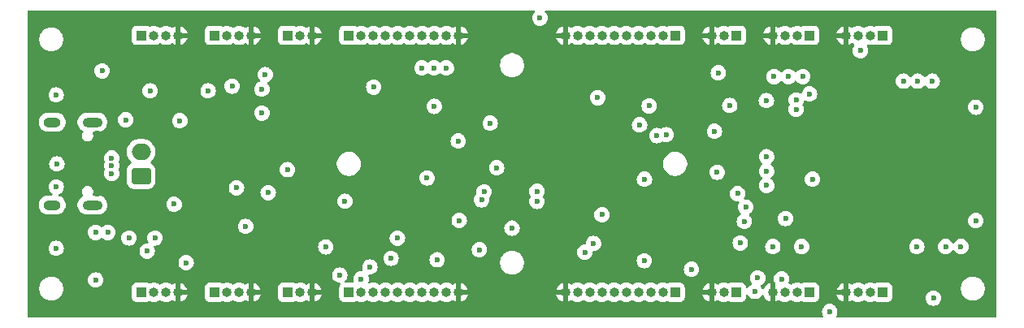
<source format=gbr>
%TF.GenerationSoftware,KiCad,Pcbnew,8.0.0*%
%TF.CreationDate,2024-12-15T19:06:57+00:00*%
%TF.ProjectId,main-board,6d61696e-2d62-46f6-9172-642e6b696361,rev?*%
%TF.SameCoordinates,Original*%
%TF.FileFunction,Copper,L2,Inr*%
%TF.FilePolarity,Positive*%
%FSLAX46Y46*%
G04 Gerber Fmt 4.6, Leading zero omitted, Abs format (unit mm)*
G04 Created by KiCad (PCBNEW 8.0.0) date 2024-12-15 19:06:57*
%MOMM*%
%LPD*%
G01*
G04 APERTURE LIST*
G04 Aperture macros list*
%AMRoundRect*
0 Rectangle with rounded corners*
0 $1 Rounding radius*
0 $2 $3 $4 $5 $6 $7 $8 $9 X,Y pos of 4 corners*
0 Add a 4 corners polygon primitive as box body*
4,1,4,$2,$3,$4,$5,$6,$7,$8,$9,$2,$3,0*
0 Add four circle primitives for the rounded corners*
1,1,$1+$1,$2,$3*
1,1,$1+$1,$4,$5*
1,1,$1+$1,$6,$7*
1,1,$1+$1,$8,$9*
0 Add four rect primitives between the rounded corners*
20,1,$1+$1,$2,$3,$4,$5,0*
20,1,$1+$1,$4,$5,$6,$7,0*
20,1,$1+$1,$6,$7,$8,$9,0*
20,1,$1+$1,$8,$9,$2,$3,0*%
G04 Aperture macros list end*
%TA.AperFunction,ComponentPad*%
%ADD10R,1.000000X1.000000*%
%TD*%
%TA.AperFunction,ComponentPad*%
%ADD11O,1.000000X1.000000*%
%TD*%
%TA.AperFunction,ComponentPad*%
%ADD12O,2.100000X1.000000*%
%TD*%
%TA.AperFunction,ComponentPad*%
%ADD13O,1.800000X1.000000*%
%TD*%
%TA.AperFunction,ComponentPad*%
%ADD14RoundRect,0.250000X0.750000X-0.600000X0.750000X0.600000X-0.750000X0.600000X-0.750000X-0.600000X0*%
%TD*%
%TA.AperFunction,ComponentPad*%
%ADD15O,2.000000X1.700000*%
%TD*%
%TA.AperFunction,ViaPad*%
%ADD16C,0.600000*%
%TD*%
G04 APERTURE END LIST*
D10*
%TO.N,/SW1_A*%
%TO.C,SW_C1*%
X76650000Y-113400000D03*
D11*
%TO.N,/SW2_A*%
X77920000Y-113400000D03*
%TO.N,GND*%
X79190000Y-113400000D03*
%TD*%
D10*
%TO.N,/VCC_CTRL*%
%TO.C,PWR1*%
X61400000Y-113400000D03*
D11*
%TO.N,LDO_CTRL*%
X62670000Y-113400000D03*
%TO.N,/BUZZER_A*%
X63940000Y-113400000D03*
%TO.N,GND*%
X65210000Y-113400000D03*
%TD*%
D10*
%TO.N,/VPRG*%
%TO.C,DD1*%
X83005000Y-113400000D03*
D11*
%TO.N,/ALT_A*%
X84275000Y-113400000D03*
%TO.N,/GSCLK*%
X85545000Y-113400000D03*
%TO.N,/BLANK*%
X86815000Y-113400000D03*
%TO.N,/XLAT*%
X88085000Y-113400000D03*
%TO.N,/XERR_A*%
X89355000Y-113400000D03*
%TO.N,/SCLK*%
X90625000Y-113400000D03*
%TO.N,/SIN_A*%
X91895000Y-113400000D03*
%TO.N,/SOUT_A*%
X93165000Y-113400000D03*
%TO.N,GND*%
X94435000Y-113400000D03*
%TD*%
D10*
%TO.N,/MC_DD_1_B*%
%TO.C,CA3*%
X69025000Y-86600000D03*
D11*
%TO.N,/MC_DD_2_B*%
X70295000Y-86600000D03*
%TO.N,/MC_SD_B*%
X71565000Y-86600000D03*
%TO.N,GND*%
X72835000Y-86600000D03*
%TD*%
D10*
%TO.N,/SW1_A*%
%TO.C,SW_C2*%
X123350000Y-113400000D03*
D11*
%TO.N,/SW2_A*%
X122080000Y-113400000D03*
%TO.N,GND*%
X120810000Y-113400000D03*
%TD*%
D10*
%TO.N,/MC_DD_1_A*%
%TO.C,CA1*%
X69025000Y-113400000D03*
D11*
%TO.N,/MC_DD_2_A*%
X70295000Y-113400000D03*
%TO.N,/MC_SD_A*%
X71565000Y-113400000D03*
%TO.N,GND*%
X72835000Y-113400000D03*
%TD*%
D10*
%TO.N,/VPRG*%
%TO.C,DD4*%
X116995000Y-86600000D03*
D11*
%TO.N,/ALT_B*%
X115725000Y-86600000D03*
%TO.N,/GSCLK*%
X114455000Y-86600000D03*
%TO.N,/BLANK*%
X113185000Y-86600000D03*
%TO.N,/XLAT*%
X111915000Y-86600000D03*
%TO.N,/XERR_B*%
X110645000Y-86600000D03*
%TO.N,/SCLK*%
X109375000Y-86600000D03*
%TO.N,/SIN_B*%
X108105000Y-86600000D03*
%TO.N,/SOUT_B*%
X106835000Y-86600000D03*
%TO.N,GND*%
X105565000Y-86600000D03*
%TD*%
D10*
%TO.N,/VPRG*%
%TO.C,DD2*%
X116995000Y-113400000D03*
D11*
%TO.N,/ALT_A*%
X115725000Y-113400000D03*
%TO.N,/GSCLK*%
X114455000Y-113400000D03*
%TO.N,/BLANK*%
X113185000Y-113400000D03*
%TO.N,/XLAT*%
X111915000Y-113400000D03*
%TO.N,/XERR_A*%
X110645000Y-113400000D03*
%TO.N,/SCLK*%
X109375000Y-113400000D03*
%TO.N,/SIN_A*%
X108105000Y-113400000D03*
%TO.N,/SOUT_A*%
X106835000Y-113400000D03*
%TO.N,GND*%
X105565000Y-113400000D03*
%TD*%
D10*
%TO.N,/SW1_B*%
%TO.C,SW_C4*%
X123350000Y-86600000D03*
D11*
%TO.N,/SW2_B*%
X122080000Y-86600000D03*
%TO.N,GND*%
X120810000Y-86600000D03*
%TD*%
D10*
%TO.N,/VCC_CTRL*%
%TO.C,PWR2*%
X138600000Y-113400000D03*
D11*
%TO.N,LDO_CTRL*%
X137330000Y-113400000D03*
%TO.N,/BUZZER_A*%
X136060000Y-113400000D03*
%TO.N,GND*%
X134790000Y-113400000D03*
%TD*%
D10*
%TO.N,/MC_DD_1_B*%
%TO.C,CA4*%
X130975000Y-86600000D03*
D11*
%TO.N,/MC_DD_2_B*%
X129705000Y-86600000D03*
%TO.N,/MC_SD_B*%
X128435000Y-86600000D03*
%TO.N,GND*%
X127165000Y-86600000D03*
%TD*%
D10*
%TO.N,/SW1_B*%
%TO.C,SW_C3*%
X76650000Y-86600000D03*
D11*
%TO.N,/SW2_B*%
X77920000Y-86600000D03*
%TO.N,GND*%
X79190000Y-86600000D03*
%TD*%
D10*
%TO.N,/VCC_CTRL*%
%TO.C,PWR4*%
X138600000Y-86600000D03*
D11*
%TO.N,LDO_CTRL*%
X137330000Y-86600000D03*
%TO.N,/BUZZER_B*%
X136060000Y-86600000D03*
%TO.N,GND*%
X134790000Y-86600000D03*
%TD*%
D10*
%TO.N,/VCC_CTRL*%
%TO.C,PWR3*%
X61400000Y-86600000D03*
D11*
%TO.N,LDO_CTRL*%
X62670000Y-86600000D03*
%TO.N,/BUZZER_B*%
X63940000Y-86600000D03*
%TO.N,GND*%
X65210000Y-86600000D03*
%TD*%
D12*
%TO.N,Net-(J1-SHIELD)*%
%TO.C,J1*%
X56280000Y-95660000D03*
D13*
X52100000Y-95660000D03*
D12*
X56280000Y-104300000D03*
D13*
X52100000Y-104300000D03*
%TD*%
D10*
%TO.N,/VPRG*%
%TO.C,DD3*%
X83005000Y-86600000D03*
D11*
%TO.N,/ALT_B*%
X84275000Y-86600000D03*
%TO.N,/GSCLK*%
X85545000Y-86600000D03*
%TO.N,/BLANK*%
X86815000Y-86600000D03*
%TO.N,/XLAT*%
X88085000Y-86600000D03*
%TO.N,/XERR_B*%
X89355000Y-86600000D03*
%TO.N,/SCLK*%
X90625000Y-86600000D03*
%TO.N,/SIN_B*%
X91895000Y-86600000D03*
%TO.N,/SOUT_B*%
X93165000Y-86600000D03*
%TO.N,GND*%
X94435000Y-86600000D03*
%TD*%
D10*
%TO.N,/MC_DD_1_A*%
%TO.C,CA2*%
X130975000Y-113400000D03*
D11*
%TO.N,/MC_DD_2_A*%
X129705000Y-113400000D03*
%TO.N,/MC_SD_A*%
X128435000Y-113400000D03*
%TO.N,GND*%
X127165000Y-113400000D03*
%TD*%
D14*
%TO.N,-BATT*%
%TO.C,BAT1*%
X61350000Y-101250000D03*
D15*
%TO.N,+BATT*%
X61350000Y-98750000D03*
%TD*%
D16*
%TO.N,GND*%
X120600000Y-92850000D03*
X65400000Y-91475000D03*
%TO.N,+BATT*%
X94400000Y-97612500D03*
X65400000Y-95500000D03*
%TO.N,/BUZZER_A*%
X133100000Y-115400000D03*
%TO.N,/VCC_CTRL*%
X118700000Y-111000000D03*
%TO.N,Net-(D4-K)*%
X107587500Y-109200000D03*
X109375000Y-105300000D03*
%TO.N,/MOSI(SIN)*%
X113785000Y-110100000D03*
X130175000Y-108625000D03*
%TO.N,/CTRL*%
X125300000Y-113300000D03*
%TO.N,/VCC_CTRL_EN*%
X126500000Y-93400000D03*
%TO.N,/GPIO11*%
X130300000Y-90900000D03*
%TO.N,/GPIO12*%
X128800000Y-90900000D03*
%TO.N,/GPIO13*%
X127300000Y-90900000D03*
%TO.N,GND*%
X124512500Y-96400000D03*
%TO.N,/BLANK*%
X116050000Y-96950000D03*
%TO.N,/XLAT*%
X115100000Y-97050000D03*
%TO.N,GND*%
X108025000Y-97125000D03*
%TO.N,/GSCLK*%
X121100000Y-96600000D03*
X126525000Y-99250000D03*
%TO.N,Net-(Q1-G)*%
X97725000Y-95750000D03*
X131000000Y-92700000D03*
%TO.N,/SDA*%
X124350000Y-104500000D03*
%TO.N,/SCL*%
X123500000Y-103100000D03*
%TO.N,Net-(U2-IO05)*%
X96834113Y-103750000D03*
%TO.N,GND*%
X91600000Y-103537500D03*
%TO.N,Net-(U2-IO06)*%
X97100000Y-102900000D03*
%TO.N,/ADC_BAT_V*%
X131300000Y-101600000D03*
X143775000Y-91375000D03*
%TO.N,/LDO_LATCH*%
X145175000Y-108625000D03*
X72250000Y-106525000D03*
%TO.N,/VCC_CTRL_EN*%
X80600000Y-108650000D03*
%TO.N,/1V*%
X136300000Y-88200000D03*
%TO.N,/USB_D-*%
X102600000Y-103909824D03*
%TO.N,/USB_D+*%
X58300000Y-101000003D03*
X102600000Y-102850000D03*
%TO.N,/USB_D-*%
X58300000Y-100200000D03*
%TO.N,/USB_D+*%
X58300000Y-99399997D03*
%TO.N,Net-(U2-IO05)*%
X129600000Y-94300000D03*
%TO.N,Net-(U2-IO06)*%
X129600000Y-93337500D03*
%TO.N,/ADC_BAT_V*%
X113800000Y-101600000D03*
%TO.N,/1V*%
X121500000Y-90500000D03*
%TO.N,/2.5V*%
X113292000Y-95925000D03*
%TO.N,/SIN_A*%
X96600000Y-108950000D03*
%TO.N,/SCLK*%
X90625000Y-90000000D03*
X87400000Y-109850000D03*
%TO.N,/XERR_B*%
X114300000Y-93950000D03*
%TO.N,LDO*%
X98400000Y-100400000D03*
%TO.N,Net-(U2-IO00)*%
X122687500Y-93900000D03*
%TO.N,LDO_CTRL*%
X123785636Y-108251622D03*
%TO.N,VCC*%
X88062500Y-107750000D03*
X82600000Y-103900000D03*
X100000000Y-106700000D03*
%TO.N,LDO*%
X74300000Y-90700000D03*
%TO.N,VCC*%
X62300000Y-92375000D03*
%TO.N,GND*%
X87800000Y-104015000D03*
%TO.N,LDO_CTRL*%
X85200000Y-110750000D03*
%TO.N,/SIN_B*%
X91900000Y-90000000D03*
%TO.N,/MISO(SOUT)*%
X94500000Y-105900000D03*
X91900000Y-94000000D03*
%TO.N,/CTRL*%
X82052330Y-111600000D03*
%TO.N,/SCLK*%
X108500000Y-108300000D03*
X125600000Y-111900000D03*
%TO.N,/ALT_A*%
X84275000Y-112000000D03*
%TO.N,/MISO(SOUT)*%
X128086159Y-112000000D03*
%TO.N,/SDA*%
X128500000Y-105700000D03*
%TO.N,/SCL*%
X127175000Y-108625000D03*
%TO.N,GND*%
X80100000Y-106750000D03*
%TO.N,/SW1*%
X73950000Y-92200000D03*
%TO.N,LDO_CTRL*%
X91150000Y-101462500D03*
%TO.N,/SOUT_A*%
X92200000Y-110000000D03*
%TO.N,/SOUT_B*%
X93165000Y-90000000D03*
%TO.N,GND*%
X114300000Y-107037500D03*
%TO.N,LDO_CTRL*%
X85600000Y-92000000D03*
%TO.N,/SW2*%
X73950000Y-94700000D03*
X76600000Y-100600000D03*
%TO.N,/LDO_EN*%
X68337500Y-92375000D03*
%TO.N,VBUS*%
X59750000Y-95400000D03*
%TO.N,Net-(Q7-D)*%
X70837500Y-91900000D03*
%TO.N,LDO_CTRL*%
X102900000Y-84800000D03*
%TO.N,-BATT*%
X62800000Y-107725000D03*
%TO.N,GND*%
X141700000Y-97500000D03*
X58200000Y-110200000D03*
X143100000Y-97500000D03*
X141735000Y-98810000D03*
X70962500Y-96300000D03*
X143100000Y-98800000D03*
X140400000Y-98800000D03*
X56300000Y-109100000D03*
X143100000Y-100200000D03*
X58200000Y-109100000D03*
X54412500Y-100000000D03*
X141700000Y-100200000D03*
X57200000Y-109100000D03*
X52512500Y-97700000D03*
X56855000Y-103180000D03*
X56855000Y-96780000D03*
X57200000Y-110200000D03*
X140400000Y-100200000D03*
X149675000Y-108625000D03*
X56300000Y-110200000D03*
X149775000Y-91375000D03*
X126525000Y-106750000D03*
X67800000Y-105987500D03*
X140400000Y-97500000D03*
%TO.N,/EN*%
X148312500Y-105912500D03*
%TO.N,Net-(C2-Pad2)*%
X124200000Y-106000000D03*
%TO.N,/ADC_BAT_EN*%
X140775000Y-91375000D03*
%TO.N,LDO*%
X148312500Y-94087500D03*
%TO.N,VBUS*%
X57300000Y-90300000D03*
X66050000Y-110300000D03*
%TO.N,Net-(U7-VCC)*%
X64800000Y-104200000D03*
%TO.N,Net-(D3-K)*%
X121377500Y-100875000D03*
%TO.N,Net-(D5-K)*%
X108925000Y-93100000D03*
%TO.N,Net-(Q7-D)*%
X71300000Y-102500000D03*
%TO.N,Net-(Q7-G)*%
X74600000Y-103000000D03*
%TO.N,/ADC_VREF_EN*%
X142275000Y-91375000D03*
%TO.N,Net-(U2-USB_D+)*%
X126525000Y-102250000D03*
%TO.N,Net-(U2-USB_D-)*%
X126525000Y-100750000D03*
%TO.N,/U0TXD*%
X143900000Y-114000000D03*
%TO.N,Net-(U2-TXD0)*%
X142175000Y-108625000D03*
%TO.N,Net-(U6-~{CHRG})*%
X52512500Y-92800000D03*
X56615000Y-107155000D03*
%TO.N,Net-(U6-~{STDBY})*%
X52512500Y-108800000D03*
X57885000Y-107155000D03*
%TO.N,Net-(U6-PROG)*%
X56615000Y-112105000D03*
X61987500Y-109100000D03*
%TO.N,Net-(U7-CS)*%
X60100000Y-107725000D03*
%TO.N,/GPIO46*%
X146775000Y-108625000D03*
%TO.N,Net-(J1-CC1)*%
X52587500Y-100000000D03*
%TO.N,Net-(J1-CC2)*%
X52512500Y-102400000D03*
%TD*%
%TA.AperFunction,Conductor*%
%TO.N,GND*%
G36*
X102335099Y-84020185D02*
G01*
X102380854Y-84072989D01*
X102390798Y-84142147D01*
X102361773Y-84205703D01*
X102355741Y-84212181D01*
X102270184Y-84297737D01*
X102174211Y-84450476D01*
X102114631Y-84620745D01*
X102114630Y-84620750D01*
X102094435Y-84799996D01*
X102094435Y-84800003D01*
X102114630Y-84979249D01*
X102114631Y-84979254D01*
X102174211Y-85149523D01*
X102270184Y-85302262D01*
X102397738Y-85429816D01*
X102550478Y-85525789D01*
X102720745Y-85585368D01*
X102720750Y-85585369D01*
X102899996Y-85605565D01*
X102900000Y-85605565D01*
X102900004Y-85605565D01*
X103079249Y-85585369D01*
X103079252Y-85585368D01*
X103079255Y-85585368D01*
X103249522Y-85525789D01*
X103402262Y-85429816D01*
X103529816Y-85302262D01*
X103625789Y-85149522D01*
X103685368Y-84979255D01*
X103705565Y-84800000D01*
X103685368Y-84620745D01*
X103625789Y-84450478D01*
X103529816Y-84297738D01*
X103444259Y-84212181D01*
X103410774Y-84150858D01*
X103415758Y-84081166D01*
X103457630Y-84025233D01*
X103523094Y-84000816D01*
X103531940Y-84000500D01*
X150375500Y-84000500D01*
X150442539Y-84020185D01*
X150488294Y-84072989D01*
X150499500Y-84124500D01*
X150499500Y-115875500D01*
X150479815Y-115942539D01*
X150427011Y-115988294D01*
X150375500Y-115999500D01*
X133893079Y-115999500D01*
X133826040Y-115979815D01*
X133780285Y-115927011D01*
X133770341Y-115857853D01*
X133788085Y-115809528D01*
X133825788Y-115749523D01*
X133825789Y-115749522D01*
X133885368Y-115579255D01*
X133905565Y-115400000D01*
X133885368Y-115220745D01*
X133825789Y-115050478D01*
X133729816Y-114897738D01*
X133602262Y-114770184D01*
X133531608Y-114725789D01*
X133449523Y-114674211D01*
X133279254Y-114614631D01*
X133279249Y-114614630D01*
X133100004Y-114594435D01*
X133099996Y-114594435D01*
X132920750Y-114614630D01*
X132920745Y-114614631D01*
X132750476Y-114674211D01*
X132597737Y-114770184D01*
X132470184Y-114897737D01*
X132374211Y-115050476D01*
X132314631Y-115220745D01*
X132314630Y-115220750D01*
X132294435Y-115399996D01*
X132294435Y-115400003D01*
X132314630Y-115579249D01*
X132314631Y-115579254D01*
X132374211Y-115749523D01*
X132411915Y-115809528D01*
X132430915Y-115876765D01*
X132410547Y-115943600D01*
X132357279Y-115988814D01*
X132306921Y-115999500D01*
X49624500Y-115999500D01*
X49557461Y-115979815D01*
X49511706Y-115927011D01*
X49500500Y-115875500D01*
X49500500Y-113098422D01*
X50749500Y-113098422D01*
X50780290Y-113292826D01*
X50841117Y-113480029D01*
X50902838Y-113601163D01*
X50930476Y-113655405D01*
X51046172Y-113814646D01*
X51185354Y-113953828D01*
X51344595Y-114069524D01*
X51375691Y-114085368D01*
X51519970Y-114158882D01*
X51519972Y-114158882D01*
X51519975Y-114158884D01*
X51620317Y-114191487D01*
X51707173Y-114219709D01*
X51901578Y-114250500D01*
X51901583Y-114250500D01*
X52098422Y-114250500D01*
X52292826Y-114219709D01*
X52480025Y-114158884D01*
X52655405Y-114069524D01*
X52814646Y-113953828D01*
X52820604Y-113947870D01*
X60399500Y-113947870D01*
X60399501Y-113947876D01*
X60405908Y-114007483D01*
X60456202Y-114142328D01*
X60456206Y-114142335D01*
X60542452Y-114257544D01*
X60542455Y-114257547D01*
X60657664Y-114343793D01*
X60657671Y-114343797D01*
X60792517Y-114394091D01*
X60792516Y-114394091D01*
X60799444Y-114394835D01*
X60852127Y-114400500D01*
X61947872Y-114400499D01*
X62007483Y-114394091D01*
X62142331Y-114343796D01*
X62150379Y-114337770D01*
X62215842Y-114313351D01*
X62279474Y-114326895D01*
X62279645Y-114326483D01*
X62281875Y-114327406D01*
X62283146Y-114327677D01*
X62285273Y-114328814D01*
X62473868Y-114386024D01*
X62670000Y-114405341D01*
X62866132Y-114386024D01*
X63054727Y-114328814D01*
X63228538Y-114235910D01*
X63228544Y-114235904D01*
X63233607Y-114232523D01*
X63234703Y-114234164D01*
X63290639Y-114210405D01*
X63359507Y-114222194D01*
X63376148Y-114232888D01*
X63376393Y-114232523D01*
X63381458Y-114235907D01*
X63381462Y-114235910D01*
X63526344Y-114313351D01*
X63553147Y-114327678D01*
X63555273Y-114328814D01*
X63743868Y-114386024D01*
X63940000Y-114405341D01*
X64136132Y-114386024D01*
X64324727Y-114328814D01*
X64498538Y-114235910D01*
X64498544Y-114235904D01*
X64503607Y-114232523D01*
X64504624Y-114234045D01*
X64561021Y-114210084D01*
X64629890Y-114221866D01*
X64646424Y-114232489D01*
X64646678Y-114232110D01*
X64651738Y-114235491D01*
X64825465Y-114328349D01*
X64960000Y-114369159D01*
X64960000Y-113609618D01*
X65010446Y-113660064D01*
X65084555Y-113702851D01*
X65167213Y-113725000D01*
X65252787Y-113725000D01*
X65335445Y-113702851D01*
X65409554Y-113660064D01*
X65419618Y-113650000D01*
X65460000Y-113650000D01*
X65460000Y-114369159D01*
X65594534Y-114328349D01*
X65768260Y-114235491D01*
X65920528Y-114110528D01*
X66045492Y-113958260D01*
X66045496Y-113958253D01*
X66051046Y-113947870D01*
X68024500Y-113947870D01*
X68024501Y-113947876D01*
X68030908Y-114007483D01*
X68081202Y-114142328D01*
X68081206Y-114142335D01*
X68167452Y-114257544D01*
X68167455Y-114257547D01*
X68282664Y-114343793D01*
X68282671Y-114343797D01*
X68417517Y-114394091D01*
X68417516Y-114394091D01*
X68424444Y-114394835D01*
X68477127Y-114400500D01*
X69572872Y-114400499D01*
X69632483Y-114394091D01*
X69767331Y-114343796D01*
X69775379Y-114337770D01*
X69840842Y-114313351D01*
X69904474Y-114326895D01*
X69904645Y-114326483D01*
X69906875Y-114327406D01*
X69908146Y-114327677D01*
X69910273Y-114328814D01*
X70098868Y-114386024D01*
X70295000Y-114405341D01*
X70491132Y-114386024D01*
X70679727Y-114328814D01*
X70853538Y-114235910D01*
X70853544Y-114235904D01*
X70858607Y-114232523D01*
X70859703Y-114234164D01*
X70915639Y-114210405D01*
X70984507Y-114222194D01*
X71001148Y-114232888D01*
X71001393Y-114232523D01*
X71006458Y-114235907D01*
X71006462Y-114235910D01*
X71151344Y-114313351D01*
X71178147Y-114327678D01*
X71180273Y-114328814D01*
X71368868Y-114386024D01*
X71565000Y-114405341D01*
X71761132Y-114386024D01*
X71949727Y-114328814D01*
X72123538Y-114235910D01*
X72123544Y-114235904D01*
X72128607Y-114232523D01*
X72129624Y-114234045D01*
X72186021Y-114210084D01*
X72254890Y-114221866D01*
X72271424Y-114232489D01*
X72271678Y-114232110D01*
X72276738Y-114235491D01*
X72450465Y-114328349D01*
X72585000Y-114369159D01*
X72585000Y-113609618D01*
X72635446Y-113660064D01*
X72709555Y-113702851D01*
X72792213Y-113725000D01*
X72877787Y-113725000D01*
X72960445Y-113702851D01*
X73034554Y-113660064D01*
X73044618Y-113650000D01*
X73085000Y-113650000D01*
X73085000Y-114369159D01*
X73219534Y-114328349D01*
X73393260Y-114235491D01*
X73545528Y-114110528D01*
X73670492Y-113958260D01*
X73670496Y-113958253D01*
X73676046Y-113947870D01*
X75649500Y-113947870D01*
X75649501Y-113947876D01*
X75655908Y-114007483D01*
X75706202Y-114142328D01*
X75706206Y-114142335D01*
X75792452Y-114257544D01*
X75792455Y-114257547D01*
X75907664Y-114343793D01*
X75907671Y-114343797D01*
X76042517Y-114394091D01*
X76042516Y-114394091D01*
X76049444Y-114394835D01*
X76102127Y-114400500D01*
X77197872Y-114400499D01*
X77257483Y-114394091D01*
X77392331Y-114343796D01*
X77400379Y-114337770D01*
X77465842Y-114313351D01*
X77529474Y-114326895D01*
X77529645Y-114326483D01*
X77531875Y-114327406D01*
X77533146Y-114327677D01*
X77535273Y-114328814D01*
X77723868Y-114386024D01*
X77920000Y-114405341D01*
X78116132Y-114386024D01*
X78304727Y-114328814D01*
X78478538Y-114235910D01*
X78478544Y-114235904D01*
X78483607Y-114232523D01*
X78484624Y-114234045D01*
X78541021Y-114210084D01*
X78609890Y-114221866D01*
X78626424Y-114232489D01*
X78626678Y-114232110D01*
X78631738Y-114235491D01*
X78805465Y-114328349D01*
X78940000Y-114369159D01*
X78940000Y-113609618D01*
X78990446Y-113660064D01*
X79064555Y-113702851D01*
X79147213Y-113725000D01*
X79232787Y-113725000D01*
X79315445Y-113702851D01*
X79389554Y-113660064D01*
X79399618Y-113650000D01*
X79440000Y-113650000D01*
X79440000Y-114369159D01*
X79574534Y-114328349D01*
X79748260Y-114235491D01*
X79900528Y-114110528D01*
X80025492Y-113958260D01*
X80025496Y-113958253D01*
X80118347Y-113784541D01*
X80159160Y-113650000D01*
X79440000Y-113650000D01*
X79399618Y-113650000D01*
X79450064Y-113599554D01*
X79492851Y-113525445D01*
X79515000Y-113442787D01*
X79515000Y-113357213D01*
X79492851Y-113274555D01*
X79450064Y-113200446D01*
X79389554Y-113139936D01*
X79315445Y-113097149D01*
X79232787Y-113075000D01*
X79147213Y-113075000D01*
X79064555Y-113097149D01*
X78990446Y-113139936D01*
X78940000Y-113190382D01*
X78940000Y-112430839D01*
X79440000Y-112430839D01*
X79440000Y-113150000D01*
X80159160Y-113150000D01*
X80159160Y-113149999D01*
X80118347Y-113015458D01*
X80025496Y-112841746D01*
X80025492Y-112841739D01*
X79900528Y-112689471D01*
X79748260Y-112564507D01*
X79748253Y-112564503D01*
X79574541Y-112471652D01*
X79440000Y-112430839D01*
X78940000Y-112430839D01*
X78939999Y-112430839D01*
X78805458Y-112471652D01*
X78631742Y-112564505D01*
X78626673Y-112567893D01*
X78625556Y-112566221D01*
X78569715Y-112589921D01*
X78500851Y-112578111D01*
X78483811Y-112567158D01*
X78483601Y-112567473D01*
X78478532Y-112564086D01*
X78304733Y-112471188D01*
X78304727Y-112471186D01*
X78116132Y-112413976D01*
X78116129Y-112413975D01*
X77920000Y-112394659D01*
X77723870Y-112413975D01*
X77668278Y-112430839D01*
X77535273Y-112471186D01*
X77535272Y-112471186D01*
X77535267Y-112471188D01*
X77533143Y-112472324D01*
X77531898Y-112472583D01*
X77529641Y-112473518D01*
X77529463Y-112473089D01*
X77464740Y-112486564D01*
X77400382Y-112462231D01*
X77392331Y-112456204D01*
X77392328Y-112456202D01*
X77257482Y-112405908D01*
X77257483Y-112405908D01*
X77197883Y-112399501D01*
X77197881Y-112399500D01*
X77197873Y-112399500D01*
X77197864Y-112399500D01*
X76102129Y-112399500D01*
X76102123Y-112399501D01*
X76042516Y-112405908D01*
X75907671Y-112456202D01*
X75907664Y-112456206D01*
X75792455Y-112542452D01*
X75792452Y-112542455D01*
X75706206Y-112657664D01*
X75706202Y-112657671D01*
X75655908Y-112792517D01*
X75650617Y-112841739D01*
X75649501Y-112852123D01*
X75649500Y-112852135D01*
X75649500Y-113947870D01*
X73676046Y-113947870D01*
X73763347Y-113784541D01*
X73804160Y-113650000D01*
X73085000Y-113650000D01*
X73044618Y-113650000D01*
X73095064Y-113599554D01*
X73137851Y-113525445D01*
X73160000Y-113442787D01*
X73160000Y-113357213D01*
X73137851Y-113274555D01*
X73095064Y-113200446D01*
X73034554Y-113139936D01*
X72960445Y-113097149D01*
X72877787Y-113075000D01*
X72792213Y-113075000D01*
X72709555Y-113097149D01*
X72635446Y-113139936D01*
X72585000Y-113190382D01*
X72585000Y-112430839D01*
X73085000Y-112430839D01*
X73085000Y-113150000D01*
X73804160Y-113150000D01*
X73804160Y-113149999D01*
X73763347Y-113015458D01*
X73670496Y-112841746D01*
X73670492Y-112841739D01*
X73545528Y-112689471D01*
X73393260Y-112564507D01*
X73393253Y-112564503D01*
X73219541Y-112471652D01*
X73085000Y-112430839D01*
X72585000Y-112430839D01*
X72584999Y-112430839D01*
X72450458Y-112471652D01*
X72276742Y-112564505D01*
X72271673Y-112567893D01*
X72270556Y-112566221D01*
X72214715Y-112589921D01*
X72145851Y-112578111D01*
X72128811Y-112567158D01*
X72128601Y-112567473D01*
X72123532Y-112564086D01*
X71949733Y-112471188D01*
X71949727Y-112471186D01*
X71761132Y-112413976D01*
X71761129Y-112413975D01*
X71565000Y-112394659D01*
X71368870Y-112413975D01*
X71180266Y-112471188D01*
X71006467Y-112564086D01*
X71001399Y-112567473D01*
X71000305Y-112565836D01*
X70944337Y-112589596D01*
X70875471Y-112577795D01*
X70858843Y-112567109D01*
X70858601Y-112567473D01*
X70853532Y-112564086D01*
X70679733Y-112471188D01*
X70679727Y-112471186D01*
X70491132Y-112413976D01*
X70491129Y-112413975D01*
X70295000Y-112394659D01*
X70098870Y-112413975D01*
X70043278Y-112430839D01*
X69910273Y-112471186D01*
X69910272Y-112471186D01*
X69910267Y-112471188D01*
X69908143Y-112472324D01*
X69906898Y-112472583D01*
X69904641Y-112473518D01*
X69904463Y-112473089D01*
X69839740Y-112486564D01*
X69775382Y-112462231D01*
X69767331Y-112456204D01*
X69767328Y-112456202D01*
X69632482Y-112405908D01*
X69632483Y-112405908D01*
X69572883Y-112399501D01*
X69572881Y-112399500D01*
X69572873Y-112399500D01*
X69572864Y-112399500D01*
X68477129Y-112399500D01*
X68477123Y-112399501D01*
X68417516Y-112405908D01*
X68282671Y-112456202D01*
X68282664Y-112456206D01*
X68167455Y-112542452D01*
X68167452Y-112542455D01*
X68081206Y-112657664D01*
X68081202Y-112657671D01*
X68030908Y-112792517D01*
X68025617Y-112841739D01*
X68024501Y-112852123D01*
X68024500Y-112852135D01*
X68024500Y-113947870D01*
X66051046Y-113947870D01*
X66138347Y-113784541D01*
X66179160Y-113650000D01*
X65460000Y-113650000D01*
X65419618Y-113650000D01*
X65470064Y-113599554D01*
X65512851Y-113525445D01*
X65535000Y-113442787D01*
X65535000Y-113357213D01*
X65512851Y-113274555D01*
X65470064Y-113200446D01*
X65409554Y-113139936D01*
X65335445Y-113097149D01*
X65252787Y-113075000D01*
X65167213Y-113075000D01*
X65084555Y-113097149D01*
X65010446Y-113139936D01*
X64960000Y-113190382D01*
X64960000Y-112430839D01*
X65460000Y-112430839D01*
X65460000Y-113150000D01*
X66179160Y-113150000D01*
X66179160Y-113149999D01*
X66138347Y-113015458D01*
X66045496Y-112841746D01*
X66045492Y-112841739D01*
X65920528Y-112689471D01*
X65768260Y-112564507D01*
X65768253Y-112564503D01*
X65594541Y-112471652D01*
X65460000Y-112430839D01*
X64960000Y-112430839D01*
X64959999Y-112430839D01*
X64825458Y-112471652D01*
X64651742Y-112564505D01*
X64646673Y-112567893D01*
X64645556Y-112566221D01*
X64589715Y-112589921D01*
X64520851Y-112578111D01*
X64503811Y-112567158D01*
X64503601Y-112567473D01*
X64498532Y-112564086D01*
X64324733Y-112471188D01*
X64324727Y-112471186D01*
X64136132Y-112413976D01*
X64136129Y-112413975D01*
X63940000Y-112394659D01*
X63743870Y-112413975D01*
X63555266Y-112471188D01*
X63381467Y-112564086D01*
X63376399Y-112567473D01*
X63375305Y-112565836D01*
X63319337Y-112589596D01*
X63250471Y-112577795D01*
X63233843Y-112567109D01*
X63233601Y-112567473D01*
X63228532Y-112564086D01*
X63054733Y-112471188D01*
X63054727Y-112471186D01*
X62866132Y-112413976D01*
X62866129Y-112413975D01*
X62670000Y-112394659D01*
X62473870Y-112413975D01*
X62418278Y-112430839D01*
X62285273Y-112471186D01*
X62285272Y-112471186D01*
X62285267Y-112471188D01*
X62283143Y-112472324D01*
X62281898Y-112472583D01*
X62279641Y-112473518D01*
X62279463Y-112473089D01*
X62214740Y-112486564D01*
X62150382Y-112462231D01*
X62142331Y-112456204D01*
X62142328Y-112456202D01*
X62007482Y-112405908D01*
X62007483Y-112405908D01*
X61947883Y-112399501D01*
X61947881Y-112399500D01*
X61947873Y-112399500D01*
X61947864Y-112399500D01*
X60852129Y-112399500D01*
X60852123Y-112399501D01*
X60792516Y-112405908D01*
X60657671Y-112456202D01*
X60657664Y-112456206D01*
X60542455Y-112542452D01*
X60542452Y-112542455D01*
X60456206Y-112657664D01*
X60456202Y-112657671D01*
X60405908Y-112792517D01*
X60400617Y-112841739D01*
X60399501Y-112852123D01*
X60399500Y-112852135D01*
X60399500Y-113947870D01*
X52820604Y-113947870D01*
X52953828Y-113814646D01*
X53069524Y-113655405D01*
X53158884Y-113480025D01*
X53219709Y-113292826D01*
X53232094Y-113214630D01*
X53250500Y-113098422D01*
X53250500Y-112901577D01*
X53219709Y-112707173D01*
X53177775Y-112578115D01*
X53158884Y-112519975D01*
X53158882Y-112519972D01*
X53158882Y-112519970D01*
X53100764Y-112405908D01*
X53069524Y-112344595D01*
X52953828Y-112185354D01*
X52873477Y-112105003D01*
X55809435Y-112105003D01*
X55829630Y-112284249D01*
X55829631Y-112284254D01*
X55889211Y-112454523D01*
X55936521Y-112529816D01*
X55985184Y-112607262D01*
X56112738Y-112734816D01*
X56265478Y-112830789D01*
X56394967Y-112876099D01*
X56435745Y-112890368D01*
X56435750Y-112890369D01*
X56614996Y-112910565D01*
X56615000Y-112910565D01*
X56615004Y-112910565D01*
X56794249Y-112890369D01*
X56794252Y-112890368D01*
X56794255Y-112890368D01*
X56964522Y-112830789D01*
X57117262Y-112734816D01*
X57244816Y-112607262D01*
X57340789Y-112454522D01*
X57400368Y-112284255D01*
X57403343Y-112257853D01*
X57420565Y-112105003D01*
X57420565Y-112104996D01*
X57400369Y-111925750D01*
X57400368Y-111925745D01*
X57370755Y-111841116D01*
X57340789Y-111755478D01*
X57244816Y-111602738D01*
X57242081Y-111600003D01*
X81246765Y-111600003D01*
X81266960Y-111779249D01*
X81266961Y-111779254D01*
X81326541Y-111949523D01*
X81408054Y-112079249D01*
X81422514Y-112102262D01*
X81550068Y-112229816D01*
X81702808Y-112325789D01*
X81861958Y-112381478D01*
X81873075Y-112385368D01*
X81873080Y-112385369D01*
X82019446Y-112401860D01*
X82083860Y-112428926D01*
X82123415Y-112486521D01*
X82125553Y-112556358D01*
X82104830Y-112599390D01*
X82061206Y-112657664D01*
X82061202Y-112657671D01*
X82010908Y-112792517D01*
X82005617Y-112841739D01*
X82004501Y-112852123D01*
X82004500Y-112852135D01*
X82004500Y-113947870D01*
X82004501Y-113947876D01*
X82010908Y-114007483D01*
X82061202Y-114142328D01*
X82061206Y-114142335D01*
X82147452Y-114257544D01*
X82147455Y-114257547D01*
X82262664Y-114343793D01*
X82262671Y-114343797D01*
X82397517Y-114394091D01*
X82397516Y-114394091D01*
X82404444Y-114394835D01*
X82457127Y-114400500D01*
X83552872Y-114400499D01*
X83612483Y-114394091D01*
X83747331Y-114343796D01*
X83755379Y-114337770D01*
X83820842Y-114313351D01*
X83884474Y-114326895D01*
X83884645Y-114326483D01*
X83886875Y-114327406D01*
X83888146Y-114327677D01*
X83890273Y-114328814D01*
X84078868Y-114386024D01*
X84275000Y-114405341D01*
X84471132Y-114386024D01*
X84659727Y-114328814D01*
X84833538Y-114235910D01*
X84833544Y-114235904D01*
X84838607Y-114232523D01*
X84839703Y-114234164D01*
X84895639Y-114210405D01*
X84964507Y-114222194D01*
X84981148Y-114232888D01*
X84981393Y-114232523D01*
X84986458Y-114235907D01*
X84986462Y-114235910D01*
X85131344Y-114313351D01*
X85158147Y-114327678D01*
X85160273Y-114328814D01*
X85348868Y-114386024D01*
X85545000Y-114405341D01*
X85741132Y-114386024D01*
X85929727Y-114328814D01*
X86103538Y-114235910D01*
X86103544Y-114235904D01*
X86108607Y-114232523D01*
X86109703Y-114234164D01*
X86165639Y-114210405D01*
X86234507Y-114222194D01*
X86251148Y-114232888D01*
X86251393Y-114232523D01*
X86256458Y-114235907D01*
X86256462Y-114235910D01*
X86401344Y-114313351D01*
X86428147Y-114327678D01*
X86430273Y-114328814D01*
X86618868Y-114386024D01*
X86815000Y-114405341D01*
X87011132Y-114386024D01*
X87199727Y-114328814D01*
X87373538Y-114235910D01*
X87373544Y-114235904D01*
X87378607Y-114232523D01*
X87379703Y-114234164D01*
X87435639Y-114210405D01*
X87504507Y-114222194D01*
X87521148Y-114232888D01*
X87521393Y-114232523D01*
X87526458Y-114235907D01*
X87526462Y-114235910D01*
X87671344Y-114313351D01*
X87698147Y-114327678D01*
X87700273Y-114328814D01*
X87888868Y-114386024D01*
X88085000Y-114405341D01*
X88281132Y-114386024D01*
X88469727Y-114328814D01*
X88643538Y-114235910D01*
X88643544Y-114235904D01*
X88648607Y-114232523D01*
X88649703Y-114234164D01*
X88705639Y-114210405D01*
X88774507Y-114222194D01*
X88791148Y-114232888D01*
X88791393Y-114232523D01*
X88796458Y-114235907D01*
X88796462Y-114235910D01*
X88941344Y-114313351D01*
X88968147Y-114327678D01*
X88970273Y-114328814D01*
X89158868Y-114386024D01*
X89355000Y-114405341D01*
X89551132Y-114386024D01*
X89739727Y-114328814D01*
X89913538Y-114235910D01*
X89913544Y-114235904D01*
X89918607Y-114232523D01*
X89919703Y-114234164D01*
X89975639Y-114210405D01*
X90044507Y-114222194D01*
X90061148Y-114232888D01*
X90061393Y-114232523D01*
X90066458Y-114235907D01*
X90066462Y-114235910D01*
X90211344Y-114313351D01*
X90238147Y-114327678D01*
X90240273Y-114328814D01*
X90428868Y-114386024D01*
X90625000Y-114405341D01*
X90821132Y-114386024D01*
X91009727Y-114328814D01*
X91183538Y-114235910D01*
X91183544Y-114235904D01*
X91188607Y-114232523D01*
X91189703Y-114234164D01*
X91245639Y-114210405D01*
X91314507Y-114222194D01*
X91331148Y-114232888D01*
X91331393Y-114232523D01*
X91336458Y-114235907D01*
X91336462Y-114235910D01*
X91481344Y-114313351D01*
X91508147Y-114327678D01*
X91510273Y-114328814D01*
X91698868Y-114386024D01*
X91895000Y-114405341D01*
X92091132Y-114386024D01*
X92279727Y-114328814D01*
X92453538Y-114235910D01*
X92453544Y-114235904D01*
X92458607Y-114232523D01*
X92459703Y-114234164D01*
X92515639Y-114210405D01*
X92584507Y-114222194D01*
X92601148Y-114232888D01*
X92601393Y-114232523D01*
X92606458Y-114235907D01*
X92606462Y-114235910D01*
X92751344Y-114313351D01*
X92778147Y-114327678D01*
X92780273Y-114328814D01*
X92968868Y-114386024D01*
X93165000Y-114405341D01*
X93361132Y-114386024D01*
X93549727Y-114328814D01*
X93723538Y-114235910D01*
X93723544Y-114235904D01*
X93728607Y-114232523D01*
X93729624Y-114234045D01*
X93786021Y-114210084D01*
X93854890Y-114221866D01*
X93871424Y-114232489D01*
X93871678Y-114232110D01*
X93876738Y-114235491D01*
X94050465Y-114328349D01*
X94185000Y-114369159D01*
X94185000Y-113609618D01*
X94235446Y-113660064D01*
X94309555Y-113702851D01*
X94392213Y-113725000D01*
X94477787Y-113725000D01*
X94560445Y-113702851D01*
X94634554Y-113660064D01*
X94644618Y-113650000D01*
X94685000Y-113650000D01*
X94685000Y-114369159D01*
X94819534Y-114328349D01*
X94993260Y-114235491D01*
X95145528Y-114110528D01*
X95270492Y-113958260D01*
X95270496Y-113958253D01*
X95363347Y-113784541D01*
X95404160Y-113650000D01*
X104595840Y-113650000D01*
X104636652Y-113784541D01*
X104729503Y-113958253D01*
X104729507Y-113958260D01*
X104854471Y-114110528D01*
X105006739Y-114235491D01*
X105180465Y-114328349D01*
X105315000Y-114369159D01*
X105315000Y-113650000D01*
X104595840Y-113650000D01*
X95404160Y-113650000D01*
X94685000Y-113650000D01*
X94644618Y-113650000D01*
X94695064Y-113599554D01*
X94737851Y-113525445D01*
X94760000Y-113442787D01*
X105240000Y-113442787D01*
X105262149Y-113525445D01*
X105304936Y-113599554D01*
X105365446Y-113660064D01*
X105439555Y-113702851D01*
X105522213Y-113725000D01*
X105607787Y-113725000D01*
X105690445Y-113702851D01*
X105764554Y-113660064D01*
X105815000Y-113609618D01*
X105815000Y-114369159D01*
X105949534Y-114328349D01*
X106123259Y-114235492D01*
X106128320Y-114232111D01*
X106129444Y-114233793D01*
X106185203Y-114210086D01*
X106254075Y-114221851D01*
X106271186Y-114232843D01*
X106271399Y-114232526D01*
X106276457Y-114235906D01*
X106276462Y-114235910D01*
X106414594Y-114309743D01*
X106448147Y-114327678D01*
X106450273Y-114328814D01*
X106638868Y-114386024D01*
X106835000Y-114405341D01*
X107031132Y-114386024D01*
X107219727Y-114328814D01*
X107393538Y-114235910D01*
X107393544Y-114235904D01*
X107398607Y-114232523D01*
X107399703Y-114234164D01*
X107455639Y-114210405D01*
X107524507Y-114222194D01*
X107541148Y-114232888D01*
X107541393Y-114232523D01*
X107546458Y-114235907D01*
X107546462Y-114235910D01*
X107691344Y-114313351D01*
X107718147Y-114327678D01*
X107720273Y-114328814D01*
X107908868Y-114386024D01*
X108105000Y-114405341D01*
X108301132Y-114386024D01*
X108489727Y-114328814D01*
X108663538Y-114235910D01*
X108663544Y-114235904D01*
X108668607Y-114232523D01*
X108669703Y-114234164D01*
X108725639Y-114210405D01*
X108794507Y-114222194D01*
X108811148Y-114232888D01*
X108811393Y-114232523D01*
X108816458Y-114235907D01*
X108816462Y-114235910D01*
X108961344Y-114313351D01*
X108988147Y-114327678D01*
X108990273Y-114328814D01*
X109178868Y-114386024D01*
X109375000Y-114405341D01*
X109571132Y-114386024D01*
X109759727Y-114328814D01*
X109933538Y-114235910D01*
X109933544Y-114235904D01*
X109938607Y-114232523D01*
X109939703Y-114234164D01*
X109995639Y-114210405D01*
X110064507Y-114222194D01*
X110081148Y-114232888D01*
X110081393Y-114232523D01*
X110086458Y-114235907D01*
X110086462Y-114235910D01*
X110231344Y-114313351D01*
X110258147Y-114327678D01*
X110260273Y-114328814D01*
X110448868Y-114386024D01*
X110645000Y-114405341D01*
X110841132Y-114386024D01*
X111029727Y-114328814D01*
X111203538Y-114235910D01*
X111203544Y-114235904D01*
X111208607Y-114232523D01*
X111209703Y-114234164D01*
X111265639Y-114210405D01*
X111334507Y-114222194D01*
X111351148Y-114232888D01*
X111351393Y-114232523D01*
X111356458Y-114235907D01*
X111356462Y-114235910D01*
X111501344Y-114313351D01*
X111528147Y-114327678D01*
X111530273Y-114328814D01*
X111718868Y-114386024D01*
X111915000Y-114405341D01*
X112111132Y-114386024D01*
X112299727Y-114328814D01*
X112473538Y-114235910D01*
X112473544Y-114235904D01*
X112478607Y-114232523D01*
X112479703Y-114234164D01*
X112535639Y-114210405D01*
X112604507Y-114222194D01*
X112621148Y-114232888D01*
X112621393Y-114232523D01*
X112626458Y-114235907D01*
X112626462Y-114235910D01*
X112771344Y-114313351D01*
X112798147Y-114327678D01*
X112800273Y-114328814D01*
X112988868Y-114386024D01*
X113185000Y-114405341D01*
X113381132Y-114386024D01*
X113569727Y-114328814D01*
X113743538Y-114235910D01*
X113743544Y-114235904D01*
X113748607Y-114232523D01*
X113749703Y-114234164D01*
X113805639Y-114210405D01*
X113874507Y-114222194D01*
X113891148Y-114232888D01*
X113891393Y-114232523D01*
X113896458Y-114235907D01*
X113896462Y-114235910D01*
X114041344Y-114313351D01*
X114068147Y-114327678D01*
X114070273Y-114328814D01*
X114258868Y-114386024D01*
X114455000Y-114405341D01*
X114651132Y-114386024D01*
X114839727Y-114328814D01*
X115013538Y-114235910D01*
X115013544Y-114235904D01*
X115018607Y-114232523D01*
X115019703Y-114234164D01*
X115075639Y-114210405D01*
X115144507Y-114222194D01*
X115161148Y-114232888D01*
X115161393Y-114232523D01*
X115166458Y-114235907D01*
X115166462Y-114235910D01*
X115311344Y-114313351D01*
X115338147Y-114327678D01*
X115340273Y-114328814D01*
X115528868Y-114386024D01*
X115725000Y-114405341D01*
X115921132Y-114386024D01*
X116109727Y-114328814D01*
X116111853Y-114327677D01*
X116113095Y-114327418D01*
X116115355Y-114326483D01*
X116115532Y-114326911D01*
X116180254Y-114313435D01*
X116244615Y-114337767D01*
X116252669Y-114343796D01*
X116252672Y-114343797D01*
X116387517Y-114394091D01*
X116387516Y-114394091D01*
X116394444Y-114394835D01*
X116447127Y-114400500D01*
X117542872Y-114400499D01*
X117602483Y-114394091D01*
X117737331Y-114343796D01*
X117852546Y-114257546D01*
X117938796Y-114142331D01*
X117989091Y-114007483D01*
X117995500Y-113947873D01*
X117995500Y-113650000D01*
X119840840Y-113650000D01*
X119881652Y-113784541D01*
X119974503Y-113958253D01*
X119974507Y-113958260D01*
X120099471Y-114110528D01*
X120251739Y-114235491D01*
X120425465Y-114328349D01*
X120560000Y-114369159D01*
X120560000Y-113650000D01*
X119840840Y-113650000D01*
X117995500Y-113650000D01*
X117995500Y-113442787D01*
X120485000Y-113442787D01*
X120507149Y-113525445D01*
X120549936Y-113599554D01*
X120610446Y-113660064D01*
X120684555Y-113702851D01*
X120767213Y-113725000D01*
X120852787Y-113725000D01*
X120935445Y-113702851D01*
X121009554Y-113660064D01*
X121060000Y-113609618D01*
X121060000Y-114369159D01*
X121194534Y-114328349D01*
X121368259Y-114235492D01*
X121373320Y-114232111D01*
X121374444Y-114233793D01*
X121430203Y-114210086D01*
X121499075Y-114221851D01*
X121516186Y-114232843D01*
X121516399Y-114232526D01*
X121521457Y-114235906D01*
X121521462Y-114235910D01*
X121659594Y-114309743D01*
X121693147Y-114327678D01*
X121695273Y-114328814D01*
X121883868Y-114386024D01*
X122080000Y-114405341D01*
X122276132Y-114386024D01*
X122464727Y-114328814D01*
X122466853Y-114327677D01*
X122468095Y-114327418D01*
X122470355Y-114326483D01*
X122470532Y-114326911D01*
X122535254Y-114313435D01*
X122599615Y-114337767D01*
X122607669Y-114343796D01*
X122607672Y-114343797D01*
X122742517Y-114394091D01*
X122742516Y-114394091D01*
X122749444Y-114394835D01*
X122802127Y-114400500D01*
X123897872Y-114400499D01*
X123957483Y-114394091D01*
X124092331Y-114343796D01*
X124207546Y-114257546D01*
X124293796Y-114142331D01*
X124344091Y-114007483D01*
X124350500Y-113947873D01*
X124350499Y-113723899D01*
X124370183Y-113656862D01*
X124422987Y-113611107D01*
X124492145Y-113601163D01*
X124555701Y-113630188D01*
X124579493Y-113657929D01*
X124659046Y-113784536D01*
X124670184Y-113802262D01*
X124797738Y-113929816D01*
X124843449Y-113958538D01*
X124921342Y-114007482D01*
X124950478Y-114025789D01*
X125120745Y-114085368D01*
X125120750Y-114085369D01*
X125299996Y-114105565D01*
X125300000Y-114105565D01*
X125300004Y-114105565D01*
X125479249Y-114085369D01*
X125479252Y-114085368D01*
X125479255Y-114085368D01*
X125649522Y-114025789D01*
X125802262Y-113929816D01*
X125929816Y-113802262D01*
X125995673Y-113697450D01*
X126048007Y-113651161D01*
X126117060Y-113640513D01*
X126180909Y-113668888D01*
X126219281Y-113727277D01*
X126219326Y-113727428D01*
X126236650Y-113784536D01*
X126329503Y-113958253D01*
X126329507Y-113958260D01*
X126454471Y-114110528D01*
X126606739Y-114235491D01*
X126780465Y-114328349D01*
X126915000Y-114369159D01*
X126915000Y-113609618D01*
X126965446Y-113660064D01*
X127039555Y-113702851D01*
X127122213Y-113725000D01*
X127207787Y-113725000D01*
X127290445Y-113702851D01*
X127364554Y-113660064D01*
X127415000Y-113609618D01*
X127415000Y-114369159D01*
X127549534Y-114328349D01*
X127723259Y-114235492D01*
X127728320Y-114232111D01*
X127729444Y-114233793D01*
X127785203Y-114210086D01*
X127854075Y-114221851D01*
X127871186Y-114232843D01*
X127871399Y-114232526D01*
X127876457Y-114235906D01*
X127876462Y-114235910D01*
X128014594Y-114309743D01*
X128048147Y-114327678D01*
X128050273Y-114328814D01*
X128238868Y-114386024D01*
X128435000Y-114405341D01*
X128631132Y-114386024D01*
X128819727Y-114328814D01*
X128993538Y-114235910D01*
X128993544Y-114235904D01*
X128998607Y-114232523D01*
X128999703Y-114234164D01*
X129055639Y-114210405D01*
X129124507Y-114222194D01*
X129141148Y-114232888D01*
X129141393Y-114232523D01*
X129146458Y-114235907D01*
X129146462Y-114235910D01*
X129291344Y-114313351D01*
X129318147Y-114327678D01*
X129320273Y-114328814D01*
X129508868Y-114386024D01*
X129705000Y-114405341D01*
X129901132Y-114386024D01*
X130089727Y-114328814D01*
X130091853Y-114327677D01*
X130093095Y-114327418D01*
X130095355Y-114326483D01*
X130095532Y-114326911D01*
X130160254Y-114313435D01*
X130224615Y-114337767D01*
X130232669Y-114343796D01*
X130232672Y-114343797D01*
X130367517Y-114394091D01*
X130367516Y-114394091D01*
X130374444Y-114394835D01*
X130427127Y-114400500D01*
X131522872Y-114400499D01*
X131582483Y-114394091D01*
X131717331Y-114343796D01*
X131832546Y-114257546D01*
X131918796Y-114142331D01*
X131969091Y-114007483D01*
X131975500Y-113947873D01*
X131975500Y-113650000D01*
X133820840Y-113650000D01*
X133861652Y-113784541D01*
X133954503Y-113958253D01*
X133954507Y-113958260D01*
X134079471Y-114110528D01*
X134231739Y-114235491D01*
X134405465Y-114328349D01*
X134540000Y-114369159D01*
X134540000Y-113650000D01*
X133820840Y-113650000D01*
X131975500Y-113650000D01*
X131975500Y-113442787D01*
X134465000Y-113442787D01*
X134487149Y-113525445D01*
X134529936Y-113599554D01*
X134590446Y-113660064D01*
X134664555Y-113702851D01*
X134747213Y-113725000D01*
X134832787Y-113725000D01*
X134915445Y-113702851D01*
X134989554Y-113660064D01*
X135040000Y-113609618D01*
X135040000Y-114369159D01*
X135174534Y-114328349D01*
X135348259Y-114235492D01*
X135353320Y-114232111D01*
X135354444Y-114233793D01*
X135410203Y-114210086D01*
X135479075Y-114221851D01*
X135496186Y-114232843D01*
X135496399Y-114232526D01*
X135501457Y-114235906D01*
X135501462Y-114235910D01*
X135639594Y-114309743D01*
X135673147Y-114327678D01*
X135675273Y-114328814D01*
X135863868Y-114386024D01*
X136060000Y-114405341D01*
X136256132Y-114386024D01*
X136444727Y-114328814D01*
X136618538Y-114235910D01*
X136618544Y-114235904D01*
X136623607Y-114232523D01*
X136624703Y-114234164D01*
X136680639Y-114210405D01*
X136749507Y-114222194D01*
X136766148Y-114232888D01*
X136766393Y-114232523D01*
X136771458Y-114235907D01*
X136771462Y-114235910D01*
X136916344Y-114313351D01*
X136943147Y-114327678D01*
X136945273Y-114328814D01*
X137133868Y-114386024D01*
X137330000Y-114405341D01*
X137526132Y-114386024D01*
X137714727Y-114328814D01*
X137716853Y-114327677D01*
X137718095Y-114327418D01*
X137720355Y-114326483D01*
X137720532Y-114326911D01*
X137785254Y-114313435D01*
X137849615Y-114337767D01*
X137857669Y-114343796D01*
X137857672Y-114343797D01*
X137992517Y-114394091D01*
X137992516Y-114394091D01*
X137999444Y-114394835D01*
X138052127Y-114400500D01*
X139147872Y-114400499D01*
X139207483Y-114394091D01*
X139342331Y-114343796D01*
X139457546Y-114257546D01*
X139543796Y-114142331D01*
X139594091Y-114007483D01*
X139594895Y-114000003D01*
X143094435Y-114000003D01*
X143114630Y-114179249D01*
X143114631Y-114179254D01*
X143174211Y-114349523D01*
X143209284Y-114405341D01*
X143270184Y-114502262D01*
X143397738Y-114629816D01*
X143550478Y-114725789D01*
X143677352Y-114770184D01*
X143720745Y-114785368D01*
X143720750Y-114785369D01*
X143899996Y-114805565D01*
X143900000Y-114805565D01*
X143900004Y-114805565D01*
X144079249Y-114785369D01*
X144079252Y-114785368D01*
X144079255Y-114785368D01*
X144249522Y-114725789D01*
X144402262Y-114629816D01*
X144529816Y-114502262D01*
X144625789Y-114349522D01*
X144685368Y-114179255D01*
X144686055Y-114173158D01*
X144705565Y-114000003D01*
X144705565Y-113999996D01*
X144685369Y-113820750D01*
X144685368Y-113820745D01*
X144683234Y-113814646D01*
X144625789Y-113650478D01*
X144625188Y-113649522D01*
X144529815Y-113497737D01*
X144402262Y-113370184D01*
X144249523Y-113274211D01*
X144079254Y-113214631D01*
X144079249Y-113214630D01*
X143900004Y-113194435D01*
X143899996Y-113194435D01*
X143720750Y-113214630D01*
X143720745Y-113214631D01*
X143550476Y-113274211D01*
X143397737Y-113370184D01*
X143270184Y-113497737D01*
X143174211Y-113650476D01*
X143114631Y-113820745D01*
X143114630Y-113820750D01*
X143094435Y-113999996D01*
X143094435Y-114000003D01*
X139594895Y-114000003D01*
X139600500Y-113947873D01*
X139600499Y-113098422D01*
X146749500Y-113098422D01*
X146780290Y-113292826D01*
X146841117Y-113480029D01*
X146902838Y-113601163D01*
X146930476Y-113655405D01*
X147046172Y-113814646D01*
X147185354Y-113953828D01*
X147344595Y-114069524D01*
X147375691Y-114085368D01*
X147519970Y-114158882D01*
X147519972Y-114158882D01*
X147519975Y-114158884D01*
X147620317Y-114191487D01*
X147707173Y-114219709D01*
X147901578Y-114250500D01*
X147901583Y-114250500D01*
X148098422Y-114250500D01*
X148292826Y-114219709D01*
X148480025Y-114158884D01*
X148655405Y-114069524D01*
X148814646Y-113953828D01*
X148953828Y-113814646D01*
X149069524Y-113655405D01*
X149158884Y-113480025D01*
X149219709Y-113292826D01*
X149232094Y-113214630D01*
X149250500Y-113098422D01*
X149250500Y-112901577D01*
X149219709Y-112707173D01*
X149177775Y-112578115D01*
X149158884Y-112519975D01*
X149158882Y-112519972D01*
X149158882Y-112519970D01*
X149100764Y-112405908D01*
X149069524Y-112344595D01*
X148953828Y-112185354D01*
X148814646Y-112046172D01*
X148655405Y-111930476D01*
X148646120Y-111925745D01*
X148480029Y-111841117D01*
X148292826Y-111780290D01*
X148098422Y-111749500D01*
X148098417Y-111749500D01*
X147901583Y-111749500D01*
X147901578Y-111749500D01*
X147707173Y-111780290D01*
X147519970Y-111841117D01*
X147344594Y-111930476D01*
X147253741Y-111996485D01*
X147185354Y-112046172D01*
X147185352Y-112046174D01*
X147185351Y-112046174D01*
X147046174Y-112185351D01*
X147046174Y-112185352D01*
X147046172Y-112185354D01*
X147013869Y-112229815D01*
X146930476Y-112344594D01*
X146841117Y-112519970D01*
X146780290Y-112707173D01*
X146749500Y-112901577D01*
X146749500Y-113098422D01*
X139600499Y-113098422D01*
X139600499Y-112852128D01*
X139594091Y-112792517D01*
X139593839Y-112791842D01*
X139543797Y-112657671D01*
X139543793Y-112657664D01*
X139457547Y-112542455D01*
X139457544Y-112542452D01*
X139342335Y-112456206D01*
X139342328Y-112456202D01*
X139207482Y-112405908D01*
X139207483Y-112405908D01*
X139147883Y-112399501D01*
X139147881Y-112399500D01*
X139147873Y-112399500D01*
X139147864Y-112399500D01*
X138052129Y-112399500D01*
X138052123Y-112399501D01*
X137992516Y-112405908D01*
X137857671Y-112456202D01*
X137857666Y-112456205D01*
X137849614Y-112462233D01*
X137784149Y-112486648D01*
X137720530Y-112473104D01*
X137720359Y-112473518D01*
X137718123Y-112472592D01*
X137716850Y-112472321D01*
X137714729Y-112471187D01*
X137714728Y-112471186D01*
X137714727Y-112471186D01*
X137526132Y-112413976D01*
X137526129Y-112413975D01*
X137330000Y-112394659D01*
X137133870Y-112413975D01*
X136945266Y-112471188D01*
X136771467Y-112564086D01*
X136766399Y-112567473D01*
X136765305Y-112565836D01*
X136709337Y-112589596D01*
X136640471Y-112577795D01*
X136623843Y-112567109D01*
X136623601Y-112567473D01*
X136618532Y-112564086D01*
X136444733Y-112471188D01*
X136444727Y-112471186D01*
X136256132Y-112413976D01*
X136256129Y-112413975D01*
X136060000Y-112394659D01*
X135863870Y-112413975D01*
X135675266Y-112471188D01*
X135501467Y-112564086D01*
X135496399Y-112567473D01*
X135495386Y-112565958D01*
X135438936Y-112589920D01*
X135370071Y-112578115D01*
X135353574Y-112567511D01*
X135353322Y-112567890D01*
X135348253Y-112564503D01*
X135174541Y-112471652D01*
X135040000Y-112430839D01*
X135040000Y-113190382D01*
X134989554Y-113139936D01*
X134915445Y-113097149D01*
X134832787Y-113075000D01*
X134747213Y-113075000D01*
X134664555Y-113097149D01*
X134590446Y-113139936D01*
X134529936Y-113200446D01*
X134487149Y-113274555D01*
X134465000Y-113357213D01*
X134465000Y-113442787D01*
X131975500Y-113442787D01*
X131975499Y-113149999D01*
X133820839Y-113149999D01*
X133820840Y-113150000D01*
X134540000Y-113150000D01*
X134540000Y-112430839D01*
X134539999Y-112430839D01*
X134405458Y-112471652D01*
X134231746Y-112564503D01*
X134231739Y-112564507D01*
X134079471Y-112689471D01*
X133954507Y-112841739D01*
X133954503Y-112841746D01*
X133861652Y-113015458D01*
X133820839Y-113149999D01*
X131975499Y-113149999D01*
X131975499Y-112852128D01*
X131969091Y-112792517D01*
X131968839Y-112791842D01*
X131918797Y-112657671D01*
X131918793Y-112657664D01*
X131832547Y-112542455D01*
X131832544Y-112542452D01*
X131717335Y-112456206D01*
X131717328Y-112456202D01*
X131582482Y-112405908D01*
X131582483Y-112405908D01*
X131522883Y-112399501D01*
X131522881Y-112399500D01*
X131522873Y-112399500D01*
X131522864Y-112399500D01*
X130427129Y-112399500D01*
X130427123Y-112399501D01*
X130367516Y-112405908D01*
X130232671Y-112456202D01*
X130232666Y-112456205D01*
X130224614Y-112462233D01*
X130159149Y-112486648D01*
X130095530Y-112473104D01*
X130095359Y-112473518D01*
X130093123Y-112472592D01*
X130091850Y-112472321D01*
X130089729Y-112471187D01*
X130089728Y-112471186D01*
X130089727Y-112471186D01*
X129901132Y-112413976D01*
X129901129Y-112413975D01*
X129705000Y-112394659D01*
X129508870Y-112413975D01*
X129320266Y-112471188D01*
X129146467Y-112564086D01*
X129141399Y-112567473D01*
X129140305Y-112565836D01*
X129084337Y-112589596D01*
X129015471Y-112577795D01*
X128998843Y-112567109D01*
X128998601Y-112567473D01*
X128993532Y-112564085D01*
X128870976Y-112498578D01*
X128821131Y-112449616D01*
X128805671Y-112381478D01*
X128812388Y-112348265D01*
X128871525Y-112179262D01*
X128871528Y-112179249D01*
X128891724Y-112000003D01*
X128891724Y-111999996D01*
X128871528Y-111820750D01*
X128871527Y-111820745D01*
X128859148Y-111785368D01*
X128811948Y-111650478D01*
X128715975Y-111497738D01*
X128588421Y-111370184D01*
X128555538Y-111349522D01*
X128435682Y-111274211D01*
X128265413Y-111214631D01*
X128265408Y-111214630D01*
X128086163Y-111194435D01*
X128086155Y-111194435D01*
X127906909Y-111214630D01*
X127906904Y-111214631D01*
X127736635Y-111274211D01*
X127583896Y-111370184D01*
X127456343Y-111497737D01*
X127360370Y-111650476D01*
X127300790Y-111820745D01*
X127300789Y-111820750D01*
X127280594Y-111999996D01*
X127280594Y-112000003D01*
X127300789Y-112179249D01*
X127300790Y-112179254D01*
X127360370Y-112349524D01*
X127395993Y-112406216D01*
X127415000Y-112472189D01*
X127415000Y-113190382D01*
X127364554Y-113139936D01*
X127290445Y-113097149D01*
X127207787Y-113075000D01*
X127122213Y-113075000D01*
X127039555Y-113097149D01*
X126965446Y-113139936D01*
X126915000Y-113190382D01*
X126915000Y-112430839D01*
X126914999Y-112430839D01*
X126780458Y-112471652D01*
X126606746Y-112564503D01*
X126606739Y-112564507D01*
X126454471Y-112689471D01*
X126329507Y-112841739D01*
X126329502Y-112841746D01*
X126256083Y-112979105D01*
X126207121Y-113028950D01*
X126138983Y-113044410D01*
X126073303Y-113020578D01*
X126030934Y-112965020D01*
X126029683Y-112961605D01*
X126025790Y-112950479D01*
X125963992Y-112852129D01*
X125929816Y-112797738D01*
X125929815Y-112797737D01*
X125926111Y-112791842D01*
X125927822Y-112790766D01*
X125905149Y-112735249D01*
X125917897Y-112666552D01*
X125962529Y-112617616D01*
X126102262Y-112529816D01*
X126229816Y-112402262D01*
X126325789Y-112249522D01*
X126385368Y-112079255D01*
X126385369Y-112079249D01*
X126405565Y-111900003D01*
X126405565Y-111899996D01*
X126385369Y-111720750D01*
X126385368Y-111720745D01*
X126383208Y-111714572D01*
X126325789Y-111550478D01*
X126316295Y-111535369D01*
X126278479Y-111475184D01*
X126229816Y-111397738D01*
X126102262Y-111270184D01*
X126076227Y-111253825D01*
X125949523Y-111174211D01*
X125779254Y-111114631D01*
X125779249Y-111114630D01*
X125600004Y-111094435D01*
X125599996Y-111094435D01*
X125420750Y-111114630D01*
X125420745Y-111114631D01*
X125250476Y-111174211D01*
X125097737Y-111270184D01*
X124970184Y-111397737D01*
X124874211Y-111550476D01*
X124814631Y-111720745D01*
X124814630Y-111720750D01*
X124794435Y-111899996D01*
X124794435Y-111900003D01*
X124814630Y-112079249D01*
X124814631Y-112079254D01*
X124874211Y-112249523D01*
X124933949Y-112344594D01*
X124969931Y-112401860D01*
X124973889Y-112408158D01*
X124972178Y-112409232D01*
X124994850Y-112464755D01*
X124982100Y-112533451D01*
X124937469Y-112582384D01*
X124797739Y-112670182D01*
X124670184Y-112797737D01*
X124579493Y-112942071D01*
X124527158Y-112988362D01*
X124458104Y-112999010D01*
X124394256Y-112970635D01*
X124355884Y-112912245D01*
X124350499Y-112876099D01*
X124350499Y-112852129D01*
X124350498Y-112852123D01*
X124350497Y-112852116D01*
X124344091Y-112792517D01*
X124343839Y-112791842D01*
X124293797Y-112657671D01*
X124293793Y-112657664D01*
X124207547Y-112542455D01*
X124207544Y-112542452D01*
X124092335Y-112456206D01*
X124092328Y-112456202D01*
X123957482Y-112405908D01*
X123957483Y-112405908D01*
X123897883Y-112399501D01*
X123897881Y-112399500D01*
X123897873Y-112399500D01*
X123897864Y-112399500D01*
X122802129Y-112399500D01*
X122802123Y-112399501D01*
X122742516Y-112405908D01*
X122607671Y-112456202D01*
X122607666Y-112456205D01*
X122599614Y-112462233D01*
X122534149Y-112486648D01*
X122470530Y-112473104D01*
X122470359Y-112473518D01*
X122468123Y-112472592D01*
X122466850Y-112472321D01*
X122464729Y-112471187D01*
X122464728Y-112471186D01*
X122464727Y-112471186D01*
X122276132Y-112413976D01*
X122276129Y-112413975D01*
X122080000Y-112394659D01*
X121883870Y-112413975D01*
X121695266Y-112471188D01*
X121521467Y-112564086D01*
X121516399Y-112567473D01*
X121515386Y-112565958D01*
X121458936Y-112589920D01*
X121390071Y-112578115D01*
X121373574Y-112567511D01*
X121373322Y-112567890D01*
X121368253Y-112564503D01*
X121194541Y-112471652D01*
X121060000Y-112430839D01*
X121060000Y-113190382D01*
X121009554Y-113139936D01*
X120935445Y-113097149D01*
X120852787Y-113075000D01*
X120767213Y-113075000D01*
X120684555Y-113097149D01*
X120610446Y-113139936D01*
X120549936Y-113200446D01*
X120507149Y-113274555D01*
X120485000Y-113357213D01*
X120485000Y-113442787D01*
X117995500Y-113442787D01*
X117995499Y-113149999D01*
X119840839Y-113149999D01*
X119840840Y-113150000D01*
X120560000Y-113150000D01*
X120560000Y-112430839D01*
X120559999Y-112430839D01*
X120425458Y-112471652D01*
X120251746Y-112564503D01*
X120251739Y-112564507D01*
X120099471Y-112689471D01*
X119974507Y-112841739D01*
X119974503Y-112841746D01*
X119881652Y-113015458D01*
X119840839Y-113149999D01*
X117995499Y-113149999D01*
X117995499Y-112852128D01*
X117989091Y-112792517D01*
X117988839Y-112791842D01*
X117938797Y-112657671D01*
X117938793Y-112657664D01*
X117852547Y-112542455D01*
X117852544Y-112542452D01*
X117737335Y-112456206D01*
X117737328Y-112456202D01*
X117602482Y-112405908D01*
X117602483Y-112405908D01*
X117542883Y-112399501D01*
X117542881Y-112399500D01*
X117542873Y-112399500D01*
X117542864Y-112399500D01*
X116447129Y-112399500D01*
X116447123Y-112399501D01*
X116387516Y-112405908D01*
X116252671Y-112456202D01*
X116252666Y-112456205D01*
X116244614Y-112462233D01*
X116179149Y-112486648D01*
X116115530Y-112473104D01*
X116115359Y-112473518D01*
X116113123Y-112472592D01*
X116111850Y-112472321D01*
X116109729Y-112471187D01*
X116109728Y-112471186D01*
X116109727Y-112471186D01*
X115921132Y-112413976D01*
X115921129Y-112413975D01*
X115725000Y-112394659D01*
X115528870Y-112413975D01*
X115340266Y-112471188D01*
X115166467Y-112564086D01*
X115161399Y-112567473D01*
X115160305Y-112565836D01*
X115104337Y-112589596D01*
X115035471Y-112577795D01*
X115018843Y-112567109D01*
X115018601Y-112567473D01*
X115013532Y-112564086D01*
X114839733Y-112471188D01*
X114839727Y-112471186D01*
X114651132Y-112413976D01*
X114651129Y-112413975D01*
X114455000Y-112394659D01*
X114258870Y-112413975D01*
X114070266Y-112471188D01*
X113896467Y-112564086D01*
X113891399Y-112567473D01*
X113890305Y-112565836D01*
X113834337Y-112589596D01*
X113765471Y-112577795D01*
X113748843Y-112567109D01*
X113748601Y-112567473D01*
X113743532Y-112564086D01*
X113569733Y-112471188D01*
X113569727Y-112471186D01*
X113381132Y-112413976D01*
X113381129Y-112413975D01*
X113185000Y-112394659D01*
X112988870Y-112413975D01*
X112800266Y-112471188D01*
X112626467Y-112564086D01*
X112621399Y-112567473D01*
X112620305Y-112565836D01*
X112564337Y-112589596D01*
X112495471Y-112577795D01*
X112478843Y-112567109D01*
X112478601Y-112567473D01*
X112473532Y-112564086D01*
X112299733Y-112471188D01*
X112299727Y-112471186D01*
X112111132Y-112413976D01*
X112111129Y-112413975D01*
X111915000Y-112394659D01*
X111718870Y-112413975D01*
X111530266Y-112471188D01*
X111356467Y-112564086D01*
X111351399Y-112567473D01*
X111350305Y-112565836D01*
X111294337Y-112589596D01*
X111225471Y-112577795D01*
X111208843Y-112567109D01*
X111208601Y-112567473D01*
X111203532Y-112564086D01*
X111029733Y-112471188D01*
X111029727Y-112471186D01*
X110841132Y-112413976D01*
X110841129Y-112413975D01*
X110645000Y-112394659D01*
X110448870Y-112413975D01*
X110260266Y-112471188D01*
X110086467Y-112564086D01*
X110081399Y-112567473D01*
X110080305Y-112565836D01*
X110024337Y-112589596D01*
X109955471Y-112577795D01*
X109938843Y-112567109D01*
X109938601Y-112567473D01*
X109933532Y-112564086D01*
X109759733Y-112471188D01*
X109759727Y-112471186D01*
X109571132Y-112413976D01*
X109571129Y-112413975D01*
X109375000Y-112394659D01*
X109178870Y-112413975D01*
X108990266Y-112471188D01*
X108816467Y-112564086D01*
X108811399Y-112567473D01*
X108810305Y-112565836D01*
X108754337Y-112589596D01*
X108685471Y-112577795D01*
X108668843Y-112567109D01*
X108668601Y-112567473D01*
X108663532Y-112564086D01*
X108489733Y-112471188D01*
X108489727Y-112471186D01*
X108301132Y-112413976D01*
X108301129Y-112413975D01*
X108105000Y-112394659D01*
X107908870Y-112413975D01*
X107720266Y-112471188D01*
X107546467Y-112564086D01*
X107541399Y-112567473D01*
X107540305Y-112565836D01*
X107484337Y-112589596D01*
X107415471Y-112577795D01*
X107398843Y-112567109D01*
X107398601Y-112567473D01*
X107393532Y-112564086D01*
X107219733Y-112471188D01*
X107219727Y-112471186D01*
X107031132Y-112413976D01*
X107031129Y-112413975D01*
X106835000Y-112394659D01*
X106638870Y-112413975D01*
X106450266Y-112471188D01*
X106276467Y-112564086D01*
X106271399Y-112567473D01*
X106270386Y-112565958D01*
X106213936Y-112589920D01*
X106145071Y-112578115D01*
X106128574Y-112567511D01*
X106128322Y-112567890D01*
X106123253Y-112564503D01*
X105949541Y-112471652D01*
X105815000Y-112430839D01*
X105815000Y-113190382D01*
X105764554Y-113139936D01*
X105690445Y-113097149D01*
X105607787Y-113075000D01*
X105522213Y-113075000D01*
X105439555Y-113097149D01*
X105365446Y-113139936D01*
X105304936Y-113200446D01*
X105262149Y-113274555D01*
X105240000Y-113357213D01*
X105240000Y-113442787D01*
X94760000Y-113442787D01*
X94760000Y-113357213D01*
X94737851Y-113274555D01*
X94695064Y-113200446D01*
X94634554Y-113139936D01*
X94560445Y-113097149D01*
X94477787Y-113075000D01*
X94392213Y-113075000D01*
X94309555Y-113097149D01*
X94235446Y-113139936D01*
X94185000Y-113190382D01*
X94185000Y-112430839D01*
X94685000Y-112430839D01*
X94685000Y-113150000D01*
X95404160Y-113150000D01*
X95404160Y-113149999D01*
X104595839Y-113149999D01*
X104595840Y-113150000D01*
X105315000Y-113150000D01*
X105315000Y-112430839D01*
X105180458Y-112471652D01*
X105006746Y-112564503D01*
X105006739Y-112564507D01*
X104854471Y-112689471D01*
X104729507Y-112841739D01*
X104729503Y-112841746D01*
X104636652Y-113015458D01*
X104595839Y-113149999D01*
X95404160Y-113149999D01*
X95363347Y-113015458D01*
X95270496Y-112841746D01*
X95270492Y-112841739D01*
X95145528Y-112689471D01*
X94993260Y-112564507D01*
X94993253Y-112564503D01*
X94819541Y-112471652D01*
X94685000Y-112430839D01*
X94185000Y-112430839D01*
X94184999Y-112430839D01*
X94050458Y-112471652D01*
X93876742Y-112564505D01*
X93871673Y-112567893D01*
X93870556Y-112566221D01*
X93814715Y-112589921D01*
X93745851Y-112578111D01*
X93728811Y-112567158D01*
X93728601Y-112567473D01*
X93723532Y-112564086D01*
X93549733Y-112471188D01*
X93549727Y-112471186D01*
X93361132Y-112413976D01*
X93361129Y-112413975D01*
X93165000Y-112394659D01*
X92968870Y-112413975D01*
X92780266Y-112471188D01*
X92606467Y-112564086D01*
X92601399Y-112567473D01*
X92600305Y-112565836D01*
X92544337Y-112589596D01*
X92475471Y-112577795D01*
X92458843Y-112567109D01*
X92458601Y-112567473D01*
X92453532Y-112564086D01*
X92279733Y-112471188D01*
X92279727Y-112471186D01*
X92091132Y-112413976D01*
X92091129Y-112413975D01*
X91895000Y-112394659D01*
X91698870Y-112413975D01*
X91510266Y-112471188D01*
X91336467Y-112564086D01*
X91331399Y-112567473D01*
X91330305Y-112565836D01*
X91274337Y-112589596D01*
X91205471Y-112577795D01*
X91188843Y-112567109D01*
X91188601Y-112567473D01*
X91183532Y-112564086D01*
X91009733Y-112471188D01*
X91009727Y-112471186D01*
X90821132Y-112413976D01*
X90821129Y-112413975D01*
X90625000Y-112394659D01*
X90428870Y-112413975D01*
X90240266Y-112471188D01*
X90066467Y-112564086D01*
X90061399Y-112567473D01*
X90060305Y-112565836D01*
X90004337Y-112589596D01*
X89935471Y-112577795D01*
X89918843Y-112567109D01*
X89918601Y-112567473D01*
X89913532Y-112564086D01*
X89739733Y-112471188D01*
X89739727Y-112471186D01*
X89551132Y-112413976D01*
X89551129Y-112413975D01*
X89355000Y-112394659D01*
X89158870Y-112413975D01*
X88970266Y-112471188D01*
X88796467Y-112564086D01*
X88791399Y-112567473D01*
X88790305Y-112565836D01*
X88734337Y-112589596D01*
X88665471Y-112577795D01*
X88648843Y-112567109D01*
X88648601Y-112567473D01*
X88643532Y-112564086D01*
X88469733Y-112471188D01*
X88469727Y-112471186D01*
X88281132Y-112413976D01*
X88281129Y-112413975D01*
X88085000Y-112394659D01*
X87888870Y-112413975D01*
X87700266Y-112471188D01*
X87526467Y-112564086D01*
X87521399Y-112567473D01*
X87520305Y-112565836D01*
X87464337Y-112589596D01*
X87395471Y-112577795D01*
X87378843Y-112567109D01*
X87378601Y-112567473D01*
X87373532Y-112564086D01*
X87199733Y-112471188D01*
X87199727Y-112471186D01*
X87011132Y-112413976D01*
X87011129Y-112413975D01*
X86815000Y-112394659D01*
X86618870Y-112413975D01*
X86430266Y-112471188D01*
X86256467Y-112564086D01*
X86251399Y-112567473D01*
X86250305Y-112565836D01*
X86194337Y-112589596D01*
X86125471Y-112577795D01*
X86108843Y-112567109D01*
X86108601Y-112567473D01*
X86103532Y-112564086D01*
X85929733Y-112471188D01*
X85929727Y-112471186D01*
X85741132Y-112413976D01*
X85741129Y-112413975D01*
X85545000Y-112394659D01*
X85348869Y-112413975D01*
X85167917Y-112468867D01*
X85098050Y-112469490D01*
X85038937Y-112432242D01*
X85009347Y-112368948D01*
X85014881Y-112309251D01*
X85060366Y-112179262D01*
X85060369Y-112179249D01*
X85080565Y-112000003D01*
X85080565Y-111999996D01*
X85060369Y-111820750D01*
X85060367Y-111820742D01*
X85023217Y-111714572D01*
X85019656Y-111644794D01*
X85054385Y-111584166D01*
X85116378Y-111551939D01*
X85154141Y-111550398D01*
X85187994Y-111554212D01*
X85199999Y-111555565D01*
X85200000Y-111555565D01*
X85200004Y-111555565D01*
X85379249Y-111535369D01*
X85379252Y-111535368D01*
X85379255Y-111535368D01*
X85549522Y-111475789D01*
X85702262Y-111379816D01*
X85829816Y-111252262D01*
X85925789Y-111099522D01*
X85985368Y-110929255D01*
X85985369Y-110929249D01*
X86005565Y-110750003D01*
X86005565Y-110749996D01*
X85985369Y-110570750D01*
X85985368Y-110570745D01*
X85959821Y-110497737D01*
X85925789Y-110400478D01*
X85829816Y-110247738D01*
X85702262Y-110120184D01*
X85670144Y-110100003D01*
X85549523Y-110024211D01*
X85379254Y-109964631D01*
X85379249Y-109964630D01*
X85200004Y-109944435D01*
X85199996Y-109944435D01*
X85020750Y-109964630D01*
X85020745Y-109964631D01*
X84850476Y-110024211D01*
X84697737Y-110120184D01*
X84570184Y-110247737D01*
X84474211Y-110400476D01*
X84414631Y-110570745D01*
X84414630Y-110570750D01*
X84394435Y-110749996D01*
X84394435Y-110750003D01*
X84414630Y-110929249D01*
X84414632Y-110929257D01*
X84451782Y-111035427D01*
X84455343Y-111105206D01*
X84420614Y-111165833D01*
X84358620Y-111198060D01*
X84320857Y-111199601D01*
X84275004Y-111194435D01*
X84274996Y-111194435D01*
X84095750Y-111214630D01*
X84095745Y-111214631D01*
X83925476Y-111274211D01*
X83772737Y-111370184D01*
X83645184Y-111497737D01*
X83549211Y-111650476D01*
X83489631Y-111820745D01*
X83489630Y-111820750D01*
X83469435Y-111999996D01*
X83469435Y-112000003D01*
X83489630Y-112179249D01*
X83489633Y-112179260D01*
X83508978Y-112234547D01*
X83512539Y-112304326D01*
X83477809Y-112364953D01*
X83415816Y-112397179D01*
X83391936Y-112399500D01*
X82684269Y-112399500D01*
X82617230Y-112379815D01*
X82571475Y-112327011D01*
X82561531Y-112257853D01*
X82590556Y-112194297D01*
X82596561Y-112187846D01*
X82682146Y-112102262D01*
X82778119Y-111949522D01*
X82837698Y-111779255D01*
X82840377Y-111755478D01*
X82857895Y-111600003D01*
X82857895Y-111599996D01*
X82837699Y-111420750D01*
X82837698Y-111420745D01*
X82778119Y-111250478D01*
X82755595Y-111214632D01*
X82692771Y-111114648D01*
X82682146Y-111097738D01*
X82554592Y-110970184D01*
X82401853Y-110874211D01*
X82231584Y-110814631D01*
X82231579Y-110814630D01*
X82052334Y-110794435D01*
X82052326Y-110794435D01*
X81873080Y-110814630D01*
X81873075Y-110814631D01*
X81702806Y-110874211D01*
X81550067Y-110970184D01*
X81422514Y-111097737D01*
X81326541Y-111250476D01*
X81266961Y-111420745D01*
X81266960Y-111420750D01*
X81246765Y-111599996D01*
X81246765Y-111600003D01*
X57242081Y-111600003D01*
X57117262Y-111475184D01*
X56994008Y-111397738D01*
X56964523Y-111379211D01*
X56794254Y-111319631D01*
X56794249Y-111319630D01*
X56615004Y-111299435D01*
X56614996Y-111299435D01*
X56435750Y-111319630D01*
X56435745Y-111319631D01*
X56265476Y-111379211D01*
X56112737Y-111475184D01*
X55985184Y-111602737D01*
X55889211Y-111755476D01*
X55829631Y-111925745D01*
X55829630Y-111925750D01*
X55809435Y-112104996D01*
X55809435Y-112105003D01*
X52873477Y-112105003D01*
X52814646Y-112046172D01*
X52655405Y-111930476D01*
X52646120Y-111925745D01*
X52480029Y-111841117D01*
X52292826Y-111780290D01*
X52098422Y-111749500D01*
X52098417Y-111749500D01*
X51901583Y-111749500D01*
X51901578Y-111749500D01*
X51707173Y-111780290D01*
X51519970Y-111841117D01*
X51344594Y-111930476D01*
X51253741Y-111996485D01*
X51185354Y-112046172D01*
X51185352Y-112046174D01*
X51185351Y-112046174D01*
X51046174Y-112185351D01*
X51046174Y-112185352D01*
X51046172Y-112185354D01*
X51013869Y-112229815D01*
X50930476Y-112344594D01*
X50841117Y-112519970D01*
X50780290Y-112707173D01*
X50749500Y-112901577D01*
X50749500Y-113098422D01*
X49500500Y-113098422D01*
X49500500Y-110300003D01*
X65244435Y-110300003D01*
X65264630Y-110479249D01*
X65264631Y-110479254D01*
X65324211Y-110649523D01*
X65406214Y-110780029D01*
X65420184Y-110802262D01*
X65547738Y-110929816D01*
X65700478Y-111025789D01*
X65870745Y-111085368D01*
X65870750Y-111085369D01*
X66049996Y-111105565D01*
X66050000Y-111105565D01*
X66050004Y-111105565D01*
X66229249Y-111085369D01*
X66229252Y-111085368D01*
X66229255Y-111085368D01*
X66399522Y-111025789D01*
X66552262Y-110929816D01*
X66679816Y-110802262D01*
X66775789Y-110649522D01*
X66835368Y-110479255D01*
X66844244Y-110400478D01*
X66855565Y-110300003D01*
X66855565Y-110299996D01*
X66835369Y-110120750D01*
X66835368Y-110120745D01*
X66795065Y-110005565D01*
X66775789Y-109950478D01*
X66757106Y-109920745D01*
X66712656Y-109850003D01*
X86594435Y-109850003D01*
X86614630Y-110029249D01*
X86614631Y-110029254D01*
X86674211Y-110199523D01*
X86737347Y-110300003D01*
X86770184Y-110352262D01*
X86897738Y-110479816D01*
X86926259Y-110497737D01*
X87042450Y-110570745D01*
X87050478Y-110575789D01*
X87204878Y-110629816D01*
X87220745Y-110635368D01*
X87220750Y-110635369D01*
X87399996Y-110655565D01*
X87400000Y-110655565D01*
X87400004Y-110655565D01*
X87579249Y-110635369D01*
X87579252Y-110635368D01*
X87579255Y-110635368D01*
X87749522Y-110575789D01*
X87902262Y-110479816D01*
X88029816Y-110352262D01*
X88125789Y-110199522D01*
X88185368Y-110029255D01*
X88185369Y-110029249D01*
X88188664Y-110000003D01*
X91394435Y-110000003D01*
X91414630Y-110179249D01*
X91414631Y-110179254D01*
X91474211Y-110349523D01*
X91537045Y-110449522D01*
X91570184Y-110502262D01*
X91697738Y-110629816D01*
X91850478Y-110725789D01*
X91919678Y-110750003D01*
X92020745Y-110785368D01*
X92020750Y-110785369D01*
X92199996Y-110805565D01*
X92200000Y-110805565D01*
X92200004Y-110805565D01*
X92379249Y-110785369D01*
X92379252Y-110785368D01*
X92379255Y-110785368D01*
X92549522Y-110725789D01*
X92702262Y-110629816D01*
X92829816Y-110502262D01*
X92895063Y-110398422D01*
X98749500Y-110398422D01*
X98780290Y-110592826D01*
X98841117Y-110780029D01*
X98894791Y-110885369D01*
X98930476Y-110955405D01*
X99046172Y-111114646D01*
X99185354Y-111253828D01*
X99344595Y-111369524D01*
X99427455Y-111411743D01*
X99519970Y-111458882D01*
X99519972Y-111458882D01*
X99519975Y-111458884D01*
X99572000Y-111475788D01*
X99707173Y-111519709D01*
X99901578Y-111550500D01*
X99901583Y-111550500D01*
X100098422Y-111550500D01*
X100292826Y-111519709D01*
X100480025Y-111458884D01*
X100655405Y-111369524D01*
X100814646Y-111253828D01*
X100953828Y-111114646D01*
X101037121Y-111000003D01*
X117894435Y-111000003D01*
X117914630Y-111179249D01*
X117914631Y-111179254D01*
X117974211Y-111349523D01*
X118042928Y-111458884D01*
X118070184Y-111502262D01*
X118197738Y-111629816D01*
X118288080Y-111686582D01*
X118342450Y-111720745D01*
X118350478Y-111725789D01*
X118503258Y-111779249D01*
X118520745Y-111785368D01*
X118520750Y-111785369D01*
X118699996Y-111805565D01*
X118700000Y-111805565D01*
X118700004Y-111805565D01*
X118879249Y-111785369D01*
X118879252Y-111785368D01*
X118879255Y-111785368D01*
X119049522Y-111725789D01*
X119202262Y-111629816D01*
X119329816Y-111502262D01*
X119425789Y-111349522D01*
X119485368Y-111179255D01*
X119485369Y-111179249D01*
X119505565Y-111000003D01*
X119505565Y-110999996D01*
X119485369Y-110820750D01*
X119485368Y-110820745D01*
X119480056Y-110805565D01*
X119425789Y-110650478D01*
X119425188Y-110649522D01*
X119378858Y-110575788D01*
X119329816Y-110497738D01*
X119202262Y-110370184D01*
X119049523Y-110274211D01*
X118879254Y-110214631D01*
X118879249Y-110214630D01*
X118700004Y-110194435D01*
X118699996Y-110194435D01*
X118520750Y-110214630D01*
X118520745Y-110214631D01*
X118350476Y-110274211D01*
X118197737Y-110370184D01*
X118070184Y-110497737D01*
X117974211Y-110650476D01*
X117914631Y-110820745D01*
X117914630Y-110820750D01*
X117894435Y-110999996D01*
X117894435Y-111000003D01*
X101037121Y-111000003D01*
X101069524Y-110955405D01*
X101158884Y-110780025D01*
X101219709Y-110592826D01*
X101222408Y-110575788D01*
X101250500Y-110398422D01*
X101250500Y-110201577D01*
X101234412Y-110100003D01*
X112979435Y-110100003D01*
X112999630Y-110279249D01*
X112999631Y-110279254D01*
X113059211Y-110449523D01*
X113135384Y-110570750D01*
X113155184Y-110602262D01*
X113282738Y-110729816D01*
X113371148Y-110785368D01*
X113427450Y-110820745D01*
X113435478Y-110825789D01*
X113573860Y-110874211D01*
X113605745Y-110885368D01*
X113605750Y-110885369D01*
X113784996Y-110905565D01*
X113785000Y-110905565D01*
X113785004Y-110905565D01*
X113964249Y-110885369D01*
X113964252Y-110885368D01*
X113964255Y-110885368D01*
X114134522Y-110825789D01*
X114287262Y-110729816D01*
X114414816Y-110602262D01*
X114510789Y-110449522D01*
X114570368Y-110279255D01*
X114570369Y-110279249D01*
X114590565Y-110100003D01*
X114590565Y-110099996D01*
X114570369Y-109920750D01*
X114570368Y-109920745D01*
X114545612Y-109849996D01*
X114510789Y-109750478D01*
X114501295Y-109735369D01*
X114463858Y-109675788D01*
X114414816Y-109597738D01*
X114287262Y-109470184D01*
X114263996Y-109455565D01*
X114134523Y-109374211D01*
X113964254Y-109314631D01*
X113964249Y-109314630D01*
X113785004Y-109294435D01*
X113784996Y-109294435D01*
X113605750Y-109314630D01*
X113605745Y-109314631D01*
X113435476Y-109374211D01*
X113282737Y-109470184D01*
X113155184Y-109597737D01*
X113059211Y-109750476D01*
X112999631Y-109920745D01*
X112999630Y-109920750D01*
X112979435Y-110099996D01*
X112979435Y-110100003D01*
X101234412Y-110100003D01*
X101219709Y-110007173D01*
X101180132Y-109885369D01*
X101158884Y-109819975D01*
X101158882Y-109819972D01*
X101158882Y-109819970D01*
X101111743Y-109727455D01*
X101069524Y-109644595D01*
X100953828Y-109485354D01*
X100814646Y-109346172D01*
X100655405Y-109230476D01*
X100635206Y-109220184D01*
X100595599Y-109200003D01*
X106781935Y-109200003D01*
X106802130Y-109379249D01*
X106802131Y-109379254D01*
X106861711Y-109549523D01*
X106937884Y-109670750D01*
X106957684Y-109702262D01*
X107085238Y-109829816D01*
X107173648Y-109885368D01*
X107229950Y-109920745D01*
X107237978Y-109925789D01*
X107348979Y-109964630D01*
X107408245Y-109985368D01*
X107408250Y-109985369D01*
X107587496Y-110005565D01*
X107587500Y-110005565D01*
X107587504Y-110005565D01*
X107766749Y-109985369D01*
X107766752Y-109985368D01*
X107766755Y-109985368D01*
X107937022Y-109925789D01*
X108089762Y-109829816D01*
X108217316Y-109702262D01*
X108313289Y-109549522D01*
X108372868Y-109379255D01*
X108373437Y-109374211D01*
X108384136Y-109279249D01*
X108391395Y-109214817D01*
X108418461Y-109150405D01*
X108476056Y-109110850D01*
X108500727Y-109105483D01*
X108598122Y-109094509D01*
X108679250Y-109085369D01*
X108679253Y-109085368D01*
X108679255Y-109085368D01*
X108849522Y-109025789D01*
X109002262Y-108929816D01*
X109129816Y-108802262D01*
X109225789Y-108649522D01*
X109285368Y-108479255D01*
X109285759Y-108475788D01*
X109305565Y-108300003D01*
X109305565Y-108299996D01*
X109300115Y-108251625D01*
X122980071Y-108251625D01*
X123000266Y-108430871D01*
X123000267Y-108430876D01*
X123059847Y-108601145D01*
X123090545Y-108650000D01*
X123155820Y-108753884D01*
X123283374Y-108881438D01*
X123360367Y-108929816D01*
X123435811Y-108977221D01*
X123436114Y-108977411D01*
X123606381Y-109036990D01*
X123606386Y-109036991D01*
X123785632Y-109057187D01*
X123785636Y-109057187D01*
X123785640Y-109057187D01*
X123964885Y-109036991D01*
X123964888Y-109036990D01*
X123964891Y-109036990D01*
X124135158Y-108977411D01*
X124287898Y-108881438D01*
X124415452Y-108753884D01*
X124496433Y-108625003D01*
X126369435Y-108625003D01*
X126389630Y-108804249D01*
X126389631Y-108804254D01*
X126449211Y-108974523D01*
X126515670Y-109080291D01*
X126545184Y-109127262D01*
X126672738Y-109254816D01*
X126735791Y-109294435D01*
X126820620Y-109347737D01*
X126825478Y-109350789D01*
X126995745Y-109410368D01*
X126995750Y-109410369D01*
X127174996Y-109430565D01*
X127175000Y-109430565D01*
X127175004Y-109430565D01*
X127354249Y-109410369D01*
X127354252Y-109410368D01*
X127354255Y-109410368D01*
X127524522Y-109350789D01*
X127677262Y-109254816D01*
X127804816Y-109127262D01*
X127900789Y-108974522D01*
X127960368Y-108804255D01*
X127960847Y-108800003D01*
X127980565Y-108625003D01*
X129369435Y-108625003D01*
X129389630Y-108804249D01*
X129389631Y-108804254D01*
X129449211Y-108974523D01*
X129515670Y-109080291D01*
X129545184Y-109127262D01*
X129672738Y-109254816D01*
X129735791Y-109294435D01*
X129820620Y-109347737D01*
X129825478Y-109350789D01*
X129995745Y-109410368D01*
X129995750Y-109410369D01*
X130174996Y-109430565D01*
X130175000Y-109430565D01*
X130175004Y-109430565D01*
X130354249Y-109410369D01*
X130354252Y-109410368D01*
X130354255Y-109410368D01*
X130524522Y-109350789D01*
X130677262Y-109254816D01*
X130804816Y-109127262D01*
X130900789Y-108974522D01*
X130960368Y-108804255D01*
X130960847Y-108800003D01*
X130980565Y-108625003D01*
X141369435Y-108625003D01*
X141389630Y-108804249D01*
X141389631Y-108804254D01*
X141449211Y-108974523D01*
X141515670Y-109080291D01*
X141545184Y-109127262D01*
X141672738Y-109254816D01*
X141735791Y-109294435D01*
X141820620Y-109347737D01*
X141825478Y-109350789D01*
X141995745Y-109410368D01*
X141995750Y-109410369D01*
X142174996Y-109430565D01*
X142175000Y-109430565D01*
X142175004Y-109430565D01*
X142354249Y-109410369D01*
X142354252Y-109410368D01*
X142354255Y-109410368D01*
X142524522Y-109350789D01*
X142677262Y-109254816D01*
X142804816Y-109127262D01*
X142900789Y-108974522D01*
X142960368Y-108804255D01*
X142960847Y-108800003D01*
X142980565Y-108625003D01*
X144369435Y-108625003D01*
X144389630Y-108804249D01*
X144389631Y-108804254D01*
X144449211Y-108974523D01*
X144515670Y-109080291D01*
X144545184Y-109127262D01*
X144672738Y-109254816D01*
X144735791Y-109294435D01*
X144820620Y-109347737D01*
X144825478Y-109350789D01*
X144995745Y-109410368D01*
X144995750Y-109410369D01*
X145174996Y-109430565D01*
X145175000Y-109430565D01*
X145175004Y-109430565D01*
X145354249Y-109410369D01*
X145354252Y-109410368D01*
X145354255Y-109410368D01*
X145524522Y-109350789D01*
X145677262Y-109254816D01*
X145804816Y-109127262D01*
X145870007Y-109023510D01*
X145922341Y-108977221D01*
X145991394Y-108966573D01*
X146055243Y-108994948D01*
X146079992Y-109023509D01*
X146145184Y-109127262D01*
X146272738Y-109254816D01*
X146335791Y-109294435D01*
X146420620Y-109347737D01*
X146425478Y-109350789D01*
X146595745Y-109410368D01*
X146595750Y-109410369D01*
X146774996Y-109430565D01*
X146775000Y-109430565D01*
X146775004Y-109430565D01*
X146954249Y-109410369D01*
X146954252Y-109410368D01*
X146954255Y-109410368D01*
X147124522Y-109350789D01*
X147277262Y-109254816D01*
X147404816Y-109127262D01*
X147500789Y-108974522D01*
X147560368Y-108804255D01*
X147560847Y-108800003D01*
X147580565Y-108625003D01*
X147580565Y-108624996D01*
X147560369Y-108445750D01*
X147560368Y-108445745D01*
X147547109Y-108407852D01*
X147500789Y-108275478D01*
X147499092Y-108272778D01*
X147431139Y-108164631D01*
X147404816Y-108122738D01*
X147277262Y-107995184D01*
X147276070Y-107994435D01*
X147124523Y-107899211D01*
X146954254Y-107839631D01*
X146954249Y-107839630D01*
X146775004Y-107819435D01*
X146774996Y-107819435D01*
X146595750Y-107839630D01*
X146595745Y-107839631D01*
X146425476Y-107899211D01*
X146272737Y-107995184D01*
X146145184Y-108122737D01*
X146079994Y-108226487D01*
X146027659Y-108272778D01*
X145958605Y-108283426D01*
X145894757Y-108255051D01*
X145870006Y-108226487D01*
X145831139Y-108164631D01*
X145804816Y-108122738D01*
X145677262Y-107995184D01*
X145676070Y-107994435D01*
X145524523Y-107899211D01*
X145354254Y-107839631D01*
X145354249Y-107839630D01*
X145175004Y-107819435D01*
X145174996Y-107819435D01*
X144995750Y-107839630D01*
X144995745Y-107839631D01*
X144825476Y-107899211D01*
X144672737Y-107995184D01*
X144545184Y-108122737D01*
X144449211Y-108275476D01*
X144389631Y-108445745D01*
X144389630Y-108445750D01*
X144369435Y-108624996D01*
X144369435Y-108625003D01*
X142980565Y-108625003D01*
X142980565Y-108624996D01*
X142960369Y-108445750D01*
X142960368Y-108445745D01*
X142947109Y-108407852D01*
X142900789Y-108275478D01*
X142899092Y-108272778D01*
X142831139Y-108164631D01*
X142804816Y-108122738D01*
X142677262Y-107995184D01*
X142676070Y-107994435D01*
X142524523Y-107899211D01*
X142354254Y-107839631D01*
X142354249Y-107839630D01*
X142175004Y-107819435D01*
X142174996Y-107819435D01*
X141995750Y-107839630D01*
X141995745Y-107839631D01*
X141825476Y-107899211D01*
X141672737Y-107995184D01*
X141545184Y-108122737D01*
X141449211Y-108275476D01*
X141389631Y-108445745D01*
X141389630Y-108445750D01*
X141369435Y-108624996D01*
X141369435Y-108625003D01*
X130980565Y-108625003D01*
X130980565Y-108624996D01*
X130960369Y-108445750D01*
X130960368Y-108445745D01*
X130947109Y-108407852D01*
X130900789Y-108275478D01*
X130899092Y-108272778D01*
X130831139Y-108164631D01*
X130804816Y-108122738D01*
X130677262Y-107995184D01*
X130676070Y-107994435D01*
X130524523Y-107899211D01*
X130354254Y-107839631D01*
X130354249Y-107839630D01*
X130175004Y-107819435D01*
X130174996Y-107819435D01*
X129995750Y-107839630D01*
X129995745Y-107839631D01*
X129825476Y-107899211D01*
X129672737Y-107995184D01*
X129545184Y-108122737D01*
X129449211Y-108275476D01*
X129389631Y-108445745D01*
X129389630Y-108445750D01*
X129369435Y-108624996D01*
X129369435Y-108625003D01*
X127980565Y-108625003D01*
X127980565Y-108624996D01*
X127960369Y-108445750D01*
X127960368Y-108445745D01*
X127947109Y-108407852D01*
X127900789Y-108275478D01*
X127899092Y-108272778D01*
X127831139Y-108164631D01*
X127804816Y-108122738D01*
X127677262Y-107995184D01*
X127676070Y-107994435D01*
X127524523Y-107899211D01*
X127354254Y-107839631D01*
X127354249Y-107839630D01*
X127175004Y-107819435D01*
X127174996Y-107819435D01*
X126995750Y-107839630D01*
X126995745Y-107839631D01*
X126825476Y-107899211D01*
X126672737Y-107995184D01*
X126545184Y-108122737D01*
X126449211Y-108275476D01*
X126389631Y-108445745D01*
X126389630Y-108445750D01*
X126369435Y-108624996D01*
X126369435Y-108625003D01*
X124496433Y-108625003D01*
X124511425Y-108601144D01*
X124571004Y-108430877D01*
X124571005Y-108430871D01*
X124591201Y-108251625D01*
X124591201Y-108251618D01*
X124571005Y-108072372D01*
X124571004Y-108072367D01*
X124550801Y-108014630D01*
X124511425Y-107902100D01*
X124498034Y-107880789D01*
X124445849Y-107797737D01*
X124415452Y-107749360D01*
X124287898Y-107621806D01*
X124135159Y-107525833D01*
X123964890Y-107466253D01*
X123964885Y-107466252D01*
X123785640Y-107446057D01*
X123785632Y-107446057D01*
X123606386Y-107466252D01*
X123606381Y-107466253D01*
X123436112Y-107525833D01*
X123283373Y-107621806D01*
X123155820Y-107749359D01*
X123059847Y-107902098D01*
X123000267Y-108072367D01*
X123000266Y-108072372D01*
X122980071Y-108251618D01*
X122980071Y-108251625D01*
X109300115Y-108251625D01*
X109285369Y-108120750D01*
X109285368Y-108120745D01*
X109269085Y-108074211D01*
X109225789Y-107950478D01*
X109219436Y-107940368D01*
X109156139Y-107839631D01*
X109129816Y-107797738D01*
X109002262Y-107670184D01*
X108981697Y-107657262D01*
X108849523Y-107574211D01*
X108679254Y-107514631D01*
X108679249Y-107514630D01*
X108500004Y-107494435D01*
X108499996Y-107494435D01*
X108320750Y-107514630D01*
X108320745Y-107514631D01*
X108150476Y-107574211D01*
X107997737Y-107670184D01*
X107870184Y-107797737D01*
X107774211Y-107950476D01*
X107714631Y-108120745D01*
X107714630Y-108120749D01*
X107696104Y-108285181D01*
X107669038Y-108349595D01*
X107611443Y-108389150D01*
X107586767Y-108394517D01*
X107408250Y-108414630D01*
X107408245Y-108414631D01*
X107237976Y-108474211D01*
X107085237Y-108570184D01*
X106957684Y-108697737D01*
X106861711Y-108850476D01*
X106802131Y-109020745D01*
X106802130Y-109020750D01*
X106781935Y-109199996D01*
X106781935Y-109200003D01*
X100595599Y-109200003D01*
X100480029Y-109141117D01*
X100292826Y-109080290D01*
X100098422Y-109049500D01*
X100098417Y-109049500D01*
X99901583Y-109049500D01*
X99901578Y-109049500D01*
X99707173Y-109080290D01*
X99519970Y-109141117D01*
X99344594Y-109230476D01*
X99256563Y-109294435D01*
X99185354Y-109346172D01*
X99185352Y-109346174D01*
X99185351Y-109346174D01*
X99046174Y-109485351D01*
X99046174Y-109485352D01*
X99046172Y-109485354D01*
X99035184Y-109500478D01*
X98930476Y-109644594D01*
X98841117Y-109819970D01*
X98780290Y-110007173D01*
X98749500Y-110201577D01*
X98749500Y-110398422D01*
X92895063Y-110398422D01*
X92925789Y-110349522D01*
X92985368Y-110179255D01*
X92991960Y-110120750D01*
X93005565Y-110000003D01*
X93005565Y-109999996D01*
X92985369Y-109820750D01*
X92985368Y-109820745D01*
X92985097Y-109819970D01*
X92925789Y-109650478D01*
X92922092Y-109644595D01*
X92862354Y-109549522D01*
X92829816Y-109497738D01*
X92702262Y-109370184D01*
X92671395Y-109350789D01*
X92549523Y-109274211D01*
X92379254Y-109214631D01*
X92379249Y-109214630D01*
X92200004Y-109194435D01*
X92199996Y-109194435D01*
X92020750Y-109214630D01*
X92020745Y-109214631D01*
X91850476Y-109274211D01*
X91697737Y-109370184D01*
X91570184Y-109497737D01*
X91474211Y-109650476D01*
X91414631Y-109820745D01*
X91414630Y-109820750D01*
X91394435Y-109999996D01*
X91394435Y-110000003D01*
X88188664Y-110000003D01*
X88205565Y-109850003D01*
X88205565Y-109849996D01*
X88185369Y-109670750D01*
X88185368Y-109670745D01*
X88176217Y-109644594D01*
X88125789Y-109500478D01*
X88124067Y-109497738D01*
X88049619Y-109379254D01*
X88029816Y-109347738D01*
X87902262Y-109220184D01*
X87893426Y-109214632D01*
X87749523Y-109124211D01*
X87579254Y-109064631D01*
X87579249Y-109064630D01*
X87400004Y-109044435D01*
X87399996Y-109044435D01*
X87220750Y-109064630D01*
X87220745Y-109064631D01*
X87050476Y-109124211D01*
X86897737Y-109220184D01*
X86770184Y-109347737D01*
X86674211Y-109500476D01*
X86614631Y-109670745D01*
X86614630Y-109670750D01*
X86594435Y-109849996D01*
X86594435Y-109850003D01*
X66712656Y-109850003D01*
X66699971Y-109829815D01*
X66679816Y-109797738D01*
X66552262Y-109670184D01*
X66520897Y-109650476D01*
X66399523Y-109574211D01*
X66229254Y-109514631D01*
X66229249Y-109514630D01*
X66050004Y-109494435D01*
X66049996Y-109494435D01*
X65870750Y-109514630D01*
X65870745Y-109514631D01*
X65700476Y-109574211D01*
X65547737Y-109670184D01*
X65420184Y-109797737D01*
X65324211Y-109950476D01*
X65264631Y-110120745D01*
X65264630Y-110120750D01*
X65244435Y-110299996D01*
X65244435Y-110300003D01*
X49500500Y-110300003D01*
X49500500Y-108800003D01*
X51706935Y-108800003D01*
X51727130Y-108979249D01*
X51727131Y-108979254D01*
X51786711Y-109149523D01*
X51865058Y-109274211D01*
X51882684Y-109302262D01*
X52010238Y-109429816D01*
X52074483Y-109470184D01*
X52145221Y-109514632D01*
X52162978Y-109525789D01*
X52317378Y-109579816D01*
X52333245Y-109585368D01*
X52333250Y-109585369D01*
X52512496Y-109605565D01*
X52512500Y-109605565D01*
X52512504Y-109605565D01*
X52691749Y-109585369D01*
X52691752Y-109585368D01*
X52691755Y-109585368D01*
X52862022Y-109525789D01*
X53014762Y-109429816D01*
X53142316Y-109302262D01*
X53238289Y-109149522D01*
X53255616Y-109100003D01*
X61181935Y-109100003D01*
X61202130Y-109279249D01*
X61202131Y-109279254D01*
X61261711Y-109449523D01*
X61324545Y-109549522D01*
X61357684Y-109602262D01*
X61485238Y-109729816D01*
X61575580Y-109786582D01*
X61629950Y-109820745D01*
X61637978Y-109825789D01*
X61707178Y-109850003D01*
X61808245Y-109885368D01*
X61808250Y-109885369D01*
X61987496Y-109905565D01*
X61987500Y-109905565D01*
X61987504Y-109905565D01*
X62166749Y-109885369D01*
X62166752Y-109885368D01*
X62166755Y-109885368D01*
X62337022Y-109825789D01*
X62489762Y-109729816D01*
X62617316Y-109602262D01*
X62713289Y-109449522D01*
X62772868Y-109279255D01*
X62772869Y-109279249D01*
X62793065Y-109100003D01*
X62793065Y-109099996D01*
X62772869Y-108920750D01*
X62772868Y-108920745D01*
X62759114Y-108881438D01*
X62713289Y-108750478D01*
X62694476Y-108720537D01*
X62675476Y-108653301D01*
X62676481Y-108650003D01*
X79794435Y-108650003D01*
X79814630Y-108829249D01*
X79814631Y-108829254D01*
X79874211Y-108999523D01*
X79937347Y-109100003D01*
X79970184Y-109152262D01*
X80097738Y-109279816D01*
X80188080Y-109336582D01*
X80247966Y-109374211D01*
X80250478Y-109375789D01*
X80404878Y-109429816D01*
X80420745Y-109435368D01*
X80420750Y-109435369D01*
X80599996Y-109455565D01*
X80600000Y-109455565D01*
X80600004Y-109455565D01*
X80779249Y-109435369D01*
X80779252Y-109435368D01*
X80779255Y-109435368D01*
X80949522Y-109375789D01*
X81102262Y-109279816D01*
X81229816Y-109152262D01*
X81325789Y-108999522D01*
X81343116Y-108950003D01*
X95794435Y-108950003D01*
X95814630Y-109129249D01*
X95814631Y-109129254D01*
X95874211Y-109299523D01*
X95943860Y-109410368D01*
X95970184Y-109452262D01*
X96097738Y-109579816D01*
X96188080Y-109636582D01*
X96242450Y-109670745D01*
X96250478Y-109675789D01*
X96404878Y-109729816D01*
X96420745Y-109735368D01*
X96420750Y-109735369D01*
X96599996Y-109755565D01*
X96600000Y-109755565D01*
X96600004Y-109755565D01*
X96779249Y-109735369D01*
X96779252Y-109735368D01*
X96779255Y-109735368D01*
X96949522Y-109675789D01*
X97102262Y-109579816D01*
X97229816Y-109452262D01*
X97325789Y-109299522D01*
X97385368Y-109129255D01*
X97385593Y-109127262D01*
X97405565Y-108950003D01*
X97405565Y-108949996D01*
X97385369Y-108770750D01*
X97385368Y-108770745D01*
X97351652Y-108674391D01*
X97325789Y-108600478D01*
X97324067Y-108597738D01*
X97249619Y-108479254D01*
X97229816Y-108447738D01*
X97102262Y-108320184D01*
X97093426Y-108314632D01*
X96949523Y-108224211D01*
X96779254Y-108164631D01*
X96779249Y-108164630D01*
X96600004Y-108144435D01*
X96599996Y-108144435D01*
X96420750Y-108164630D01*
X96420745Y-108164631D01*
X96250476Y-108224211D01*
X96097737Y-108320184D01*
X95970184Y-108447737D01*
X95874211Y-108600476D01*
X95814631Y-108770745D01*
X95814630Y-108770750D01*
X95794435Y-108949996D01*
X95794435Y-108950003D01*
X81343116Y-108950003D01*
X81385368Y-108829255D01*
X81388185Y-108804254D01*
X81405565Y-108650003D01*
X81405565Y-108649996D01*
X81385369Y-108470750D01*
X81385368Y-108470745D01*
X81378276Y-108450476D01*
X81325789Y-108300478D01*
X81324067Y-108297738D01*
X81277867Y-108224211D01*
X81229816Y-108147738D01*
X81102262Y-108020184D01*
X81093426Y-108014632D01*
X80949523Y-107924211D01*
X80779254Y-107864631D01*
X80779249Y-107864630D01*
X80600004Y-107844435D01*
X80599996Y-107844435D01*
X80420750Y-107864630D01*
X80420745Y-107864631D01*
X80250476Y-107924211D01*
X80097737Y-108020184D01*
X79970184Y-108147737D01*
X79874211Y-108300476D01*
X79814631Y-108470745D01*
X79814630Y-108470750D01*
X79794435Y-108649996D01*
X79794435Y-108650003D01*
X62676481Y-108650003D01*
X62695844Y-108586465D01*
X62749111Y-108541251D01*
X62793144Y-108531907D01*
X62793081Y-108531345D01*
X62798865Y-108530693D01*
X62799470Y-108530565D01*
X62800004Y-108530565D01*
X62979249Y-108510369D01*
X62979252Y-108510368D01*
X62979255Y-108510368D01*
X63149522Y-108450789D01*
X63302262Y-108354816D01*
X63429816Y-108227262D01*
X63525789Y-108074522D01*
X63585368Y-107904255D01*
X63585611Y-107902098D01*
X63602748Y-107750003D01*
X87256935Y-107750003D01*
X87277130Y-107929249D01*
X87277131Y-107929254D01*
X87336711Y-108099523D01*
X87377622Y-108164632D01*
X87432684Y-108252262D01*
X87560238Y-108379816D01*
X87641501Y-108430877D01*
X87710466Y-108474211D01*
X87712978Y-108475789D01*
X87811799Y-108510368D01*
X87883245Y-108535368D01*
X87883250Y-108535369D01*
X88062496Y-108555565D01*
X88062500Y-108555565D01*
X88062504Y-108555565D01*
X88241749Y-108535369D01*
X88241752Y-108535368D01*
X88241755Y-108535368D01*
X88412022Y-108475789D01*
X88564762Y-108379816D01*
X88692316Y-108252262D01*
X88788289Y-108099522D01*
X88847868Y-107929255D01*
X88847869Y-107929249D01*
X88868065Y-107750003D01*
X88868065Y-107749996D01*
X88847869Y-107570750D01*
X88847868Y-107570745D01*
X88828233Y-107514631D01*
X88788289Y-107400478D01*
X88772580Y-107375478D01*
X88692315Y-107247737D01*
X88564762Y-107120184D01*
X88412023Y-107024211D01*
X88241754Y-106964631D01*
X88241749Y-106964630D01*
X88062504Y-106944435D01*
X88062496Y-106944435D01*
X87883250Y-106964630D01*
X87883245Y-106964631D01*
X87712976Y-107024211D01*
X87560237Y-107120184D01*
X87432684Y-107247737D01*
X87336711Y-107400476D01*
X87277131Y-107570745D01*
X87277130Y-107570750D01*
X87256935Y-107749996D01*
X87256935Y-107750003D01*
X63602748Y-107750003D01*
X63605565Y-107725003D01*
X63605565Y-107724996D01*
X63585369Y-107545750D01*
X63585368Y-107545745D01*
X63567414Y-107494435D01*
X63525789Y-107375478D01*
X63429816Y-107222738D01*
X63302262Y-107095184D01*
X63229593Y-107049523D01*
X63149523Y-106999211D01*
X62979254Y-106939631D01*
X62979249Y-106939630D01*
X62800004Y-106919435D01*
X62799996Y-106919435D01*
X62620750Y-106939630D01*
X62620745Y-106939631D01*
X62450476Y-106999211D01*
X62297737Y-107095184D01*
X62170184Y-107222737D01*
X62074211Y-107375476D01*
X62014631Y-107545745D01*
X62014630Y-107545750D01*
X61994435Y-107724996D01*
X61994435Y-107725003D01*
X62014630Y-107904249D01*
X62014631Y-107904254D01*
X62074211Y-108074523D01*
X62093024Y-108104463D01*
X62112024Y-108171699D01*
X62091656Y-108238535D01*
X62038389Y-108283749D01*
X61994355Y-108293092D01*
X61994419Y-108293655D01*
X61988634Y-108294306D01*
X61988030Y-108294435D01*
X61987496Y-108294435D01*
X61808250Y-108314630D01*
X61808245Y-108314631D01*
X61637976Y-108374211D01*
X61485237Y-108470184D01*
X61357684Y-108597737D01*
X61261711Y-108750476D01*
X61202131Y-108920745D01*
X61202130Y-108920750D01*
X61181935Y-109099996D01*
X61181935Y-109100003D01*
X53255616Y-109100003D01*
X53297868Y-108979255D01*
X53298401Y-108974523D01*
X53318065Y-108800003D01*
X53318065Y-108799996D01*
X53297869Y-108620750D01*
X53297868Y-108620745D01*
X53290776Y-108600476D01*
X53238289Y-108450478D01*
X53236567Y-108447738D01*
X53186191Y-108367564D01*
X53142316Y-108297738D01*
X53014762Y-108170184D01*
X53005926Y-108164632D01*
X52862023Y-108074211D01*
X52691754Y-108014631D01*
X52691749Y-108014630D01*
X52512504Y-107994435D01*
X52512496Y-107994435D01*
X52333250Y-108014630D01*
X52333245Y-108014631D01*
X52162976Y-108074211D01*
X52010237Y-108170184D01*
X51882684Y-108297737D01*
X51786711Y-108450476D01*
X51727131Y-108620745D01*
X51727130Y-108620750D01*
X51706935Y-108799996D01*
X51706935Y-108800003D01*
X49500500Y-108800003D01*
X49500500Y-107155003D01*
X55809435Y-107155003D01*
X55829630Y-107334249D01*
X55829631Y-107334254D01*
X55889211Y-107504523D01*
X55962905Y-107621806D01*
X55985184Y-107657262D01*
X56112738Y-107784816D01*
X56199977Y-107839632D01*
X56239762Y-107864631D01*
X56265478Y-107880789D01*
X56332540Y-107904255D01*
X56435745Y-107940368D01*
X56435750Y-107940369D01*
X56614996Y-107960565D01*
X56615000Y-107960565D01*
X56615004Y-107960565D01*
X56794249Y-107940369D01*
X56794252Y-107940368D01*
X56794255Y-107940368D01*
X56964522Y-107880789D01*
X57117262Y-107784816D01*
X57162319Y-107739759D01*
X57223642Y-107706274D01*
X57293334Y-107711258D01*
X57337681Y-107739759D01*
X57382738Y-107784816D01*
X57469977Y-107839632D01*
X57509762Y-107864631D01*
X57535478Y-107880789D01*
X57602540Y-107904255D01*
X57705745Y-107940368D01*
X57705750Y-107940369D01*
X57884996Y-107960565D01*
X57885000Y-107960565D01*
X57885004Y-107960565D01*
X58064249Y-107940369D01*
X58064252Y-107940368D01*
X58064255Y-107940368D01*
X58234522Y-107880789D01*
X58387262Y-107784816D01*
X58447075Y-107725003D01*
X59294435Y-107725003D01*
X59314630Y-107904249D01*
X59314631Y-107904254D01*
X59374211Y-108074523D01*
X59430830Y-108164631D01*
X59470184Y-108227262D01*
X59597738Y-108354816D01*
X59652380Y-108389150D01*
X59749979Y-108450476D01*
X59750478Y-108450789D01*
X59920745Y-108510368D01*
X59920750Y-108510369D01*
X60099996Y-108530565D01*
X60100000Y-108530565D01*
X60100004Y-108530565D01*
X60279249Y-108510369D01*
X60279252Y-108510368D01*
X60279255Y-108510368D01*
X60449522Y-108450789D01*
X60602262Y-108354816D01*
X60729816Y-108227262D01*
X60825789Y-108074522D01*
X60885368Y-107904255D01*
X60885611Y-107902098D01*
X60905565Y-107725003D01*
X60905565Y-107724996D01*
X60885369Y-107545750D01*
X60885368Y-107545745D01*
X60867414Y-107494435D01*
X60825789Y-107375478D01*
X60729816Y-107222738D01*
X60602262Y-107095184D01*
X60529593Y-107049523D01*
X60449523Y-106999211D01*
X60279254Y-106939631D01*
X60279249Y-106939630D01*
X60100004Y-106919435D01*
X60099996Y-106919435D01*
X59920750Y-106939630D01*
X59920745Y-106939631D01*
X59750476Y-106999211D01*
X59597737Y-107095184D01*
X59470184Y-107222737D01*
X59374211Y-107375476D01*
X59314631Y-107545745D01*
X59314630Y-107545750D01*
X59294435Y-107724996D01*
X59294435Y-107725003D01*
X58447075Y-107725003D01*
X58514816Y-107657262D01*
X58610789Y-107504522D01*
X58670368Y-107334255D01*
X58670868Y-107329816D01*
X58690565Y-107155003D01*
X58690565Y-107154996D01*
X58670369Y-106975750D01*
X58670368Y-106975745D01*
X58659412Y-106944435D01*
X58610789Y-106805478D01*
X58514816Y-106652738D01*
X58387262Y-106525184D01*
X58386974Y-106525003D01*
X71444435Y-106525003D01*
X71464630Y-106704249D01*
X71464631Y-106704254D01*
X71524211Y-106874523D01*
X71587817Y-106975750D01*
X71620184Y-107027262D01*
X71747738Y-107154816D01*
X71748031Y-107155000D01*
X71895620Y-107247737D01*
X71900478Y-107250789D01*
X72070745Y-107310368D01*
X72070750Y-107310369D01*
X72249996Y-107330565D01*
X72250000Y-107330565D01*
X72250004Y-107330565D01*
X72429249Y-107310369D01*
X72429252Y-107310368D01*
X72429255Y-107310368D01*
X72599522Y-107250789D01*
X72752262Y-107154816D01*
X72879816Y-107027262D01*
X72975789Y-106874522D01*
X73035368Y-106704255D01*
X73035847Y-106700003D01*
X73055565Y-106525003D01*
X73055565Y-106524996D01*
X73035369Y-106345750D01*
X73035368Y-106345745D01*
X72983578Y-106197737D01*
X72975789Y-106175478D01*
X72879816Y-106022738D01*
X72757081Y-105900003D01*
X93694435Y-105900003D01*
X93714630Y-106079249D01*
X93714631Y-106079254D01*
X93774211Y-106249523D01*
X93849681Y-106369632D01*
X93870184Y-106402262D01*
X93997738Y-106529816D01*
X94150478Y-106625789D01*
X94227491Y-106652737D01*
X94320745Y-106685368D01*
X94320750Y-106685369D01*
X94499996Y-106705565D01*
X94500000Y-106705565D01*
X94500004Y-106705565D01*
X94549368Y-106700003D01*
X99194435Y-106700003D01*
X99214630Y-106879249D01*
X99214631Y-106879254D01*
X99274211Y-107049523D01*
X99340485Y-107154996D01*
X99370184Y-107202262D01*
X99497738Y-107329816D01*
X99570409Y-107375478D01*
X99610192Y-107400476D01*
X99650478Y-107425789D01*
X99820745Y-107485368D01*
X99820750Y-107485369D01*
X99999996Y-107505565D01*
X100000000Y-107505565D01*
X100000004Y-107505565D01*
X100179249Y-107485369D01*
X100179252Y-107485368D01*
X100179255Y-107485368D01*
X100349522Y-107425789D01*
X100502262Y-107329816D01*
X100629816Y-107202262D01*
X100725789Y-107049522D01*
X100785368Y-106879255D01*
X100785901Y-106874523D01*
X100805565Y-106700003D01*
X100805565Y-106699996D01*
X100785369Y-106520750D01*
X100785368Y-106520745D01*
X100780056Y-106505565D01*
X100725789Y-106350478D01*
X100725188Y-106349522D01*
X100662354Y-106249522D01*
X100629816Y-106197738D01*
X100502262Y-106070184D01*
X100431608Y-106025789D01*
X100349523Y-105974211D01*
X100179254Y-105914631D01*
X100179249Y-105914630D01*
X100000004Y-105894435D01*
X99999996Y-105894435D01*
X99820750Y-105914630D01*
X99820745Y-105914631D01*
X99650476Y-105974211D01*
X99497737Y-106070184D01*
X99370184Y-106197737D01*
X99274211Y-106350476D01*
X99214631Y-106520745D01*
X99214630Y-106520750D01*
X99194435Y-106699996D01*
X99194435Y-106700003D01*
X94549368Y-106700003D01*
X94679249Y-106685369D01*
X94679252Y-106685368D01*
X94679255Y-106685368D01*
X94849522Y-106625789D01*
X95002262Y-106529816D01*
X95129816Y-106402262D01*
X95225789Y-106249522D01*
X95285368Y-106079255D01*
X95291392Y-106025789D01*
X95305565Y-105900003D01*
X95305565Y-105899996D01*
X95285369Y-105720750D01*
X95285368Y-105720745D01*
X95278108Y-105699996D01*
X95225789Y-105550478D01*
X95207106Y-105520745D01*
X95137670Y-105410238D01*
X95129816Y-105397738D01*
X95032081Y-105300003D01*
X108569435Y-105300003D01*
X108589630Y-105479249D01*
X108589631Y-105479254D01*
X108649211Y-105649523D01*
X108705830Y-105739631D01*
X108745184Y-105802262D01*
X108872738Y-105929816D01*
X108943392Y-105974211D01*
X109020620Y-106022737D01*
X109025478Y-106025789D01*
X109093306Y-106049523D01*
X109195745Y-106085368D01*
X109195750Y-106085369D01*
X109374996Y-106105565D01*
X109375000Y-106105565D01*
X109375004Y-106105565D01*
X109554249Y-106085369D01*
X109554252Y-106085368D01*
X109554255Y-106085368D01*
X109724522Y-106025789D01*
X109877262Y-105929816D01*
X110004816Y-105802262D01*
X110100789Y-105649522D01*
X110160368Y-105479255D01*
X110160369Y-105479249D01*
X110180565Y-105300003D01*
X110180565Y-105299996D01*
X110160369Y-105120750D01*
X110160368Y-105120745D01*
X110145110Y-105077139D01*
X110100789Y-104950478D01*
X110092813Y-104937785D01*
X110004815Y-104797737D01*
X109877262Y-104670184D01*
X109724523Y-104574211D01*
X109554254Y-104514631D01*
X109554249Y-104514630D01*
X109375004Y-104494435D01*
X109374996Y-104494435D01*
X109195750Y-104514630D01*
X109195745Y-104514631D01*
X109025476Y-104574211D01*
X108872737Y-104670184D01*
X108745184Y-104797737D01*
X108649211Y-104950476D01*
X108589631Y-105120745D01*
X108589630Y-105120750D01*
X108569435Y-105299996D01*
X108569435Y-105300003D01*
X95032081Y-105300003D01*
X95002262Y-105270184D01*
X94989320Y-105262052D01*
X94849523Y-105174211D01*
X94679254Y-105114631D01*
X94679249Y-105114630D01*
X94500004Y-105094435D01*
X94499996Y-105094435D01*
X94320750Y-105114630D01*
X94320745Y-105114631D01*
X94150476Y-105174211D01*
X93997737Y-105270184D01*
X93870184Y-105397737D01*
X93774211Y-105550476D01*
X93714631Y-105720745D01*
X93714630Y-105720750D01*
X93694435Y-105899996D01*
X93694435Y-105900003D01*
X72757081Y-105900003D01*
X72752262Y-105895184D01*
X72726902Y-105879249D01*
X72599523Y-105799211D01*
X72429254Y-105739631D01*
X72429249Y-105739630D01*
X72250004Y-105719435D01*
X72249996Y-105719435D01*
X72070750Y-105739630D01*
X72070745Y-105739631D01*
X71900476Y-105799211D01*
X71747737Y-105895184D01*
X71620184Y-106022737D01*
X71524211Y-106175476D01*
X71464631Y-106345745D01*
X71464630Y-106345750D01*
X71444435Y-106524996D01*
X71444435Y-106525003D01*
X58386974Y-106525003D01*
X58323897Y-106485369D01*
X58234523Y-106429211D01*
X58064254Y-106369631D01*
X58064249Y-106369630D01*
X57885004Y-106349435D01*
X57884996Y-106349435D01*
X57705750Y-106369630D01*
X57705745Y-106369631D01*
X57535476Y-106429211D01*
X57382737Y-106525184D01*
X57337680Y-106570241D01*
X57276357Y-106603725D01*
X57206665Y-106598740D01*
X57162320Y-106570241D01*
X57117263Y-106525185D01*
X57117262Y-106525184D01*
X56964523Y-106429211D01*
X56794254Y-106369631D01*
X56794249Y-106369630D01*
X56615004Y-106349435D01*
X56614996Y-106349435D01*
X56435750Y-106369630D01*
X56435745Y-106369631D01*
X56265476Y-106429211D01*
X56112737Y-106525184D01*
X55985184Y-106652737D01*
X55889211Y-106805476D01*
X55829631Y-106975745D01*
X55829630Y-106975750D01*
X55809435Y-107154996D01*
X55809435Y-107155003D01*
X49500500Y-107155003D01*
X49500500Y-104398543D01*
X50699499Y-104398543D01*
X50737947Y-104591829D01*
X50737950Y-104591839D01*
X50813364Y-104773907D01*
X50813371Y-104773920D01*
X50922860Y-104937781D01*
X50922863Y-104937785D01*
X51062214Y-105077136D01*
X51062218Y-105077139D01*
X51226079Y-105186628D01*
X51226092Y-105186635D01*
X51401726Y-105259384D01*
X51408165Y-105262051D01*
X51408169Y-105262051D01*
X51408170Y-105262052D01*
X51601456Y-105300500D01*
X51601459Y-105300500D01*
X52598543Y-105300500D01*
X52750948Y-105270184D01*
X52791835Y-105262051D01*
X52947135Y-105197724D01*
X52973907Y-105186635D01*
X52973907Y-105186634D01*
X52973914Y-105186632D01*
X53137782Y-105077139D01*
X53277139Y-104937782D01*
X53386632Y-104773914D01*
X53462051Y-104591835D01*
X53485134Y-104475789D01*
X53500500Y-104398543D01*
X54729499Y-104398543D01*
X54767947Y-104591829D01*
X54767950Y-104591839D01*
X54843364Y-104773907D01*
X54843371Y-104773920D01*
X54952860Y-104937781D01*
X54952863Y-104937785D01*
X55092214Y-105077136D01*
X55092218Y-105077139D01*
X55256079Y-105186628D01*
X55256092Y-105186635D01*
X55431726Y-105259384D01*
X55438165Y-105262051D01*
X55438169Y-105262051D01*
X55438170Y-105262052D01*
X55631456Y-105300500D01*
X55631459Y-105300500D01*
X56928543Y-105300500D01*
X57080948Y-105270184D01*
X57121835Y-105262051D01*
X57277135Y-105197724D01*
X57303907Y-105186635D01*
X57303907Y-105186634D01*
X57303914Y-105186632D01*
X57467782Y-105077139D01*
X57607139Y-104937782D01*
X57716632Y-104773914D01*
X57792051Y-104591835D01*
X57815134Y-104475789D01*
X57830500Y-104398543D01*
X57830500Y-104201456D01*
X57830211Y-104200003D01*
X63994435Y-104200003D01*
X64014630Y-104379249D01*
X64014631Y-104379254D01*
X64074211Y-104549523D01*
X64150028Y-104670184D01*
X64170184Y-104702262D01*
X64297738Y-104829816D01*
X64388080Y-104886582D01*
X64432721Y-104914632D01*
X64450478Y-104925789D01*
X64588860Y-104974211D01*
X64620745Y-104985368D01*
X64620750Y-104985369D01*
X64799996Y-105005565D01*
X64800000Y-105005565D01*
X64800004Y-105005565D01*
X64979249Y-104985369D01*
X64979252Y-104985368D01*
X64979255Y-104985368D01*
X65149522Y-104925789D01*
X65302262Y-104829816D01*
X65429816Y-104702262D01*
X65525789Y-104549522D01*
X65585368Y-104379255D01*
X65591960Y-104320750D01*
X65605565Y-104200003D01*
X65605565Y-104199996D01*
X65585369Y-104020750D01*
X65585368Y-104020745D01*
X65580964Y-104008160D01*
X65543118Y-103900003D01*
X81794435Y-103900003D01*
X81814630Y-104079249D01*
X81814631Y-104079254D01*
X81874211Y-104249523D01*
X81955724Y-104379249D01*
X81970184Y-104402262D01*
X82097738Y-104529816D01*
X82250478Y-104625789D01*
X82377352Y-104670184D01*
X82420745Y-104685368D01*
X82420750Y-104685369D01*
X82599996Y-104705565D01*
X82600000Y-104705565D01*
X82600004Y-104705565D01*
X82779249Y-104685369D01*
X82779252Y-104685368D01*
X82779255Y-104685368D01*
X82949522Y-104625789D01*
X83102262Y-104529816D01*
X83229816Y-104402262D01*
X83325789Y-104249522D01*
X83385368Y-104079255D01*
X83385369Y-104079249D01*
X83405565Y-103900003D01*
X83405565Y-103899996D01*
X83388665Y-103750003D01*
X96028548Y-103750003D01*
X96048743Y-103929249D01*
X96048744Y-103929254D01*
X96108324Y-104099523D01*
X96171460Y-104200003D01*
X96204297Y-104252262D01*
X96331851Y-104379816D01*
X96484591Y-104475789D01*
X96638991Y-104529816D01*
X96654858Y-104535368D01*
X96654863Y-104535369D01*
X96834109Y-104555565D01*
X96834113Y-104555565D01*
X96834117Y-104555565D01*
X97013362Y-104535369D01*
X97013365Y-104535368D01*
X97013368Y-104535368D01*
X97183635Y-104475789D01*
X97336375Y-104379816D01*
X97463929Y-104252262D01*
X97559902Y-104099522D01*
X97619481Y-103929255D01*
X97619482Y-103929249D01*
X97621670Y-103909827D01*
X101794435Y-103909827D01*
X101814630Y-104089073D01*
X101814631Y-104089078D01*
X101874211Y-104259347D01*
X101949551Y-104379249D01*
X101970184Y-104412086D01*
X102097738Y-104539640D01*
X102180796Y-104591829D01*
X102234841Y-104625788D01*
X102250478Y-104635613D01*
X102420745Y-104695192D01*
X102420750Y-104695193D01*
X102599996Y-104715389D01*
X102600000Y-104715389D01*
X102600004Y-104715389D01*
X102779249Y-104695193D01*
X102779252Y-104695192D01*
X102779255Y-104695192D01*
X102949522Y-104635613D01*
X103102262Y-104539640D01*
X103229816Y-104412086D01*
X103325789Y-104259346D01*
X103385368Y-104089079D01*
X103386476Y-104079249D01*
X103405565Y-103909827D01*
X103405565Y-103909820D01*
X103385369Y-103730574D01*
X103385368Y-103730569D01*
X103373880Y-103697738D01*
X103325789Y-103560302D01*
X103253894Y-103445883D01*
X103234895Y-103378648D01*
X103253895Y-103313940D01*
X103325789Y-103199522D01*
X103360612Y-103100003D01*
X122694435Y-103100003D01*
X122714630Y-103279249D01*
X122714631Y-103279254D01*
X122774211Y-103449523D01*
X122850384Y-103570750D01*
X122870184Y-103602262D01*
X122997738Y-103729816D01*
X123150478Y-103825789D01*
X123277352Y-103870184D01*
X123320745Y-103885368D01*
X123320750Y-103885369D01*
X123499996Y-103905565D01*
X123500000Y-103905565D01*
X123500002Y-103905565D01*
X123543418Y-103900673D01*
X123612240Y-103912727D01*
X123663619Y-103960076D01*
X123681244Y-104027686D01*
X123662296Y-104089865D01*
X123624211Y-104150476D01*
X123564631Y-104320745D01*
X123564630Y-104320750D01*
X123544435Y-104499996D01*
X123544435Y-104500003D01*
X123564630Y-104679249D01*
X123564631Y-104679254D01*
X123624211Y-104849523D01*
X123720184Y-105002262D01*
X123827522Y-105109600D01*
X123861007Y-105170923D01*
X123856023Y-105240615D01*
X123814151Y-105296548D01*
X123805814Y-105302274D01*
X123697739Y-105370182D01*
X123570184Y-105497737D01*
X123474211Y-105650476D01*
X123414631Y-105820745D01*
X123414630Y-105820750D01*
X123394435Y-105999996D01*
X123394435Y-106000003D01*
X123414630Y-106179249D01*
X123414631Y-106179254D01*
X123474211Y-106349523D01*
X123524283Y-106429211D01*
X123570184Y-106502262D01*
X123697738Y-106629816D01*
X123850478Y-106725789D01*
X124020745Y-106785368D01*
X124020750Y-106785369D01*
X124199996Y-106805565D01*
X124200000Y-106805565D01*
X124200004Y-106805565D01*
X124379249Y-106785369D01*
X124379252Y-106785368D01*
X124379255Y-106785368D01*
X124549522Y-106725789D01*
X124702262Y-106629816D01*
X124829816Y-106502262D01*
X124925789Y-106349522D01*
X124985368Y-106179255D01*
X124995227Y-106091754D01*
X125005565Y-106000003D01*
X125005565Y-105999996D01*
X124985369Y-105820750D01*
X124985368Y-105820745D01*
X124943119Y-105700003D01*
X127694435Y-105700003D01*
X127714630Y-105879249D01*
X127714631Y-105879254D01*
X127774211Y-106049523D01*
X127809425Y-106105565D01*
X127870184Y-106202262D01*
X127997738Y-106329816D01*
X128061102Y-106369630D01*
X128132928Y-106414762D01*
X128150478Y-106425789D01*
X128160258Y-106429211D01*
X128320745Y-106485368D01*
X128320750Y-106485369D01*
X128499996Y-106505565D01*
X128500000Y-106505565D01*
X128500004Y-106505565D01*
X128679249Y-106485369D01*
X128679252Y-106485368D01*
X128679255Y-106485368D01*
X128849522Y-106425789D01*
X129002262Y-106329816D01*
X129129816Y-106202262D01*
X129225789Y-106049522D01*
X129273734Y-105912503D01*
X147506935Y-105912503D01*
X147527130Y-106091749D01*
X147527131Y-106091754D01*
X147586711Y-106262023D01*
X147654326Y-106369631D01*
X147682684Y-106414762D01*
X147810238Y-106542316D01*
X147900036Y-106598740D01*
X147949491Y-106629815D01*
X147962978Y-106638289D01*
X148097522Y-106685368D01*
X148133245Y-106697868D01*
X148133250Y-106697869D01*
X148312496Y-106718065D01*
X148312500Y-106718065D01*
X148312504Y-106718065D01*
X148491749Y-106697869D01*
X148491752Y-106697868D01*
X148491755Y-106697868D01*
X148662022Y-106638289D01*
X148814762Y-106542316D01*
X148942316Y-106414762D01*
X149038289Y-106262022D01*
X149097868Y-106091755D01*
X149098588Y-106085368D01*
X149118065Y-105912503D01*
X149118065Y-105912496D01*
X149097869Y-105733250D01*
X149097868Y-105733245D01*
X149086234Y-105699996D01*
X149038289Y-105562978D01*
X149030433Y-105550476D01*
X148985682Y-105479254D01*
X148942316Y-105410238D01*
X148814762Y-105282684D01*
X148801277Y-105274211D01*
X148662023Y-105186711D01*
X148491754Y-105127131D01*
X148491749Y-105127130D01*
X148312504Y-105106935D01*
X148312496Y-105106935D01*
X148133250Y-105127130D01*
X148133245Y-105127131D01*
X147962976Y-105186711D01*
X147810237Y-105282684D01*
X147682684Y-105410237D01*
X147586711Y-105562976D01*
X147527131Y-105733245D01*
X147527130Y-105733250D01*
X147506935Y-105912496D01*
X147506935Y-105912503D01*
X129273734Y-105912503D01*
X129285368Y-105879255D01*
X129291960Y-105820750D01*
X129305565Y-105700003D01*
X129305565Y-105699996D01*
X129285369Y-105520750D01*
X129285368Y-105520745D01*
X129225789Y-105350478D01*
X129129816Y-105197738D01*
X129002262Y-105070184D01*
X128899422Y-105005565D01*
X128849523Y-104974211D01*
X128679254Y-104914631D01*
X128679249Y-104914630D01*
X128500004Y-104894435D01*
X128499996Y-104894435D01*
X128320750Y-104914630D01*
X128320745Y-104914631D01*
X128150476Y-104974211D01*
X127997737Y-105070184D01*
X127870184Y-105197737D01*
X127774211Y-105350476D01*
X127714631Y-105520745D01*
X127714630Y-105520750D01*
X127694435Y-105699996D01*
X127694435Y-105700003D01*
X124943119Y-105700003D01*
X124925789Y-105650478D01*
X124925188Y-105649522D01*
X124862955Y-105550478D01*
X124829816Y-105497738D01*
X124722477Y-105390399D01*
X124688992Y-105329076D01*
X124693976Y-105259384D01*
X124735848Y-105203451D01*
X124744173Y-105197732D01*
X124852262Y-105129816D01*
X124979816Y-105002262D01*
X125075789Y-104849522D01*
X125135368Y-104679255D01*
X125136390Y-104670184D01*
X125155565Y-104500003D01*
X125155565Y-104499996D01*
X125135369Y-104320750D01*
X125135368Y-104320745D01*
X125113884Y-104259347D01*
X125075789Y-104150478D01*
X124979816Y-103997738D01*
X124852262Y-103870184D01*
X124820897Y-103850476D01*
X124699523Y-103774211D01*
X124529254Y-103714631D01*
X124529249Y-103714630D01*
X124350004Y-103694435D01*
X124350003Y-103694435D01*
X124350001Y-103694435D01*
X124350000Y-103694435D01*
X124327905Y-103696924D01*
X124306579Y-103699327D01*
X124237757Y-103687271D01*
X124186378Y-103639921D01*
X124168755Y-103572310D01*
X124187703Y-103510134D01*
X124225789Y-103449522D01*
X124285368Y-103279255D01*
X124288017Y-103255743D01*
X124305565Y-103100003D01*
X124305565Y-103099996D01*
X124285369Y-102920750D01*
X124285368Y-102920745D01*
X124225789Y-102750478D01*
X124225188Y-102749522D01*
X124181033Y-102679249D01*
X124129816Y-102597738D01*
X124002262Y-102470184D01*
X123958541Y-102442712D01*
X123849523Y-102374211D01*
X123679254Y-102314631D01*
X123679249Y-102314630D01*
X123500004Y-102294435D01*
X123499996Y-102294435D01*
X123320750Y-102314630D01*
X123320745Y-102314631D01*
X123150476Y-102374211D01*
X122997737Y-102470184D01*
X122870184Y-102597737D01*
X122774211Y-102750476D01*
X122714631Y-102920745D01*
X122714630Y-102920750D01*
X122694435Y-103099996D01*
X122694435Y-103100003D01*
X103360612Y-103100003D01*
X103385368Y-103029255D01*
X103385369Y-103029249D01*
X103405565Y-102850003D01*
X103405565Y-102849996D01*
X103385369Y-102670750D01*
X103385368Y-102670745D01*
X103360788Y-102600499D01*
X103325789Y-102500478D01*
X103324067Y-102497738D01*
X103281033Y-102429249D01*
X103229816Y-102347738D01*
X103102262Y-102220184D01*
X103093426Y-102214632D01*
X102949523Y-102124211D01*
X102779254Y-102064631D01*
X102779249Y-102064630D01*
X102600004Y-102044435D01*
X102599996Y-102044435D01*
X102420750Y-102064630D01*
X102420745Y-102064631D01*
X102250476Y-102124211D01*
X102097737Y-102220184D01*
X101970184Y-102347737D01*
X101874211Y-102500476D01*
X101814631Y-102670745D01*
X101814630Y-102670750D01*
X101794435Y-102849996D01*
X101794435Y-102850003D01*
X101814630Y-103029249D01*
X101814631Y-103029254D01*
X101874211Y-103199523D01*
X101946104Y-103313940D01*
X101965104Y-103381177D01*
X101946104Y-103445884D01*
X101874211Y-103560300D01*
X101814631Y-103730569D01*
X101814630Y-103730574D01*
X101794435Y-103909820D01*
X101794435Y-103909827D01*
X97621670Y-103909827D01*
X97639678Y-103750003D01*
X97639678Y-103749996D01*
X97620279Y-103577823D01*
X97632334Y-103509002D01*
X97655814Y-103476262D01*
X97729816Y-103402262D01*
X97825789Y-103249522D01*
X97885368Y-103079255D01*
X97886354Y-103070506D01*
X97905565Y-102900003D01*
X97905565Y-102899996D01*
X97885369Y-102720750D01*
X97885368Y-102720745D01*
X97867872Y-102670745D01*
X97825789Y-102550478D01*
X97815945Y-102534812D01*
X97749619Y-102429254D01*
X97729816Y-102397738D01*
X97602262Y-102270184D01*
X97570144Y-102250003D01*
X97449523Y-102174211D01*
X97279254Y-102114631D01*
X97279249Y-102114630D01*
X97100004Y-102094435D01*
X97099996Y-102094435D01*
X96920750Y-102114630D01*
X96920745Y-102114631D01*
X96750476Y-102174211D01*
X96597737Y-102270184D01*
X96470184Y-102397737D01*
X96374211Y-102550476D01*
X96314631Y-102720745D01*
X96314630Y-102720750D01*
X96294435Y-102899996D01*
X96294435Y-102900004D01*
X96313833Y-103072174D01*
X96301778Y-103140996D01*
X96278295Y-103173737D01*
X96204299Y-103247733D01*
X96204299Y-103247734D01*
X96108324Y-103400476D01*
X96048744Y-103570745D01*
X96048743Y-103570750D01*
X96028548Y-103749996D01*
X96028548Y-103750003D01*
X83388665Y-103750003D01*
X83385369Y-103720750D01*
X83385368Y-103720745D01*
X83383228Y-103714630D01*
X83325789Y-103550478D01*
X83308435Y-103522860D01*
X83240431Y-103414632D01*
X83229816Y-103397738D01*
X83102262Y-103270184D01*
X83079279Y-103255743D01*
X82949523Y-103174211D01*
X82779254Y-103114631D01*
X82779249Y-103114630D01*
X82600004Y-103094435D01*
X82599996Y-103094435D01*
X82420750Y-103114630D01*
X82420745Y-103114631D01*
X82250476Y-103174211D01*
X82097737Y-103270184D01*
X81970184Y-103397737D01*
X81874211Y-103550476D01*
X81814631Y-103720745D01*
X81814630Y-103720750D01*
X81794435Y-103899996D01*
X81794435Y-103900003D01*
X65543118Y-103900003D01*
X65525789Y-103850478D01*
X65510462Y-103826086D01*
X65449971Y-103729815D01*
X65429816Y-103697738D01*
X65302262Y-103570184D01*
X65234600Y-103527669D01*
X65149523Y-103474211D01*
X64979254Y-103414631D01*
X64979249Y-103414630D01*
X64800004Y-103394435D01*
X64799996Y-103394435D01*
X64620750Y-103414630D01*
X64620745Y-103414631D01*
X64450476Y-103474211D01*
X64297737Y-103570184D01*
X64170184Y-103697737D01*
X64074211Y-103850476D01*
X64014631Y-104020745D01*
X64014630Y-104020750D01*
X63994435Y-104199996D01*
X63994435Y-104200003D01*
X57830211Y-104200003D01*
X57792052Y-104008170D01*
X57792051Y-104008169D01*
X57792051Y-104008165D01*
X57759366Y-103929255D01*
X57716635Y-103826092D01*
X57716628Y-103826079D01*
X57607139Y-103662218D01*
X57607136Y-103662214D01*
X57467785Y-103522863D01*
X57467781Y-103522860D01*
X57303920Y-103413371D01*
X57303907Y-103413364D01*
X57121839Y-103337950D01*
X57121829Y-103337947D01*
X56928543Y-103299500D01*
X56928541Y-103299500D01*
X56411333Y-103299500D01*
X56344294Y-103279815D01*
X56298539Y-103227011D01*
X56288595Y-103157853D01*
X56303947Y-103113499D01*
X56316278Y-103092140D01*
X56316277Y-103092140D01*
X56316281Y-103092135D01*
X56355500Y-102945766D01*
X56355500Y-102794234D01*
X56316281Y-102647865D01*
X56240515Y-102516635D01*
X56133365Y-102409485D01*
X56026415Y-102347737D01*
X56002136Y-102333719D01*
X55928950Y-102314109D01*
X55855766Y-102294500D01*
X55704234Y-102294500D01*
X55557863Y-102333719D01*
X55426635Y-102409485D01*
X55426632Y-102409487D01*
X55319487Y-102516632D01*
X55319485Y-102516635D01*
X55243719Y-102647863D01*
X55204500Y-102794234D01*
X55204500Y-102945765D01*
X55243719Y-103092136D01*
X55265474Y-103129816D01*
X55319485Y-103223365D01*
X55319486Y-103223366D01*
X55323549Y-103230403D01*
X55321220Y-103231747D01*
X55341645Y-103284584D01*
X55327603Y-103353029D01*
X55278787Y-103403016D01*
X55265528Y-103409456D01*
X55256094Y-103413363D01*
X55256079Y-103413371D01*
X55092218Y-103522860D01*
X55092214Y-103522863D01*
X54952863Y-103662214D01*
X54952860Y-103662218D01*
X54843371Y-103826079D01*
X54843364Y-103826092D01*
X54767950Y-104008160D01*
X54767947Y-104008170D01*
X54729500Y-104201456D01*
X54729500Y-104201459D01*
X54729500Y-104398541D01*
X54729500Y-104398543D01*
X54729499Y-104398543D01*
X53500500Y-104398543D01*
X53500500Y-104201456D01*
X53462052Y-104008170D01*
X53462051Y-104008169D01*
X53462051Y-104008165D01*
X53429366Y-103929255D01*
X53386635Y-103826092D01*
X53386628Y-103826079D01*
X53277139Y-103662218D01*
X53277136Y-103662214D01*
X53137785Y-103522863D01*
X53137781Y-103522860D01*
X52973920Y-103413371D01*
X52973911Y-103413366D01*
X52846444Y-103360568D01*
X52792041Y-103316727D01*
X52769976Y-103250433D01*
X52787255Y-103182734D01*
X52838392Y-103135123D01*
X52852951Y-103128963D01*
X52862020Y-103125790D01*
X52862022Y-103125789D01*
X53014762Y-103029816D01*
X53142316Y-102902262D01*
X53238289Y-102749522D01*
X53297868Y-102579255D01*
X53297869Y-102579249D01*
X53318065Y-102400003D01*
X53318065Y-102399996D01*
X53297869Y-102220750D01*
X53297868Y-102220745D01*
X53279879Y-102169336D01*
X53238289Y-102050478D01*
X53143738Y-101900001D01*
X59849500Y-101900001D01*
X59849501Y-101900018D01*
X59860000Y-102002796D01*
X59860001Y-102002799D01*
X59900234Y-102124211D01*
X59915186Y-102169334D01*
X60007288Y-102318656D01*
X60131344Y-102442712D01*
X60280666Y-102534814D01*
X60447203Y-102589999D01*
X60549991Y-102600500D01*
X62150008Y-102600499D01*
X62159563Y-102599523D01*
X62177046Y-102597737D01*
X62252797Y-102589999D01*
X62419334Y-102534814D01*
X62475772Y-102500003D01*
X70494435Y-102500003D01*
X70514630Y-102679249D01*
X70514631Y-102679254D01*
X70574211Y-102849523D01*
X70634685Y-102945766D01*
X70670184Y-103002262D01*
X70797738Y-103129816D01*
X70950478Y-103225789D01*
X71118504Y-103284584D01*
X71120745Y-103285368D01*
X71120750Y-103285369D01*
X71299996Y-103305565D01*
X71300000Y-103305565D01*
X71300004Y-103305565D01*
X71479249Y-103285369D01*
X71479252Y-103285368D01*
X71479255Y-103285368D01*
X71649522Y-103225789D01*
X71802262Y-103129816D01*
X71929816Y-103002262D01*
X71931235Y-103000003D01*
X73794435Y-103000003D01*
X73814630Y-103179249D01*
X73814631Y-103179254D01*
X73874211Y-103349523D01*
X73970184Y-103502262D01*
X74097738Y-103629816D01*
X74188080Y-103686582D01*
X74242450Y-103720745D01*
X74250478Y-103725789D01*
X74319678Y-103750003D01*
X74420745Y-103785368D01*
X74420750Y-103785369D01*
X74599996Y-103805565D01*
X74600000Y-103805565D01*
X74600004Y-103805565D01*
X74779249Y-103785369D01*
X74779252Y-103785368D01*
X74779255Y-103785368D01*
X74949522Y-103725789D01*
X75102262Y-103629816D01*
X75229816Y-103502262D01*
X75325789Y-103349522D01*
X75385368Y-103179255D01*
X75385369Y-103179249D01*
X75405565Y-103000003D01*
X75405565Y-102999996D01*
X75385369Y-102820750D01*
X75385368Y-102820745D01*
X75361405Y-102752262D01*
X75325789Y-102650478D01*
X75294384Y-102600498D01*
X75262955Y-102550478D01*
X75229816Y-102497738D01*
X75102262Y-102370184D01*
X74949523Y-102274211D01*
X74779254Y-102214631D01*
X74779249Y-102214630D01*
X74600004Y-102194435D01*
X74599996Y-102194435D01*
X74420750Y-102214630D01*
X74420745Y-102214631D01*
X74250476Y-102274211D01*
X74097737Y-102370184D01*
X73970184Y-102497737D01*
X73874211Y-102650476D01*
X73814631Y-102820745D01*
X73814630Y-102820750D01*
X73794435Y-102999996D01*
X73794435Y-103000003D01*
X71931235Y-103000003D01*
X72025789Y-102849522D01*
X72085368Y-102679255D01*
X72085369Y-102679249D01*
X72105565Y-102500003D01*
X72105565Y-102499996D01*
X72085369Y-102320750D01*
X72085368Y-102320745D01*
X72060612Y-102249996D01*
X72025789Y-102150478D01*
X72003265Y-102114632D01*
X71986582Y-102088080D01*
X71929816Y-101997738D01*
X71802262Y-101870184D01*
X71649523Y-101774211D01*
X71479254Y-101714631D01*
X71479249Y-101714630D01*
X71300004Y-101694435D01*
X71299996Y-101694435D01*
X71120750Y-101714630D01*
X71120745Y-101714631D01*
X70950476Y-101774211D01*
X70797737Y-101870184D01*
X70670184Y-101997737D01*
X70574211Y-102150476D01*
X70514631Y-102320745D01*
X70514630Y-102320750D01*
X70494435Y-102499996D01*
X70494435Y-102500003D01*
X62475772Y-102500003D01*
X62568656Y-102442712D01*
X62692712Y-102318656D01*
X62784814Y-102169334D01*
X62839999Y-102002797D01*
X62850500Y-101900009D01*
X62850500Y-101462503D01*
X90344435Y-101462503D01*
X90364630Y-101641749D01*
X90364631Y-101641754D01*
X90424211Y-101812023D01*
X90510608Y-101949522D01*
X90520184Y-101964762D01*
X90647738Y-102092316D01*
X90683252Y-102114631D01*
X90770314Y-102169336D01*
X90800478Y-102188289D01*
X90970745Y-102247868D01*
X90970750Y-102247869D01*
X91149996Y-102268065D01*
X91150000Y-102268065D01*
X91150004Y-102268065D01*
X91329249Y-102247869D01*
X91329252Y-102247868D01*
X91329255Y-102247868D01*
X91499522Y-102188289D01*
X91652262Y-102092316D01*
X91779816Y-101964762D01*
X91875789Y-101812022D01*
X91935368Y-101641755D01*
X91936713Y-101629818D01*
X91940072Y-101600003D01*
X112994435Y-101600003D01*
X113014630Y-101779249D01*
X113014631Y-101779254D01*
X113074211Y-101949523D01*
X113165266Y-102094435D01*
X113170184Y-102102262D01*
X113297738Y-102229816D01*
X113358611Y-102268065D01*
X113442450Y-102320745D01*
X113450478Y-102325789D01*
X113473141Y-102333719D01*
X113620745Y-102385368D01*
X113620750Y-102385369D01*
X113799996Y-102405565D01*
X113800000Y-102405565D01*
X113800004Y-102405565D01*
X113979249Y-102385369D01*
X113979252Y-102385368D01*
X113979255Y-102385368D01*
X114149522Y-102325789D01*
X114270135Y-102250003D01*
X125719435Y-102250003D01*
X125739630Y-102429249D01*
X125739631Y-102429254D01*
X125799211Y-102599523D01*
X125875384Y-102720750D01*
X125895184Y-102752262D01*
X126022738Y-102879816D01*
X126054867Y-102900004D01*
X126127693Y-102945764D01*
X126175478Y-102975789D01*
X126329878Y-103029816D01*
X126345745Y-103035368D01*
X126345750Y-103035369D01*
X126524996Y-103055565D01*
X126525000Y-103055565D01*
X126525004Y-103055565D01*
X126704249Y-103035369D01*
X126704252Y-103035368D01*
X126704255Y-103035368D01*
X126874522Y-102975789D01*
X127027262Y-102879816D01*
X127154816Y-102752262D01*
X127250789Y-102599522D01*
X127310368Y-102429255D01*
X127310369Y-102429249D01*
X127330565Y-102250003D01*
X127330565Y-102249996D01*
X127310369Y-102070750D01*
X127310368Y-102070745D01*
X127286592Y-102002797D01*
X127250789Y-101900478D01*
X127250494Y-101900009D01*
X127174619Y-101779254D01*
X127154816Y-101747738D01*
X127027262Y-101620184D01*
X127003084Y-101604992D01*
X126998671Y-101600003D01*
X130494435Y-101600003D01*
X130514630Y-101779249D01*
X130514631Y-101779254D01*
X130574211Y-101949523D01*
X130665266Y-102094435D01*
X130670184Y-102102262D01*
X130797738Y-102229816D01*
X130858611Y-102268065D01*
X130942450Y-102320745D01*
X130950478Y-102325789D01*
X130973141Y-102333719D01*
X131120745Y-102385368D01*
X131120750Y-102385369D01*
X131299996Y-102405565D01*
X131300000Y-102405565D01*
X131300004Y-102405565D01*
X131479249Y-102385369D01*
X131479252Y-102385368D01*
X131479255Y-102385368D01*
X131649522Y-102325789D01*
X131802262Y-102229816D01*
X131929816Y-102102262D01*
X132025789Y-101949522D01*
X132085368Y-101779255D01*
X132085369Y-101779249D01*
X132105565Y-101600003D01*
X132105565Y-101599996D01*
X132085369Y-101420750D01*
X132085368Y-101420745D01*
X132080056Y-101405565D01*
X132025789Y-101250478D01*
X132009480Y-101224523D01*
X131981035Y-101179252D01*
X131929816Y-101097738D01*
X131802262Y-100970184D01*
X131786433Y-100960238D01*
X131649523Y-100874211D01*
X131479254Y-100814631D01*
X131479249Y-100814630D01*
X131300004Y-100794435D01*
X131299996Y-100794435D01*
X131120750Y-100814630D01*
X131120745Y-100814631D01*
X130950476Y-100874211D01*
X130797737Y-100970184D01*
X130670184Y-101097737D01*
X130574211Y-101250476D01*
X130514631Y-101420745D01*
X130514630Y-101420750D01*
X130494435Y-101599996D01*
X130494435Y-101600003D01*
X126998671Y-101600003D01*
X126956796Y-101552661D01*
X126946146Y-101483607D01*
X126974521Y-101419758D01*
X127003082Y-101395009D01*
X127027262Y-101379816D01*
X127154816Y-101252262D01*
X127250789Y-101099522D01*
X127310368Y-100929255D01*
X127310369Y-100929249D01*
X127330565Y-100750003D01*
X127330565Y-100749996D01*
X127310369Y-100570750D01*
X127310368Y-100570745D01*
X127284635Y-100497204D01*
X127250789Y-100400478D01*
X127154816Y-100247738D01*
X127027262Y-100120184D01*
X127003084Y-100104992D01*
X126956796Y-100052661D01*
X126946146Y-99983607D01*
X126974521Y-99919758D01*
X127003082Y-99895009D01*
X127027262Y-99879816D01*
X127154816Y-99752262D01*
X127250789Y-99599522D01*
X127310368Y-99429255D01*
X127310369Y-99429249D01*
X127330565Y-99250003D01*
X127330565Y-99249996D01*
X127310369Y-99070750D01*
X127310368Y-99070745D01*
X127303275Y-99050475D01*
X127250789Y-98900478D01*
X127249065Y-98897735D01*
X127154815Y-98747737D01*
X127027262Y-98620184D01*
X126874523Y-98524211D01*
X126704254Y-98464631D01*
X126704249Y-98464630D01*
X126525004Y-98444435D01*
X126524996Y-98444435D01*
X126345750Y-98464630D01*
X126345745Y-98464631D01*
X126175476Y-98524211D01*
X126022737Y-98620184D01*
X125895184Y-98747737D01*
X125799211Y-98900476D01*
X125739631Y-99070745D01*
X125739630Y-99070750D01*
X125719435Y-99249996D01*
X125719435Y-99250003D01*
X125739630Y-99429249D01*
X125739631Y-99429254D01*
X125799211Y-99599523D01*
X125866853Y-99707174D01*
X125895184Y-99752262D01*
X126022738Y-99879816D01*
X126046911Y-99895005D01*
X126046913Y-99895006D01*
X126093204Y-99947341D01*
X126103852Y-100016395D01*
X126075477Y-100080243D01*
X126046913Y-100104994D01*
X126022737Y-100120184D01*
X125895184Y-100247737D01*
X125799211Y-100400476D01*
X125739631Y-100570745D01*
X125739630Y-100570750D01*
X125719435Y-100749996D01*
X125719435Y-100750003D01*
X125739630Y-100929249D01*
X125739631Y-100929254D01*
X125799211Y-101099523D01*
X125877754Y-101224522D01*
X125895184Y-101252262D01*
X126022738Y-101379816D01*
X126031574Y-101385368D01*
X126046913Y-101395006D01*
X126093204Y-101447341D01*
X126103852Y-101516395D01*
X126075477Y-101580243D01*
X126046913Y-101604994D01*
X126022737Y-101620184D01*
X125895184Y-101747737D01*
X125799211Y-101900476D01*
X125739631Y-102070745D01*
X125739630Y-102070750D01*
X125719435Y-102249996D01*
X125719435Y-102250003D01*
X114270135Y-102250003D01*
X114302262Y-102229816D01*
X114429816Y-102102262D01*
X114525789Y-101949522D01*
X114585368Y-101779255D01*
X114585369Y-101779249D01*
X114605565Y-101600003D01*
X114605565Y-101599996D01*
X114585369Y-101420750D01*
X114585368Y-101420745D01*
X114580056Y-101405565D01*
X114525789Y-101250478D01*
X114509480Y-101224523D01*
X114481035Y-101179252D01*
X114429816Y-101097738D01*
X114302262Y-100970184D01*
X114286433Y-100960238D01*
X114149523Y-100874211D01*
X113979254Y-100814631D01*
X113979249Y-100814630D01*
X113800004Y-100794435D01*
X113799996Y-100794435D01*
X113620750Y-100814630D01*
X113620745Y-100814631D01*
X113450476Y-100874211D01*
X113297737Y-100970184D01*
X113170184Y-101097737D01*
X113074211Y-101250476D01*
X113014631Y-101420745D01*
X113014630Y-101420750D01*
X112994435Y-101599996D01*
X112994435Y-101600003D01*
X91940072Y-101600003D01*
X91955565Y-101462503D01*
X91955565Y-101462496D01*
X91935369Y-101283250D01*
X91935368Y-101283245D01*
X91913136Y-101219709D01*
X91875789Y-101112978D01*
X91866212Y-101097737D01*
X91804802Y-101000003D01*
X91779816Y-100960238D01*
X91652262Y-100832684D01*
X91623555Y-100814646D01*
X91499523Y-100736711D01*
X91329254Y-100677131D01*
X91329249Y-100677130D01*
X91150004Y-100656935D01*
X91149996Y-100656935D01*
X90970750Y-100677130D01*
X90970745Y-100677131D01*
X90800476Y-100736711D01*
X90647737Y-100832684D01*
X90520184Y-100960237D01*
X90424211Y-101112976D01*
X90364631Y-101283245D01*
X90364630Y-101283250D01*
X90344435Y-101462496D01*
X90344435Y-101462503D01*
X62850500Y-101462503D01*
X62850499Y-100600003D01*
X75794435Y-100600003D01*
X75814630Y-100779249D01*
X75814631Y-100779254D01*
X75874211Y-100949523D01*
X75940019Y-101054255D01*
X75970184Y-101102262D01*
X76097738Y-101229816D01*
X76250478Y-101325789D01*
X76404878Y-101379816D01*
X76420745Y-101385368D01*
X76420750Y-101385369D01*
X76599996Y-101405565D01*
X76600000Y-101405565D01*
X76600004Y-101405565D01*
X76779249Y-101385369D01*
X76779252Y-101385368D01*
X76779255Y-101385368D01*
X76949522Y-101325789D01*
X77102262Y-101229816D01*
X77229816Y-101102262D01*
X77325789Y-100949522D01*
X77385368Y-100779255D01*
X77388664Y-100750003D01*
X77405565Y-100600003D01*
X77405565Y-100599996D01*
X77385369Y-100420750D01*
X77385368Y-100420745D01*
X77325788Y-100250476D01*
X77243921Y-100120186D01*
X77230246Y-100098422D01*
X81749500Y-100098422D01*
X81780290Y-100292826D01*
X81841117Y-100480029D01*
X81927967Y-100650481D01*
X81930476Y-100655405D01*
X82046172Y-100814646D01*
X82185354Y-100953828D01*
X82344595Y-101069524D01*
X82427455Y-101111743D01*
X82519970Y-101158882D01*
X82519972Y-101158882D01*
X82519975Y-101158884D01*
X82601484Y-101185368D01*
X82707173Y-101219709D01*
X82901578Y-101250500D01*
X82901583Y-101250500D01*
X83098422Y-101250500D01*
X83292826Y-101219709D01*
X83336356Y-101205565D01*
X83480025Y-101158884D01*
X83655405Y-101069524D01*
X83814646Y-100953828D01*
X83953828Y-100814646D01*
X84069524Y-100655405D01*
X84158884Y-100480025D01*
X84184885Y-100400003D01*
X97594435Y-100400003D01*
X97614630Y-100579249D01*
X97614631Y-100579254D01*
X97674211Y-100749523D01*
X97715132Y-100814648D01*
X97770184Y-100902262D01*
X97897738Y-101029816D01*
X97960931Y-101069523D01*
X98005833Y-101097737D01*
X98050478Y-101125789D01*
X98203281Y-101179257D01*
X98220745Y-101185368D01*
X98220750Y-101185369D01*
X98399996Y-101205565D01*
X98400000Y-101205565D01*
X98400004Y-101205565D01*
X98579249Y-101185369D01*
X98579252Y-101185368D01*
X98579255Y-101185368D01*
X98749522Y-101125789D01*
X98902262Y-101029816D01*
X99029816Y-100902262D01*
X99125789Y-100749522D01*
X99185368Y-100579255D01*
X99185369Y-100579249D01*
X99205565Y-100400003D01*
X99205565Y-100399996D01*
X99185369Y-100220750D01*
X99185368Y-100220745D01*
X99142565Y-100098422D01*
X115749500Y-100098422D01*
X115780290Y-100292826D01*
X115841117Y-100480029D01*
X115927967Y-100650481D01*
X115930476Y-100655405D01*
X116046172Y-100814646D01*
X116185354Y-100953828D01*
X116344595Y-101069524D01*
X116427455Y-101111743D01*
X116519970Y-101158882D01*
X116519972Y-101158882D01*
X116519975Y-101158884D01*
X116601484Y-101185368D01*
X116707173Y-101219709D01*
X116901578Y-101250500D01*
X116901583Y-101250500D01*
X117098422Y-101250500D01*
X117292826Y-101219709D01*
X117336356Y-101205565D01*
X117480025Y-101158884D01*
X117655405Y-101069524D01*
X117814646Y-100953828D01*
X117893471Y-100875003D01*
X120571935Y-100875003D01*
X120592130Y-101054249D01*
X120592131Y-101054254D01*
X120651711Y-101224523D01*
X120715341Y-101325789D01*
X120747684Y-101377262D01*
X120875238Y-101504816D01*
X120893666Y-101516395D01*
X121017865Y-101594435D01*
X121027978Y-101600789D01*
X121145052Y-101641755D01*
X121198245Y-101660368D01*
X121198250Y-101660369D01*
X121377496Y-101680565D01*
X121377500Y-101680565D01*
X121377504Y-101680565D01*
X121556749Y-101660369D01*
X121556752Y-101660368D01*
X121556755Y-101660368D01*
X121727022Y-101600789D01*
X121879762Y-101504816D01*
X122007316Y-101377262D01*
X122103289Y-101224522D01*
X122162868Y-101054255D01*
X122165622Y-101029815D01*
X122183065Y-100875003D01*
X122183065Y-100874996D01*
X122162869Y-100695750D01*
X122162868Y-100695745D01*
X122129364Y-100599996D01*
X122103289Y-100525478D01*
X122088701Y-100502262D01*
X122024745Y-100400476D01*
X122007316Y-100372738D01*
X121879762Y-100245184D01*
X121807857Y-100200003D01*
X121727023Y-100149211D01*
X121556754Y-100089631D01*
X121556749Y-100089630D01*
X121377504Y-100069435D01*
X121377496Y-100069435D01*
X121198250Y-100089630D01*
X121198245Y-100089631D01*
X121027976Y-100149211D01*
X120875237Y-100245184D01*
X120747684Y-100372737D01*
X120651711Y-100525476D01*
X120592131Y-100695745D01*
X120592130Y-100695750D01*
X120571935Y-100874996D01*
X120571935Y-100875003D01*
X117893471Y-100875003D01*
X117953828Y-100814646D01*
X118069524Y-100655405D01*
X118158884Y-100480025D01*
X118219709Y-100292826D01*
X118231125Y-100220750D01*
X118250500Y-100098422D01*
X118250500Y-99901577D01*
X118219709Y-99707173D01*
X118184731Y-99599523D01*
X118158884Y-99519975D01*
X118158882Y-99519972D01*
X118158882Y-99519970D01*
X118097754Y-99400000D01*
X118069524Y-99344595D01*
X117953828Y-99185354D01*
X117814646Y-99046172D01*
X117655405Y-98930476D01*
X117480029Y-98841117D01*
X117292826Y-98780290D01*
X117098422Y-98749500D01*
X117098417Y-98749500D01*
X116901583Y-98749500D01*
X116901578Y-98749500D01*
X116707173Y-98780290D01*
X116519970Y-98841117D01*
X116344594Y-98930476D01*
X116253741Y-98996485D01*
X116185354Y-99046172D01*
X116185352Y-99046174D01*
X116185351Y-99046174D01*
X116046174Y-99185351D01*
X116046174Y-99185352D01*
X116046172Y-99185354D01*
X115996485Y-99253741D01*
X115930476Y-99344594D01*
X115841117Y-99519970D01*
X115780290Y-99707173D01*
X115749500Y-99901577D01*
X115749500Y-100098422D01*
X99142565Y-100098422D01*
X99125789Y-100050478D01*
X99107106Y-100020745D01*
X99066141Y-99955549D01*
X99029816Y-99897738D01*
X98902262Y-99770184D01*
X98879833Y-99756091D01*
X98749523Y-99674211D01*
X98579254Y-99614631D01*
X98579249Y-99614630D01*
X98400004Y-99594435D01*
X98399996Y-99594435D01*
X98220750Y-99614630D01*
X98220745Y-99614631D01*
X98050476Y-99674211D01*
X97897737Y-99770184D01*
X97770184Y-99897737D01*
X97674211Y-100050476D01*
X97614631Y-100220745D01*
X97614630Y-100220750D01*
X97594435Y-100399996D01*
X97594435Y-100400003D01*
X84184885Y-100400003D01*
X84219709Y-100292826D01*
X84231125Y-100220750D01*
X84250500Y-100098422D01*
X84250500Y-99901577D01*
X84219709Y-99707173D01*
X84184731Y-99599523D01*
X84158884Y-99519975D01*
X84158882Y-99519972D01*
X84158882Y-99519970D01*
X84097754Y-99400000D01*
X84069524Y-99344595D01*
X83953828Y-99185354D01*
X83814646Y-99046172D01*
X83655405Y-98930476D01*
X83480029Y-98841117D01*
X83292826Y-98780290D01*
X83098422Y-98749500D01*
X83098417Y-98749500D01*
X82901583Y-98749500D01*
X82901578Y-98749500D01*
X82707173Y-98780290D01*
X82519970Y-98841117D01*
X82344594Y-98930476D01*
X82253741Y-98996485D01*
X82185354Y-99046172D01*
X82185352Y-99046174D01*
X82185351Y-99046174D01*
X82046174Y-99185351D01*
X82046174Y-99185352D01*
X82046172Y-99185354D01*
X81996485Y-99253741D01*
X81930476Y-99344594D01*
X81841117Y-99519970D01*
X81780290Y-99707173D01*
X81749500Y-99901577D01*
X81749500Y-100098422D01*
X77230246Y-100098422D01*
X77229816Y-100097738D01*
X77102262Y-99970184D01*
X77022010Y-99919758D01*
X76949523Y-99874211D01*
X76779254Y-99814631D01*
X76779249Y-99814630D01*
X76600004Y-99794435D01*
X76599996Y-99794435D01*
X76420750Y-99814630D01*
X76420745Y-99814631D01*
X76250476Y-99874211D01*
X76097737Y-99970184D01*
X75970184Y-100097737D01*
X75874211Y-100250476D01*
X75814631Y-100420745D01*
X75814630Y-100420750D01*
X75794435Y-100599996D01*
X75794435Y-100600003D01*
X62850499Y-100600003D01*
X62850499Y-100599992D01*
X62845343Y-100549522D01*
X62839999Y-100497203D01*
X62839998Y-100497200D01*
X62807947Y-100400478D01*
X62784814Y-100330666D01*
X62692712Y-100181344D01*
X62568656Y-100057288D01*
X62419334Y-99965186D01*
X62419333Y-99965185D01*
X62413878Y-99961821D01*
X62367154Y-99909873D01*
X62355931Y-99840910D01*
X62383775Y-99776828D01*
X62391272Y-99768623D01*
X62530104Y-99629792D01*
X62655051Y-99457816D01*
X62751557Y-99268412D01*
X62817246Y-99066243D01*
X62850500Y-98856287D01*
X62850500Y-98643713D01*
X62817246Y-98433757D01*
X62751557Y-98231588D01*
X62655051Y-98042184D01*
X62655049Y-98042181D01*
X62655048Y-98042179D01*
X62530109Y-97870213D01*
X62379786Y-97719890D01*
X62231979Y-97612503D01*
X93594435Y-97612503D01*
X93614630Y-97791749D01*
X93614631Y-97791754D01*
X93674211Y-97962023D01*
X93724577Y-98042179D01*
X93770184Y-98114762D01*
X93897738Y-98242316D01*
X94050478Y-98338289D01*
X94220745Y-98397868D01*
X94220750Y-98397869D01*
X94399996Y-98418065D01*
X94400000Y-98418065D01*
X94400004Y-98418065D01*
X94579249Y-98397869D01*
X94579252Y-98397868D01*
X94579255Y-98397868D01*
X94749522Y-98338289D01*
X94902262Y-98242316D01*
X95029816Y-98114762D01*
X95125789Y-97962022D01*
X95185368Y-97791755D01*
X95191721Y-97735369D01*
X95205565Y-97612503D01*
X95205565Y-97612496D01*
X95185369Y-97433250D01*
X95185368Y-97433245D01*
X95168615Y-97385368D01*
X95125789Y-97262978D01*
X95104599Y-97229255D01*
X95086582Y-97200580D01*
X95029816Y-97110238D01*
X94969581Y-97050003D01*
X114294435Y-97050003D01*
X114314630Y-97229249D01*
X114314631Y-97229254D01*
X114374211Y-97399523D01*
X114436367Y-97498443D01*
X114470184Y-97552262D01*
X114597738Y-97679816D01*
X114750478Y-97775789D01*
X114920745Y-97835368D01*
X114920750Y-97835369D01*
X115099996Y-97855565D01*
X115100000Y-97855565D01*
X115100004Y-97855565D01*
X115279249Y-97835369D01*
X115279252Y-97835368D01*
X115279255Y-97835368D01*
X115449522Y-97775789D01*
X115590946Y-97686925D01*
X115658183Y-97667925D01*
X115697874Y-97674878D01*
X115870737Y-97735366D01*
X115870743Y-97735367D01*
X115870745Y-97735368D01*
X115870746Y-97735368D01*
X115870750Y-97735369D01*
X116049996Y-97755565D01*
X116050000Y-97755565D01*
X116050004Y-97755565D01*
X116229249Y-97735369D01*
X116229252Y-97735368D01*
X116229255Y-97735368D01*
X116399522Y-97675789D01*
X116552262Y-97579816D01*
X116679816Y-97452262D01*
X116775789Y-97299522D01*
X116835368Y-97129255D01*
X116837511Y-97110237D01*
X116855565Y-96950003D01*
X116855565Y-96949996D01*
X116835369Y-96770750D01*
X116835368Y-96770745D01*
X116815013Y-96712574D01*
X116775789Y-96600478D01*
X116775491Y-96600003D01*
X120294435Y-96600003D01*
X120314630Y-96779249D01*
X120314631Y-96779254D01*
X120374211Y-96949523D01*
X120437347Y-97050003D01*
X120470184Y-97102262D01*
X120597738Y-97229816D01*
X120750478Y-97325789D01*
X120920745Y-97385368D01*
X120920750Y-97385369D01*
X121099996Y-97405565D01*
X121100000Y-97405565D01*
X121100004Y-97405565D01*
X121279249Y-97385369D01*
X121279252Y-97385368D01*
X121279255Y-97385368D01*
X121449522Y-97325789D01*
X121602262Y-97229816D01*
X121729816Y-97102262D01*
X121825789Y-96949522D01*
X121885368Y-96779255D01*
X121885442Y-96778602D01*
X121905565Y-96600003D01*
X121905565Y-96599996D01*
X121885369Y-96420750D01*
X121885368Y-96420745D01*
X121837998Y-96285369D01*
X121825789Y-96250478D01*
X121729816Y-96097738D01*
X121602262Y-95970184D01*
X121537124Y-95929255D01*
X121449523Y-95874211D01*
X121279254Y-95814631D01*
X121279249Y-95814630D01*
X121100004Y-95794435D01*
X121099996Y-95794435D01*
X120920750Y-95814630D01*
X120920745Y-95814631D01*
X120750476Y-95874211D01*
X120597737Y-95970184D01*
X120470184Y-96097737D01*
X120374211Y-96250476D01*
X120314631Y-96420745D01*
X120314630Y-96420750D01*
X120294435Y-96599996D01*
X120294435Y-96600003D01*
X116775491Y-96600003D01*
X116679816Y-96447738D01*
X116552262Y-96320184D01*
X116516614Y-96297785D01*
X116399523Y-96224211D01*
X116229254Y-96164631D01*
X116229249Y-96164630D01*
X116050004Y-96144435D01*
X116049996Y-96144435D01*
X115870750Y-96164630D01*
X115870745Y-96164631D01*
X115700476Y-96224211D01*
X115559053Y-96313074D01*
X115491816Y-96332074D01*
X115452126Y-96325122D01*
X115279254Y-96264631D01*
X115279249Y-96264630D01*
X115100004Y-96244435D01*
X115099996Y-96244435D01*
X114920750Y-96264630D01*
X114920745Y-96264631D01*
X114750476Y-96324211D01*
X114597737Y-96420184D01*
X114470184Y-96547737D01*
X114374211Y-96700476D01*
X114314631Y-96870745D01*
X114314630Y-96870750D01*
X114294435Y-97049996D01*
X114294435Y-97050003D01*
X94969581Y-97050003D01*
X94902262Y-96982684D01*
X94850246Y-96950000D01*
X94749523Y-96886711D01*
X94579254Y-96827131D01*
X94579249Y-96827130D01*
X94400004Y-96806935D01*
X94399996Y-96806935D01*
X94220750Y-96827130D01*
X94220745Y-96827131D01*
X94050476Y-96886711D01*
X93897737Y-96982684D01*
X93770184Y-97110237D01*
X93674211Y-97262976D01*
X93614631Y-97433245D01*
X93614630Y-97433250D01*
X93594435Y-97612496D01*
X93594435Y-97612503D01*
X62231979Y-97612503D01*
X62207820Y-97594951D01*
X62018414Y-97498444D01*
X62018413Y-97498443D01*
X62018412Y-97498443D01*
X61816243Y-97432754D01*
X61816241Y-97432753D01*
X61816240Y-97432753D01*
X61654957Y-97407208D01*
X61606287Y-97399500D01*
X61093713Y-97399500D01*
X61045042Y-97407208D01*
X60883760Y-97432753D01*
X60681585Y-97498444D01*
X60492179Y-97594951D01*
X60320213Y-97719890D01*
X60169890Y-97870213D01*
X60044951Y-98042179D01*
X59948444Y-98231585D01*
X59882753Y-98433760D01*
X59849500Y-98643713D01*
X59849500Y-98856286D01*
X59880256Y-99050475D01*
X59882754Y-99066243D01*
X59942459Y-99249996D01*
X59948444Y-99268414D01*
X60044951Y-99457820D01*
X60169890Y-99629786D01*
X60308705Y-99768601D01*
X60342190Y-99829924D01*
X60337206Y-99899616D01*
X60295334Y-99955549D01*
X60286121Y-99961821D01*
X60131342Y-100057289D01*
X60007289Y-100181342D01*
X59915187Y-100330663D01*
X59915185Y-100330668D01*
X59887349Y-100414670D01*
X59860001Y-100497203D01*
X59860001Y-100497204D01*
X59860000Y-100497204D01*
X59849500Y-100599983D01*
X59849500Y-101900001D01*
X53143738Y-101900001D01*
X53142316Y-101897738D01*
X53014762Y-101770184D01*
X52862023Y-101674211D01*
X52691754Y-101614631D01*
X52691749Y-101614630D01*
X52512504Y-101594435D01*
X52512496Y-101594435D01*
X52333250Y-101614630D01*
X52333245Y-101614631D01*
X52162976Y-101674211D01*
X52010237Y-101770184D01*
X51882684Y-101897737D01*
X51786711Y-102050476D01*
X51727131Y-102220745D01*
X51727130Y-102220750D01*
X51706935Y-102399996D01*
X51706935Y-102400003D01*
X51727130Y-102579249D01*
X51727131Y-102579254D01*
X51786711Y-102749523D01*
X51849847Y-102850003D01*
X51882684Y-102902262D01*
X52010238Y-103029816D01*
X52074996Y-103070506D01*
X52121287Y-103122841D01*
X52131935Y-103191894D01*
X52103560Y-103255743D01*
X52045170Y-103294115D01*
X52009024Y-103299500D01*
X51601457Y-103299500D01*
X51408170Y-103337947D01*
X51408160Y-103337950D01*
X51226092Y-103413364D01*
X51226079Y-103413371D01*
X51062218Y-103522860D01*
X51062214Y-103522863D01*
X50922863Y-103662214D01*
X50922860Y-103662218D01*
X50813371Y-103826079D01*
X50813364Y-103826092D01*
X50737950Y-104008160D01*
X50737947Y-104008170D01*
X50699500Y-104201456D01*
X50699500Y-104201459D01*
X50699500Y-104398541D01*
X50699500Y-104398543D01*
X50699499Y-104398543D01*
X49500500Y-104398543D01*
X49500500Y-101000006D01*
X57494435Y-101000006D01*
X57514630Y-101179252D01*
X57514631Y-101179257D01*
X57574211Y-101349526D01*
X57635673Y-101447341D01*
X57670184Y-101502265D01*
X57797738Y-101629819D01*
X57950478Y-101725792D01*
X58120745Y-101785371D01*
X58120750Y-101785372D01*
X58299996Y-101805568D01*
X58300000Y-101805568D01*
X58300004Y-101805568D01*
X58479249Y-101785372D01*
X58479252Y-101785371D01*
X58479255Y-101785371D01*
X58649522Y-101725792D01*
X58802262Y-101629819D01*
X58929816Y-101502265D01*
X59025789Y-101349525D01*
X59085368Y-101179258D01*
X59087664Y-101158882D01*
X59105565Y-101000006D01*
X59105565Y-100999999D01*
X59085369Y-100820753D01*
X59085368Y-100820748D01*
X59023489Y-100643908D01*
X59025635Y-100643156D01*
X59016037Y-100584857D01*
X59024391Y-100556410D01*
X59023489Y-100556095D01*
X59085366Y-100379262D01*
X59085369Y-100379249D01*
X59105565Y-100200003D01*
X59105565Y-100199996D01*
X59085369Y-100020750D01*
X59085368Y-100020745D01*
X59023489Y-99843905D01*
X59025635Y-99843153D01*
X59016037Y-99784854D01*
X59024391Y-99756407D01*
X59023489Y-99756092D01*
X59085366Y-99579259D01*
X59085369Y-99579246D01*
X59105565Y-99400000D01*
X59105565Y-99399993D01*
X59085369Y-99220747D01*
X59085368Y-99220742D01*
X59072985Y-99185354D01*
X59025789Y-99050475D01*
X59023086Y-99046174D01*
X58986582Y-98988077D01*
X58929816Y-98897735D01*
X58802262Y-98770181D01*
X58649523Y-98674208D01*
X58479254Y-98614628D01*
X58479249Y-98614627D01*
X58300004Y-98594432D01*
X58299996Y-98594432D01*
X58120750Y-98614627D01*
X58120745Y-98614628D01*
X57950476Y-98674208D01*
X57797737Y-98770181D01*
X57670184Y-98897734D01*
X57574211Y-99050473D01*
X57514631Y-99220742D01*
X57514630Y-99220747D01*
X57494435Y-99399993D01*
X57494435Y-99400000D01*
X57514630Y-99579246D01*
X57514633Y-99579259D01*
X57576510Y-99756091D01*
X57574366Y-99756840D01*
X57583960Y-99815158D01*
X57575612Y-99843592D01*
X57576510Y-99843906D01*
X57514633Y-100020737D01*
X57514630Y-100020750D01*
X57494435Y-100199996D01*
X57494435Y-100200003D01*
X57514630Y-100379249D01*
X57514633Y-100379262D01*
X57576510Y-100556094D01*
X57574366Y-100556843D01*
X57583960Y-100615161D01*
X57575612Y-100643595D01*
X57576510Y-100643909D01*
X57514633Y-100820740D01*
X57514630Y-100820753D01*
X57494435Y-100999999D01*
X57494435Y-101000006D01*
X49500500Y-101000006D01*
X49500500Y-100000003D01*
X51781935Y-100000003D01*
X51802130Y-100179249D01*
X51802131Y-100179254D01*
X51861711Y-100349523D01*
X51943714Y-100480029D01*
X51957684Y-100502262D01*
X52085238Y-100629816D01*
X52237978Y-100725789D01*
X52307178Y-100750003D01*
X52408245Y-100785368D01*
X52408250Y-100785369D01*
X52587496Y-100805565D01*
X52587500Y-100805565D01*
X52587504Y-100805565D01*
X52766749Y-100785369D01*
X52766752Y-100785368D01*
X52766755Y-100785368D01*
X52937022Y-100725789D01*
X53089762Y-100629816D01*
X53217316Y-100502262D01*
X53313289Y-100349522D01*
X53372868Y-100179255D01*
X53376253Y-100149211D01*
X53393065Y-100000003D01*
X53393065Y-99999996D01*
X53372869Y-99820750D01*
X53372868Y-99820745D01*
X53350245Y-99756092D01*
X53313289Y-99650478D01*
X53300287Y-99629786D01*
X53217315Y-99497737D01*
X53089762Y-99370184D01*
X52937023Y-99274211D01*
X52766754Y-99214631D01*
X52766749Y-99214630D01*
X52587504Y-99194435D01*
X52587496Y-99194435D01*
X52408250Y-99214630D01*
X52408245Y-99214631D01*
X52237976Y-99274211D01*
X52085237Y-99370184D01*
X51957684Y-99497737D01*
X51861711Y-99650476D01*
X51802131Y-99820745D01*
X51802130Y-99820750D01*
X51781935Y-99999996D01*
X51781935Y-100000003D01*
X49500500Y-100000003D01*
X49500500Y-95758543D01*
X50699499Y-95758543D01*
X50737947Y-95951829D01*
X50737950Y-95951839D01*
X50813364Y-96133907D01*
X50813371Y-96133920D01*
X50922860Y-96297781D01*
X50922863Y-96297785D01*
X51062214Y-96437136D01*
X51062218Y-96437139D01*
X51226079Y-96546628D01*
X51226092Y-96546635D01*
X51408160Y-96622049D01*
X51408165Y-96622051D01*
X51408169Y-96622051D01*
X51408170Y-96622052D01*
X51601456Y-96660500D01*
X51601459Y-96660500D01*
X52598543Y-96660500D01*
X52754462Y-96629485D01*
X52791835Y-96622051D01*
X52971244Y-96547738D01*
X52973907Y-96546635D01*
X52973907Y-96546634D01*
X52973914Y-96546632D01*
X53137782Y-96437139D01*
X53277139Y-96297782D01*
X53386632Y-96133914D01*
X53388330Y-96129816D01*
X53429751Y-96029815D01*
X53462051Y-95951835D01*
X53500500Y-95758543D01*
X54729499Y-95758543D01*
X54767947Y-95951829D01*
X54767950Y-95951839D01*
X54843364Y-96133907D01*
X54843371Y-96133920D01*
X54952860Y-96297781D01*
X54952863Y-96297785D01*
X55092214Y-96437136D01*
X55092218Y-96437139D01*
X55256079Y-96546628D01*
X55256083Y-96546630D01*
X55256086Y-96546632D01*
X55265523Y-96550541D01*
X55319927Y-96594378D01*
X55341995Y-96660672D01*
X55324719Y-96728372D01*
X55321565Y-96733032D01*
X55243719Y-96867863D01*
X55204500Y-97014234D01*
X55204500Y-97165765D01*
X55243719Y-97312136D01*
X55251602Y-97325789D01*
X55319485Y-97443365D01*
X55426635Y-97550515D01*
X55557865Y-97626281D01*
X55704234Y-97665500D01*
X55704236Y-97665500D01*
X55855764Y-97665500D01*
X55855766Y-97665500D01*
X56002135Y-97626281D01*
X56133365Y-97550515D01*
X56240515Y-97443365D01*
X56316281Y-97312135D01*
X56355500Y-97165766D01*
X56355500Y-97014234D01*
X56316281Y-96867865D01*
X56316278Y-96867859D01*
X56303947Y-96846501D01*
X56287473Y-96778602D01*
X56310325Y-96712574D01*
X56365245Y-96669383D01*
X56411333Y-96660500D01*
X56928543Y-96660500D01*
X57084462Y-96629485D01*
X57121835Y-96622051D01*
X57301244Y-96547738D01*
X57303907Y-96546635D01*
X57303907Y-96546634D01*
X57303914Y-96546632D01*
X57467782Y-96437139D01*
X57607139Y-96297782D01*
X57716632Y-96133914D01*
X57718330Y-96129816D01*
X57759751Y-96029815D01*
X57792051Y-95951835D01*
X57830500Y-95758541D01*
X57830500Y-95561459D01*
X57830500Y-95561456D01*
X57798384Y-95400003D01*
X58944435Y-95400003D01*
X58964630Y-95579249D01*
X58964631Y-95579254D01*
X59024211Y-95749523D01*
X59065122Y-95814632D01*
X59120184Y-95902262D01*
X59247738Y-96029816D01*
X59338080Y-96086582D01*
X59355833Y-96097737D01*
X59400478Y-96125789D01*
X59511479Y-96164630D01*
X59570745Y-96185368D01*
X59570750Y-96185369D01*
X59749996Y-96205565D01*
X59750000Y-96205565D01*
X59750004Y-96205565D01*
X59929249Y-96185369D01*
X59929252Y-96185368D01*
X59929255Y-96185368D01*
X60099522Y-96125789D01*
X60252262Y-96029816D01*
X60379816Y-95902262D01*
X60475789Y-95749522D01*
X60535368Y-95579255D01*
X60535794Y-95575476D01*
X60544298Y-95500003D01*
X64594435Y-95500003D01*
X64614630Y-95679249D01*
X64614631Y-95679254D01*
X64674211Y-95849523D01*
X64738501Y-95951839D01*
X64770184Y-96002262D01*
X64897738Y-96129816D01*
X64986148Y-96185368D01*
X65047966Y-96224211D01*
X65050478Y-96225789D01*
X65161479Y-96264630D01*
X65220745Y-96285368D01*
X65220750Y-96285369D01*
X65399996Y-96305565D01*
X65400000Y-96305565D01*
X65400004Y-96305565D01*
X65579249Y-96285369D01*
X65579252Y-96285368D01*
X65579255Y-96285368D01*
X65749522Y-96225789D01*
X65902262Y-96129816D01*
X66029816Y-96002262D01*
X66125789Y-95849522D01*
X66160612Y-95750003D01*
X96919435Y-95750003D01*
X96939630Y-95929249D01*
X96939631Y-95929254D01*
X96999211Y-96099523D01*
X97053152Y-96185369D01*
X97095184Y-96252262D01*
X97222738Y-96379816D01*
X97286983Y-96420184D01*
X97330833Y-96447737D01*
X97375478Y-96475789D01*
X97545745Y-96535368D01*
X97545750Y-96535369D01*
X97724996Y-96555565D01*
X97725000Y-96555565D01*
X97725004Y-96555565D01*
X97904249Y-96535369D01*
X97904252Y-96535368D01*
X97904255Y-96535368D01*
X98074522Y-96475789D01*
X98227262Y-96379816D01*
X98354816Y-96252262D01*
X98450789Y-96099522D01*
X98510368Y-95929255D01*
X98510847Y-95925003D01*
X112486435Y-95925003D01*
X112506630Y-96104249D01*
X112506631Y-96104254D01*
X112566211Y-96274523D01*
X112657737Y-96420184D01*
X112662184Y-96427262D01*
X112789738Y-96554816D01*
X112862409Y-96600478D01*
X112896738Y-96622049D01*
X112942478Y-96650789D01*
X112995617Y-96669383D01*
X113112745Y-96710368D01*
X113112750Y-96710369D01*
X113291996Y-96730565D01*
X113292000Y-96730565D01*
X113292004Y-96730565D01*
X113471249Y-96710369D01*
X113471252Y-96710368D01*
X113471255Y-96710368D01*
X113641522Y-96650789D01*
X113794262Y-96554816D01*
X113921816Y-96427262D01*
X114017789Y-96274522D01*
X114077368Y-96104255D01*
X114077901Y-96099523D01*
X114097565Y-95925003D01*
X114097565Y-95924996D01*
X114077369Y-95745750D01*
X114077368Y-95745745D01*
X114054100Y-95679249D01*
X114017789Y-95575478D01*
X114008978Y-95561456D01*
X113921815Y-95422737D01*
X113794262Y-95295184D01*
X113641523Y-95199211D01*
X113471254Y-95139631D01*
X113471249Y-95139630D01*
X113292004Y-95119435D01*
X113291996Y-95119435D01*
X113112750Y-95139630D01*
X113112745Y-95139631D01*
X112942476Y-95199211D01*
X112789737Y-95295184D01*
X112662184Y-95422737D01*
X112566211Y-95575476D01*
X112506631Y-95745745D01*
X112506630Y-95745750D01*
X112486435Y-95924996D01*
X112486435Y-95925003D01*
X98510847Y-95925003D01*
X98530565Y-95750003D01*
X98530565Y-95749996D01*
X98510369Y-95570750D01*
X98510368Y-95570745D01*
X98507118Y-95561456D01*
X98450789Y-95400478D01*
X98354816Y-95247738D01*
X98227262Y-95120184D01*
X98203996Y-95105565D01*
X98074523Y-95024211D01*
X97904254Y-94964631D01*
X97904249Y-94964630D01*
X97725004Y-94944435D01*
X97724996Y-94944435D01*
X97545750Y-94964630D01*
X97545745Y-94964631D01*
X97375476Y-95024211D01*
X97222737Y-95120184D01*
X97095184Y-95247737D01*
X96999211Y-95400476D01*
X96939631Y-95570745D01*
X96939630Y-95570750D01*
X96919435Y-95749996D01*
X96919435Y-95750003D01*
X66160612Y-95750003D01*
X66185368Y-95679255D01*
X66185369Y-95679249D01*
X66205565Y-95500003D01*
X66205565Y-95499996D01*
X66185369Y-95320750D01*
X66185368Y-95320745D01*
X66125788Y-95150476D01*
X66062955Y-95050478D01*
X66029816Y-94997738D01*
X65902262Y-94870184D01*
X65749523Y-94774211D01*
X65579254Y-94714631D01*
X65579249Y-94714630D01*
X65449424Y-94700003D01*
X73144435Y-94700003D01*
X73164630Y-94879249D01*
X73164631Y-94879254D01*
X73224211Y-95049523D01*
X73310020Y-95186086D01*
X73320184Y-95202262D01*
X73447738Y-95329816D01*
X73508762Y-95368160D01*
X73595620Y-95422737D01*
X73600478Y-95425789D01*
X73770745Y-95485368D01*
X73770750Y-95485369D01*
X73949996Y-95505565D01*
X73950000Y-95505565D01*
X73950004Y-95505565D01*
X74129249Y-95485369D01*
X74129252Y-95485368D01*
X74129255Y-95485368D01*
X74299522Y-95425789D01*
X74452262Y-95329816D01*
X74579816Y-95202262D01*
X74675789Y-95049522D01*
X74735368Y-94879255D01*
X74744043Y-94802262D01*
X74755565Y-94700003D01*
X74755565Y-94699996D01*
X74735369Y-94520750D01*
X74735368Y-94520745D01*
X74675789Y-94350478D01*
X74675188Y-94349522D01*
X74623182Y-94266754D01*
X74579816Y-94197738D01*
X74452262Y-94070184D01*
X74388017Y-94029816D01*
X74340570Y-94000003D01*
X91094435Y-94000003D01*
X91114630Y-94179249D01*
X91114631Y-94179254D01*
X91174211Y-94349523D01*
X91238767Y-94452262D01*
X91270184Y-94502262D01*
X91397738Y-94629816D01*
X91444980Y-94659500D01*
X91536991Y-94717315D01*
X91550478Y-94725789D01*
X91635573Y-94755565D01*
X91720745Y-94785368D01*
X91720750Y-94785369D01*
X91899996Y-94805565D01*
X91900000Y-94805565D01*
X91900004Y-94805565D01*
X92079249Y-94785369D01*
X92079252Y-94785368D01*
X92079255Y-94785368D01*
X92249522Y-94725789D01*
X92402262Y-94629816D01*
X92529816Y-94502262D01*
X92625789Y-94349522D01*
X92685368Y-94179255D01*
X92691002Y-94129254D01*
X92705565Y-94000003D01*
X92705565Y-93999996D01*
X92699932Y-93950003D01*
X113494435Y-93950003D01*
X113514630Y-94129249D01*
X113514631Y-94129254D01*
X113574211Y-94299523D01*
X113638767Y-94402262D01*
X113670184Y-94452262D01*
X113797738Y-94579816D01*
X113888080Y-94636582D01*
X113947966Y-94674211D01*
X113950478Y-94675789D01*
X114093367Y-94725788D01*
X114120745Y-94735368D01*
X114120750Y-94735369D01*
X114299996Y-94755565D01*
X114300000Y-94755565D01*
X114300004Y-94755565D01*
X114479249Y-94735369D01*
X114479252Y-94735368D01*
X114479255Y-94735368D01*
X114649522Y-94675789D01*
X114802262Y-94579816D01*
X114929816Y-94452262D01*
X115025789Y-94299522D01*
X115085368Y-94129255D01*
X115085759Y-94125788D01*
X115105565Y-93950003D01*
X115105565Y-93949996D01*
X115099932Y-93900003D01*
X121881935Y-93900003D01*
X121902130Y-94079249D01*
X121902131Y-94079254D01*
X121961711Y-94249523D01*
X122025146Y-94350478D01*
X122057684Y-94402262D01*
X122185238Y-94529816D01*
X122275580Y-94586582D01*
X122320221Y-94614632D01*
X122337978Y-94625789D01*
X122405806Y-94649523D01*
X122508245Y-94685368D01*
X122508250Y-94685369D01*
X122687496Y-94705565D01*
X122687500Y-94705565D01*
X122687504Y-94705565D01*
X122866749Y-94685369D01*
X122866752Y-94685368D01*
X122866755Y-94685368D01*
X123037022Y-94625789D01*
X123189762Y-94529816D01*
X123317316Y-94402262D01*
X123381570Y-94300003D01*
X128794435Y-94300003D01*
X128814630Y-94479249D01*
X128814631Y-94479254D01*
X128874211Y-94649523D01*
X128952558Y-94774211D01*
X128970184Y-94802262D01*
X129097738Y-94929816D01*
X129188080Y-94986582D01*
X129247966Y-95024211D01*
X129250478Y-95025789D01*
X129420745Y-95085368D01*
X129420750Y-95085369D01*
X129599996Y-95105565D01*
X129600000Y-95105565D01*
X129600004Y-95105565D01*
X129779249Y-95085369D01*
X129779252Y-95085368D01*
X129779255Y-95085368D01*
X129949522Y-95025789D01*
X130102262Y-94929816D01*
X130229816Y-94802262D01*
X130325789Y-94649522D01*
X130385368Y-94479255D01*
X130385369Y-94479249D01*
X130405565Y-94300003D01*
X130405565Y-94299996D01*
X130385369Y-94120750D01*
X130385368Y-94120745D01*
X130373736Y-94087503D01*
X147506935Y-94087503D01*
X147527130Y-94266749D01*
X147527131Y-94266754D01*
X147586711Y-94437023D01*
X147682684Y-94589762D01*
X147810238Y-94717316D01*
X147871111Y-94755565D01*
X147945428Y-94802262D01*
X147962978Y-94813289D01*
X148125575Y-94870184D01*
X148133245Y-94872868D01*
X148133250Y-94872869D01*
X148312496Y-94893065D01*
X148312500Y-94893065D01*
X148312504Y-94893065D01*
X148491749Y-94872869D01*
X148491752Y-94872868D01*
X148491755Y-94872868D01*
X148662022Y-94813289D01*
X148814762Y-94717316D01*
X148942316Y-94589762D01*
X149038289Y-94437022D01*
X149097868Y-94266755D01*
X149099810Y-94249522D01*
X149118065Y-94087503D01*
X149118065Y-94087496D01*
X149097869Y-93908250D01*
X149097868Y-93908245D01*
X149049756Y-93770750D01*
X149038289Y-93737978D01*
X149033160Y-93729816D01*
X148951892Y-93600478D01*
X148942316Y-93585238D01*
X148814762Y-93457684D01*
X148798933Y-93447738D01*
X148662023Y-93361711D01*
X148491754Y-93302131D01*
X148491749Y-93302130D01*
X148312504Y-93281935D01*
X148312496Y-93281935D01*
X148133250Y-93302130D01*
X148133245Y-93302131D01*
X147962976Y-93361711D01*
X147810237Y-93457684D01*
X147682684Y-93585237D01*
X147586711Y-93737976D01*
X147527131Y-93908245D01*
X147527130Y-93908250D01*
X147506935Y-94087496D01*
X147506935Y-94087503D01*
X130373736Y-94087503D01*
X130325788Y-93950475D01*
X130284472Y-93884723D01*
X130265471Y-93817487D01*
X130284472Y-93752777D01*
X130325788Y-93687024D01*
X130354292Y-93605565D01*
X130385368Y-93516755D01*
X130390372Y-93472339D01*
X130417437Y-93407929D01*
X130475031Y-93368373D01*
X130544868Y-93366234D01*
X130579564Y-93381231D01*
X130622054Y-93407929D01*
X130650478Y-93425789D01*
X130718306Y-93449523D01*
X130820745Y-93485368D01*
X130820750Y-93485369D01*
X130999996Y-93505565D01*
X131000000Y-93505565D01*
X131000004Y-93505565D01*
X131179249Y-93485369D01*
X131179252Y-93485368D01*
X131179255Y-93485368D01*
X131349522Y-93425789D01*
X131502262Y-93329816D01*
X131629816Y-93202262D01*
X131725789Y-93049522D01*
X131785368Y-92879255D01*
X131785593Y-92877262D01*
X131805565Y-92700003D01*
X131805565Y-92699996D01*
X131785369Y-92520750D01*
X131785368Y-92520745D01*
X131725789Y-92350478D01*
X131725188Y-92349522D01*
X131631237Y-92200000D01*
X131629816Y-92197738D01*
X131502262Y-92070184D01*
X131431110Y-92025476D01*
X131349523Y-91974211D01*
X131179254Y-91914631D01*
X131179249Y-91914630D01*
X131000004Y-91894435D01*
X130999996Y-91894435D01*
X130820750Y-91914630D01*
X130820745Y-91914631D01*
X130650476Y-91974211D01*
X130497737Y-92070184D01*
X130370184Y-92197737D01*
X130274211Y-92350476D01*
X130214631Y-92520745D01*
X130214630Y-92520749D01*
X130209627Y-92565158D01*
X130182560Y-92629572D01*
X130124965Y-92669127D01*
X130055128Y-92671264D01*
X130020435Y-92656268D01*
X129949523Y-92611711D01*
X129779254Y-92552131D01*
X129779249Y-92552130D01*
X129600004Y-92531935D01*
X129599996Y-92531935D01*
X129420750Y-92552130D01*
X129420745Y-92552131D01*
X129250476Y-92611711D01*
X129097737Y-92707684D01*
X128970184Y-92835237D01*
X128874211Y-92987976D01*
X128814631Y-93158245D01*
X128814630Y-93158250D01*
X128794435Y-93337496D01*
X128794435Y-93337503D01*
X128814630Y-93516749D01*
X128814633Y-93516762D01*
X128874209Y-93687018D01*
X128874213Y-93687027D01*
X128915527Y-93752779D01*
X128934527Y-93820016D01*
X128915527Y-93884721D01*
X128874213Y-93950472D01*
X128874209Y-93950481D01*
X128814633Y-94120737D01*
X128814630Y-94120750D01*
X128794435Y-94299996D01*
X128794435Y-94300003D01*
X123381570Y-94300003D01*
X123413289Y-94249522D01*
X123472868Y-94079255D01*
X123473890Y-94070184D01*
X123493065Y-93900003D01*
X123493065Y-93899996D01*
X123472869Y-93720750D01*
X123472868Y-93720745D01*
X123461070Y-93687027D01*
X123413289Y-93550478D01*
X123392099Y-93516755D01*
X123364193Y-93472343D01*
X123318739Y-93400003D01*
X125694435Y-93400003D01*
X125714630Y-93579249D01*
X125714631Y-93579254D01*
X125774211Y-93749523D01*
X125859569Y-93885368D01*
X125870184Y-93902262D01*
X125997738Y-94029816D01*
X126061983Y-94070184D01*
X126142450Y-94120745D01*
X126150478Y-94125789D01*
X126303258Y-94179249D01*
X126320745Y-94185368D01*
X126320750Y-94185369D01*
X126499996Y-94205565D01*
X126500000Y-94205565D01*
X126500004Y-94205565D01*
X126679249Y-94185369D01*
X126679252Y-94185368D01*
X126679255Y-94185368D01*
X126849522Y-94125789D01*
X127002262Y-94029816D01*
X127129816Y-93902262D01*
X127225789Y-93749522D01*
X127285368Y-93579255D01*
X127285369Y-93579249D01*
X127305565Y-93400003D01*
X127305565Y-93399996D01*
X127285369Y-93220750D01*
X127285368Y-93220745D01*
X127283228Y-93214630D01*
X127225789Y-93050478D01*
X127225188Y-93049522D01*
X127181033Y-92979249D01*
X127129816Y-92897738D01*
X127002262Y-92770184D01*
X126931608Y-92725789D01*
X126849523Y-92674211D01*
X126679254Y-92614631D01*
X126679249Y-92614630D01*
X126500004Y-92594435D01*
X126499996Y-92594435D01*
X126320750Y-92614630D01*
X126320745Y-92614631D01*
X126150476Y-92674211D01*
X125997737Y-92770184D01*
X125870184Y-92897737D01*
X125774211Y-93050476D01*
X125714631Y-93220745D01*
X125714630Y-93220750D01*
X125694435Y-93399996D01*
X125694435Y-93400003D01*
X123318739Y-93400003D01*
X123317316Y-93397738D01*
X123189762Y-93270184D01*
X123037023Y-93174211D01*
X122866754Y-93114631D01*
X122866749Y-93114630D01*
X122687504Y-93094435D01*
X122687496Y-93094435D01*
X122508250Y-93114630D01*
X122508245Y-93114631D01*
X122337976Y-93174211D01*
X122185237Y-93270184D01*
X122057684Y-93397737D01*
X121961711Y-93550476D01*
X121902131Y-93720745D01*
X121902130Y-93720750D01*
X121881935Y-93899996D01*
X121881935Y-93900003D01*
X115099932Y-93900003D01*
X115085369Y-93770750D01*
X115085368Y-93770745D01*
X115025788Y-93600476D01*
X114973182Y-93516755D01*
X114929816Y-93447738D01*
X114802262Y-93320184D01*
X114649523Y-93224211D01*
X114479254Y-93164631D01*
X114479249Y-93164630D01*
X114300004Y-93144435D01*
X114299996Y-93144435D01*
X114120750Y-93164630D01*
X114120745Y-93164631D01*
X113950476Y-93224211D01*
X113797737Y-93320184D01*
X113670184Y-93447737D01*
X113574211Y-93600476D01*
X113514631Y-93770745D01*
X113514630Y-93770750D01*
X113494435Y-93949996D01*
X113494435Y-93950003D01*
X92699932Y-93950003D01*
X92685369Y-93820750D01*
X92685368Y-93820745D01*
X92660446Y-93749522D01*
X92625789Y-93650478D01*
X92529816Y-93497738D01*
X92402262Y-93370184D01*
X92350246Y-93337500D01*
X92249523Y-93274211D01*
X92079254Y-93214631D01*
X92079249Y-93214630D01*
X91900004Y-93194435D01*
X91899996Y-93194435D01*
X91720750Y-93214630D01*
X91720745Y-93214631D01*
X91550476Y-93274211D01*
X91397737Y-93370184D01*
X91270184Y-93497737D01*
X91174211Y-93650476D01*
X91114631Y-93820745D01*
X91114630Y-93820750D01*
X91094435Y-93999996D01*
X91094435Y-94000003D01*
X74340570Y-94000003D01*
X74299523Y-93974211D01*
X74129254Y-93914631D01*
X74129249Y-93914630D01*
X73950004Y-93894435D01*
X73949996Y-93894435D01*
X73770750Y-93914630D01*
X73770745Y-93914631D01*
X73600476Y-93974211D01*
X73447737Y-94070184D01*
X73320184Y-94197737D01*
X73224211Y-94350476D01*
X73164631Y-94520745D01*
X73164630Y-94520750D01*
X73144435Y-94699996D01*
X73144435Y-94700003D01*
X65449424Y-94700003D01*
X65400004Y-94694435D01*
X65399996Y-94694435D01*
X65220750Y-94714630D01*
X65220745Y-94714631D01*
X65050476Y-94774211D01*
X64897737Y-94870184D01*
X64770184Y-94997737D01*
X64674211Y-95150476D01*
X64614631Y-95320745D01*
X64614630Y-95320750D01*
X64594435Y-95499996D01*
X64594435Y-95500003D01*
X60544298Y-95500003D01*
X60555565Y-95400003D01*
X60555565Y-95399996D01*
X60535369Y-95220750D01*
X60535368Y-95220745D01*
X60475789Y-95050478D01*
X60475188Y-95049522D01*
X60379815Y-94897737D01*
X60252262Y-94770184D01*
X60099523Y-94674211D01*
X59929254Y-94614631D01*
X59929249Y-94614630D01*
X59750004Y-94594435D01*
X59749996Y-94594435D01*
X59570750Y-94614630D01*
X59570745Y-94614631D01*
X59400476Y-94674211D01*
X59247737Y-94770184D01*
X59120184Y-94897737D01*
X59024211Y-95050476D01*
X58964631Y-95220745D01*
X58964630Y-95220750D01*
X58944435Y-95399996D01*
X58944435Y-95400003D01*
X57798384Y-95400003D01*
X57792052Y-95368170D01*
X57792051Y-95368169D01*
X57792051Y-95368165D01*
X57792049Y-95368160D01*
X57716635Y-95186092D01*
X57716628Y-95186079D01*
X57607139Y-95022218D01*
X57607136Y-95022214D01*
X57467785Y-94882863D01*
X57467781Y-94882860D01*
X57303920Y-94773371D01*
X57303907Y-94773364D01*
X57121839Y-94697950D01*
X57121829Y-94697947D01*
X56928543Y-94659500D01*
X56928541Y-94659500D01*
X55631459Y-94659500D01*
X55631457Y-94659500D01*
X55438170Y-94697947D01*
X55438160Y-94697950D01*
X55256092Y-94773364D01*
X55256079Y-94773371D01*
X55092218Y-94882860D01*
X55092214Y-94882863D01*
X54952863Y-95022214D01*
X54952860Y-95022218D01*
X54843371Y-95186079D01*
X54843364Y-95186092D01*
X54767950Y-95368160D01*
X54767947Y-95368170D01*
X54729500Y-95561456D01*
X54729500Y-95561459D01*
X54729500Y-95758541D01*
X54729500Y-95758543D01*
X54729499Y-95758543D01*
X53500500Y-95758543D01*
X53500500Y-95758541D01*
X53500500Y-95561459D01*
X53500500Y-95561456D01*
X53462052Y-95368170D01*
X53462051Y-95368169D01*
X53462051Y-95368165D01*
X53462049Y-95368160D01*
X53386635Y-95186092D01*
X53386628Y-95186079D01*
X53277139Y-95022218D01*
X53277136Y-95022214D01*
X53137785Y-94882863D01*
X53137781Y-94882860D01*
X52973920Y-94773371D01*
X52973907Y-94773364D01*
X52791839Y-94697950D01*
X52791829Y-94697947D01*
X52598543Y-94659500D01*
X52598541Y-94659500D01*
X51601459Y-94659500D01*
X51601457Y-94659500D01*
X51408170Y-94697947D01*
X51408160Y-94697950D01*
X51226092Y-94773364D01*
X51226079Y-94773371D01*
X51062218Y-94882860D01*
X51062214Y-94882863D01*
X50922863Y-95022214D01*
X50922860Y-95022218D01*
X50813371Y-95186079D01*
X50813364Y-95186092D01*
X50737950Y-95368160D01*
X50737947Y-95368170D01*
X50699500Y-95561456D01*
X50699500Y-95561459D01*
X50699500Y-95758541D01*
X50699500Y-95758543D01*
X50699499Y-95758543D01*
X49500500Y-95758543D01*
X49500500Y-92800003D01*
X51706935Y-92800003D01*
X51727130Y-92979249D01*
X51727131Y-92979254D01*
X51786711Y-93149523D01*
X51862528Y-93270184D01*
X51882684Y-93302262D01*
X52010238Y-93429816D01*
X52054590Y-93457684D01*
X52148611Y-93516762D01*
X52162978Y-93525789D01*
X52315758Y-93579249D01*
X52333245Y-93585368D01*
X52333250Y-93585369D01*
X52512496Y-93605565D01*
X52512500Y-93605565D01*
X52512504Y-93605565D01*
X52691749Y-93585369D01*
X52691752Y-93585368D01*
X52691755Y-93585368D01*
X52862022Y-93525789D01*
X53014762Y-93429816D01*
X53142316Y-93302262D01*
X53238289Y-93149522D01*
X53297868Y-92979255D01*
X53303892Y-92925789D01*
X53318065Y-92800003D01*
X53318065Y-92799996D01*
X53297869Y-92620750D01*
X53297868Y-92620745D01*
X53294707Y-92611711D01*
X53238289Y-92450478D01*
X53190865Y-92375003D01*
X61494435Y-92375003D01*
X61514630Y-92554249D01*
X61514631Y-92554254D01*
X61574211Y-92724523D01*
X61670184Y-92877262D01*
X61797738Y-93004816D01*
X61870409Y-93050478D01*
X61940365Y-93094435D01*
X61950478Y-93100789D01*
X62075211Y-93144435D01*
X62120745Y-93160368D01*
X62120750Y-93160369D01*
X62299996Y-93180565D01*
X62300000Y-93180565D01*
X62300004Y-93180565D01*
X62479249Y-93160369D01*
X62479252Y-93160368D01*
X62479255Y-93160368D01*
X62649522Y-93100789D01*
X62802262Y-93004816D01*
X62929816Y-92877262D01*
X63025789Y-92724522D01*
X63085368Y-92554255D01*
X63085369Y-92554249D01*
X63105565Y-92375003D01*
X67531935Y-92375003D01*
X67552130Y-92554249D01*
X67552131Y-92554254D01*
X67611711Y-92724523D01*
X67707684Y-92877262D01*
X67835238Y-93004816D01*
X67907909Y-93050478D01*
X67977865Y-93094435D01*
X67987978Y-93100789D01*
X68112711Y-93144435D01*
X68158245Y-93160368D01*
X68158250Y-93160369D01*
X68337496Y-93180565D01*
X68337500Y-93180565D01*
X68337504Y-93180565D01*
X68516749Y-93160369D01*
X68516752Y-93160368D01*
X68516755Y-93160368D01*
X68687022Y-93100789D01*
X68688273Y-93100003D01*
X108119435Y-93100003D01*
X108139630Y-93279249D01*
X108139631Y-93279254D01*
X108199211Y-93449523D01*
X108262646Y-93550478D01*
X108295184Y-93602262D01*
X108422738Y-93729816D01*
X108487876Y-93770745D01*
X108567450Y-93820745D01*
X108575478Y-93825789D01*
X108743896Y-93884721D01*
X108745745Y-93885368D01*
X108745750Y-93885369D01*
X108924996Y-93905565D01*
X108925000Y-93905565D01*
X108925004Y-93905565D01*
X109104249Y-93885369D01*
X109104252Y-93885368D01*
X109104255Y-93885368D01*
X109274522Y-93825789D01*
X109427262Y-93729816D01*
X109554816Y-93602262D01*
X109650789Y-93449522D01*
X109710368Y-93279255D01*
X109710369Y-93279249D01*
X109730565Y-93100003D01*
X109730565Y-93099996D01*
X109710369Y-92920750D01*
X109710368Y-92920745D01*
X109650789Y-92750478D01*
X109634480Y-92724523D01*
X109574971Y-92629815D01*
X109554816Y-92597738D01*
X109427262Y-92470184D01*
X109395897Y-92450476D01*
X109274523Y-92374211D01*
X109104254Y-92314631D01*
X109104249Y-92314630D01*
X108925004Y-92294435D01*
X108924996Y-92294435D01*
X108745750Y-92314630D01*
X108745745Y-92314631D01*
X108575476Y-92374211D01*
X108422737Y-92470184D01*
X108295184Y-92597737D01*
X108199211Y-92750476D01*
X108139631Y-92920745D01*
X108139630Y-92920750D01*
X108119435Y-93099996D01*
X108119435Y-93100003D01*
X68688273Y-93100003D01*
X68839762Y-93004816D01*
X68967316Y-92877262D01*
X69063289Y-92724522D01*
X69122868Y-92554255D01*
X69122869Y-92554249D01*
X69143065Y-92375003D01*
X69143065Y-92374996D01*
X69122869Y-92195750D01*
X69122868Y-92195745D01*
X69063288Y-92025476D01*
X68993639Y-91914631D01*
X68984448Y-91900003D01*
X70031935Y-91900003D01*
X70052130Y-92079249D01*
X70052131Y-92079254D01*
X70111711Y-92249523D01*
X70175146Y-92350478D01*
X70207684Y-92402262D01*
X70335238Y-92529816D01*
X70425580Y-92586582D01*
X70479950Y-92620745D01*
X70487978Y-92625789D01*
X70499484Y-92629815D01*
X70658245Y-92685368D01*
X70658250Y-92685369D01*
X70837496Y-92705565D01*
X70837500Y-92705565D01*
X70837504Y-92705565D01*
X71016749Y-92685369D01*
X71016752Y-92685368D01*
X71016755Y-92685368D01*
X71187022Y-92625789D01*
X71339762Y-92529816D01*
X71467316Y-92402262D01*
X71563289Y-92249522D01*
X71580616Y-92200003D01*
X73144435Y-92200003D01*
X73164630Y-92379249D01*
X73164631Y-92379254D01*
X73224211Y-92549523D01*
X73274510Y-92629572D01*
X73320184Y-92702262D01*
X73447738Y-92829816D01*
X73523248Y-92877262D01*
X73592450Y-92920745D01*
X73600478Y-92925789D01*
X73753258Y-92979249D01*
X73770745Y-92985368D01*
X73770750Y-92985369D01*
X73949996Y-93005565D01*
X73950000Y-93005565D01*
X73950004Y-93005565D01*
X74129249Y-92985369D01*
X74129252Y-92985368D01*
X74129255Y-92985368D01*
X74299522Y-92925789D01*
X74452262Y-92829816D01*
X74579816Y-92702262D01*
X74675789Y-92549522D01*
X74735368Y-92379255D01*
X74735847Y-92375003D01*
X74755565Y-92200003D01*
X74755565Y-92199996D01*
X74735369Y-92020750D01*
X74735368Y-92020745D01*
X74728110Y-92000003D01*
X84794435Y-92000003D01*
X84814630Y-92179249D01*
X84814631Y-92179254D01*
X84874211Y-92349523D01*
X84937646Y-92450478D01*
X84970184Y-92502262D01*
X85097738Y-92629816D01*
X85139836Y-92656268D01*
X85248461Y-92724522D01*
X85250478Y-92725789D01*
X85377352Y-92770184D01*
X85420745Y-92785368D01*
X85420750Y-92785369D01*
X85599996Y-92805565D01*
X85600000Y-92805565D01*
X85600004Y-92805565D01*
X85779249Y-92785369D01*
X85779252Y-92785368D01*
X85779255Y-92785368D01*
X85949522Y-92725789D01*
X86102262Y-92629816D01*
X86229816Y-92502262D01*
X86325789Y-92349522D01*
X86385368Y-92179255D01*
X86394209Y-92100788D01*
X86405565Y-92000003D01*
X86405565Y-91999996D01*
X86385369Y-91820750D01*
X86385368Y-91820745D01*
X86342326Y-91697738D01*
X86325789Y-91650478D01*
X86229816Y-91497738D01*
X86102262Y-91370184D01*
X86038017Y-91329816D01*
X85949523Y-91274211D01*
X85779254Y-91214631D01*
X85779249Y-91214630D01*
X85600004Y-91194435D01*
X85599996Y-91194435D01*
X85420750Y-91214630D01*
X85420745Y-91214631D01*
X85250476Y-91274211D01*
X85097737Y-91370184D01*
X84970184Y-91497737D01*
X84874211Y-91650476D01*
X84814631Y-91820745D01*
X84814630Y-91820750D01*
X84794435Y-91999996D01*
X84794435Y-92000003D01*
X74728110Y-92000003D01*
X74698237Y-91914630D01*
X74675789Y-91850478D01*
X74657106Y-91820745D01*
X74596646Y-91724523D01*
X74579816Y-91697738D01*
X74535972Y-91653894D01*
X74502487Y-91592571D01*
X74507471Y-91522879D01*
X74549343Y-91466946D01*
X74582696Y-91449172D01*
X74649522Y-91425789D01*
X74802262Y-91329816D01*
X74929816Y-91202262D01*
X75025789Y-91049522D01*
X75085368Y-90879255D01*
X75085369Y-90879249D01*
X75105565Y-90700003D01*
X75105565Y-90699996D01*
X75085369Y-90520750D01*
X75085368Y-90520745D01*
X75083234Y-90514646D01*
X75025789Y-90350478D01*
X75025188Y-90349522D01*
X74929815Y-90197737D01*
X74802262Y-90070184D01*
X74690570Y-90000003D01*
X89819435Y-90000003D01*
X89839630Y-90179249D01*
X89839631Y-90179254D01*
X89899211Y-90349523D01*
X89980724Y-90479249D01*
X89995184Y-90502262D01*
X90122738Y-90629816D01*
X90160948Y-90653825D01*
X90267450Y-90720745D01*
X90275478Y-90725789D01*
X90445745Y-90785368D01*
X90445750Y-90785369D01*
X90624996Y-90805565D01*
X90625000Y-90805565D01*
X90625004Y-90805565D01*
X90804249Y-90785369D01*
X90804252Y-90785368D01*
X90804255Y-90785368D01*
X90974522Y-90725789D01*
X91127262Y-90629816D01*
X91174819Y-90582259D01*
X91236142Y-90548774D01*
X91305834Y-90553758D01*
X91350181Y-90582259D01*
X91397738Y-90629816D01*
X91435948Y-90653825D01*
X91542450Y-90720745D01*
X91550478Y-90725789D01*
X91720745Y-90785368D01*
X91720750Y-90785369D01*
X91899996Y-90805565D01*
X91900000Y-90805565D01*
X91900004Y-90805565D01*
X92079249Y-90785369D01*
X92079252Y-90785368D01*
X92079255Y-90785368D01*
X92249522Y-90725789D01*
X92402262Y-90629816D01*
X92444819Y-90587259D01*
X92506142Y-90553774D01*
X92575834Y-90558758D01*
X92620181Y-90587259D01*
X92662738Y-90629816D01*
X92700948Y-90653825D01*
X92807450Y-90720745D01*
X92815478Y-90725789D01*
X92985745Y-90785368D01*
X92985750Y-90785369D01*
X93164996Y-90805565D01*
X93165000Y-90805565D01*
X93165004Y-90805565D01*
X93344249Y-90785369D01*
X93344252Y-90785368D01*
X93344255Y-90785368D01*
X93514522Y-90725789D01*
X93667262Y-90629816D01*
X93794816Y-90502262D01*
X93890789Y-90349522D01*
X93950368Y-90179255D01*
X93950369Y-90179249D01*
X93970565Y-90000003D01*
X93970565Y-89999996D01*
X93950369Y-89820750D01*
X93950368Y-89820745D01*
X93942557Y-89798422D01*
X98749500Y-89798422D01*
X98780290Y-89992826D01*
X98841117Y-90180029D01*
X98927478Y-90349522D01*
X98930476Y-90355405D01*
X99046172Y-90514646D01*
X99185354Y-90653828D01*
X99344595Y-90769524D01*
X99415330Y-90805565D01*
X99519970Y-90858882D01*
X99519972Y-90858882D01*
X99519975Y-90858884D01*
X99620317Y-90891487D01*
X99707173Y-90919709D01*
X99901578Y-90950500D01*
X99901583Y-90950500D01*
X100098422Y-90950500D01*
X100292826Y-90919709D01*
X100353474Y-90900003D01*
X100480025Y-90858884D01*
X100655405Y-90769524D01*
X100814646Y-90653828D01*
X100953828Y-90514646D01*
X100964467Y-90500003D01*
X120694435Y-90500003D01*
X120714630Y-90679249D01*
X120714631Y-90679254D01*
X120774211Y-90849523D01*
X120824662Y-90929815D01*
X120870184Y-91002262D01*
X120997738Y-91129816D01*
X121088080Y-91186582D01*
X121132721Y-91214632D01*
X121150478Y-91225789D01*
X121218306Y-91249523D01*
X121320745Y-91285368D01*
X121320750Y-91285369D01*
X121499996Y-91305565D01*
X121500000Y-91305565D01*
X121500004Y-91305565D01*
X121679249Y-91285369D01*
X121679252Y-91285368D01*
X121679255Y-91285368D01*
X121849522Y-91225789D01*
X122002262Y-91129816D01*
X122129816Y-91002262D01*
X122194070Y-90900003D01*
X126494435Y-90900003D01*
X126514630Y-91079249D01*
X126514631Y-91079254D01*
X126574211Y-91249523D01*
X126650028Y-91370184D01*
X126670184Y-91402262D01*
X126797738Y-91529816D01*
X126860791Y-91569435D01*
X126892934Y-91589632D01*
X126950478Y-91625789D01*
X127120745Y-91685368D01*
X127120750Y-91685369D01*
X127299996Y-91705565D01*
X127300000Y-91705565D01*
X127300004Y-91705565D01*
X127479249Y-91685369D01*
X127479252Y-91685368D01*
X127479255Y-91685368D01*
X127649522Y-91625789D01*
X127802262Y-91529816D01*
X127929816Y-91402262D01*
X127945007Y-91378084D01*
X127997339Y-91331796D01*
X128066393Y-91321146D01*
X128130242Y-91349521D01*
X128154990Y-91378082D01*
X128170184Y-91402262D01*
X128297738Y-91529816D01*
X128360791Y-91569435D01*
X128392934Y-91589632D01*
X128450478Y-91625789D01*
X128620745Y-91685368D01*
X128620750Y-91685369D01*
X128799996Y-91705565D01*
X128800000Y-91705565D01*
X128800004Y-91705565D01*
X128979249Y-91685369D01*
X128979252Y-91685368D01*
X128979255Y-91685368D01*
X129149522Y-91625789D01*
X129302262Y-91529816D01*
X129429816Y-91402262D01*
X129445007Y-91378084D01*
X129497339Y-91331796D01*
X129566393Y-91321146D01*
X129630242Y-91349521D01*
X129654990Y-91378082D01*
X129670184Y-91402262D01*
X129797738Y-91529816D01*
X129860791Y-91569435D01*
X129892934Y-91589632D01*
X129950478Y-91625789D01*
X130120745Y-91685368D01*
X130120750Y-91685369D01*
X130299996Y-91705565D01*
X130300000Y-91705565D01*
X130300004Y-91705565D01*
X130479249Y-91685369D01*
X130479252Y-91685368D01*
X130479255Y-91685368D01*
X130649522Y-91625789D01*
X130802262Y-91529816D01*
X130929816Y-91402262D01*
X130946944Y-91375003D01*
X139969435Y-91375003D01*
X139989630Y-91554249D01*
X139989631Y-91554254D01*
X140049211Y-91724523D01*
X140128353Y-91850476D01*
X140145184Y-91877262D01*
X140272738Y-92004816D01*
X140425478Y-92100789D01*
X140595745Y-92160368D01*
X140595750Y-92160369D01*
X140774996Y-92180565D01*
X140775000Y-92180565D01*
X140775004Y-92180565D01*
X140954249Y-92160369D01*
X140954252Y-92160368D01*
X140954255Y-92160368D01*
X141124522Y-92100789D01*
X141277262Y-92004816D01*
X141404816Y-91877262D01*
X141420007Y-91853084D01*
X141472339Y-91806796D01*
X141541393Y-91796146D01*
X141605242Y-91824521D01*
X141629990Y-91853082D01*
X141645184Y-91877262D01*
X141772738Y-92004816D01*
X141925478Y-92100789D01*
X142095745Y-92160368D01*
X142095750Y-92160369D01*
X142274996Y-92180565D01*
X142275000Y-92180565D01*
X142275004Y-92180565D01*
X142454249Y-92160369D01*
X142454252Y-92160368D01*
X142454255Y-92160368D01*
X142624522Y-92100789D01*
X142777262Y-92004816D01*
X142904816Y-91877262D01*
X142920007Y-91853084D01*
X142972339Y-91806796D01*
X143041393Y-91796146D01*
X143105242Y-91824521D01*
X143129990Y-91853082D01*
X143145184Y-91877262D01*
X143272738Y-92004816D01*
X143425478Y-92100789D01*
X143595745Y-92160368D01*
X143595750Y-92160369D01*
X143774996Y-92180565D01*
X143775000Y-92180565D01*
X143775004Y-92180565D01*
X143954249Y-92160369D01*
X143954252Y-92160368D01*
X143954255Y-92160368D01*
X144124522Y-92100789D01*
X144277262Y-92004816D01*
X144404816Y-91877262D01*
X144500789Y-91724522D01*
X144560368Y-91554255D01*
X144563122Y-91529815D01*
X144580565Y-91375003D01*
X144580565Y-91374996D01*
X144560369Y-91195750D01*
X144560368Y-91195745D01*
X144531985Y-91114631D01*
X144500789Y-91025478D01*
X144486201Y-91002262D01*
X144449093Y-90943204D01*
X144404816Y-90872738D01*
X144277262Y-90745184D01*
X144246395Y-90725789D01*
X144124523Y-90649211D01*
X143954254Y-90589631D01*
X143954249Y-90589630D01*
X143775004Y-90569435D01*
X143774996Y-90569435D01*
X143595750Y-90589630D01*
X143595745Y-90589631D01*
X143425476Y-90649211D01*
X143272737Y-90745184D01*
X143145184Y-90872737D01*
X143129994Y-90896913D01*
X143077659Y-90943204D01*
X143008605Y-90953852D01*
X142944757Y-90925477D01*
X142920006Y-90896913D01*
X142904815Y-90872737D01*
X142777262Y-90745184D01*
X142624523Y-90649211D01*
X142454254Y-90589631D01*
X142454249Y-90589630D01*
X142275004Y-90569435D01*
X142274996Y-90569435D01*
X142095750Y-90589630D01*
X142095745Y-90589631D01*
X141925476Y-90649211D01*
X141772737Y-90745184D01*
X141645184Y-90872737D01*
X141629994Y-90896913D01*
X141577659Y-90943204D01*
X141508605Y-90953852D01*
X141444757Y-90925477D01*
X141420006Y-90896913D01*
X141404815Y-90872737D01*
X141277262Y-90745184D01*
X141124523Y-90649211D01*
X140954254Y-90589631D01*
X140954249Y-90589630D01*
X140775004Y-90569435D01*
X140774996Y-90569435D01*
X140595750Y-90589630D01*
X140595745Y-90589631D01*
X140425476Y-90649211D01*
X140272737Y-90745184D01*
X140145184Y-90872737D01*
X140049211Y-91025476D01*
X139989631Y-91195745D01*
X139989630Y-91195750D01*
X139969435Y-91374996D01*
X139969435Y-91375003D01*
X130946944Y-91375003D01*
X131025789Y-91249522D01*
X131085368Y-91079255D01*
X131091392Y-91025789D01*
X131105565Y-90900003D01*
X131105565Y-90899996D01*
X131085369Y-90720750D01*
X131085368Y-90720745D01*
X131060337Y-90649211D01*
X131025789Y-90550478D01*
X131024718Y-90548774D01*
X130929815Y-90397737D01*
X130802262Y-90270184D01*
X130649523Y-90174211D01*
X130479254Y-90114631D01*
X130479249Y-90114630D01*
X130300004Y-90094435D01*
X130299996Y-90094435D01*
X130120750Y-90114630D01*
X130120745Y-90114631D01*
X129950476Y-90174211D01*
X129797737Y-90270184D01*
X129670184Y-90397737D01*
X129654994Y-90421913D01*
X129602659Y-90468204D01*
X129533605Y-90478852D01*
X129469757Y-90450477D01*
X129445006Y-90421913D01*
X129429815Y-90397737D01*
X129302262Y-90270184D01*
X129149523Y-90174211D01*
X128979254Y-90114631D01*
X128979249Y-90114630D01*
X128800004Y-90094435D01*
X128799996Y-90094435D01*
X128620750Y-90114630D01*
X128620745Y-90114631D01*
X128450476Y-90174211D01*
X128297737Y-90270184D01*
X128170184Y-90397737D01*
X128154994Y-90421913D01*
X128102659Y-90468204D01*
X128033605Y-90478852D01*
X127969757Y-90450477D01*
X127945006Y-90421913D01*
X127929815Y-90397737D01*
X127802262Y-90270184D01*
X127649523Y-90174211D01*
X127479254Y-90114631D01*
X127479249Y-90114630D01*
X127300004Y-90094435D01*
X127299996Y-90094435D01*
X127120750Y-90114630D01*
X127120745Y-90114631D01*
X126950476Y-90174211D01*
X126797737Y-90270184D01*
X126670184Y-90397737D01*
X126574211Y-90550476D01*
X126514631Y-90720745D01*
X126514630Y-90720750D01*
X126494435Y-90899996D01*
X126494435Y-90900003D01*
X122194070Y-90900003D01*
X122225789Y-90849522D01*
X122285368Y-90679255D01*
X122288233Y-90653828D01*
X122305565Y-90500003D01*
X122305565Y-90499996D01*
X122285369Y-90320750D01*
X122285368Y-90320745D01*
X122242326Y-90197738D01*
X122225789Y-90150478D01*
X122207106Y-90120745D01*
X122131237Y-90000000D01*
X122129816Y-89997738D01*
X122002262Y-89870184D01*
X121849523Y-89774211D01*
X121679254Y-89714631D01*
X121679249Y-89714630D01*
X121500004Y-89694435D01*
X121499996Y-89694435D01*
X121320750Y-89714630D01*
X121320745Y-89714631D01*
X121150476Y-89774211D01*
X120997737Y-89870184D01*
X120870184Y-89997737D01*
X120774211Y-90150476D01*
X120714631Y-90320745D01*
X120714630Y-90320750D01*
X120694435Y-90499996D01*
X120694435Y-90500003D01*
X100964467Y-90500003D01*
X101069524Y-90355405D01*
X101158884Y-90180025D01*
X101219709Y-89992826D01*
X101232094Y-89914630D01*
X101250500Y-89798422D01*
X101250500Y-89601577D01*
X101219709Y-89407173D01*
X101158882Y-89219970D01*
X101069523Y-89044594D01*
X100953828Y-88885354D01*
X100814646Y-88746172D01*
X100655405Y-88630476D01*
X100480029Y-88541117D01*
X100292826Y-88480290D01*
X100098422Y-88449500D01*
X100098417Y-88449500D01*
X99901583Y-88449500D01*
X99901578Y-88449500D01*
X99707173Y-88480290D01*
X99519970Y-88541117D01*
X99344594Y-88630476D01*
X99253741Y-88696485D01*
X99185354Y-88746172D01*
X99185352Y-88746174D01*
X99185351Y-88746174D01*
X99046174Y-88885351D01*
X99046174Y-88885352D01*
X99046172Y-88885354D01*
X99016795Y-88925788D01*
X98930476Y-89044594D01*
X98841117Y-89219970D01*
X98780290Y-89407173D01*
X98749500Y-89601577D01*
X98749500Y-89798422D01*
X93942557Y-89798422D01*
X93942555Y-89798417D01*
X93890789Y-89650478D01*
X93794816Y-89497738D01*
X93667262Y-89370184D01*
X93514523Y-89274211D01*
X93344254Y-89214631D01*
X93344249Y-89214630D01*
X93165004Y-89194435D01*
X93164996Y-89194435D01*
X92985750Y-89214630D01*
X92985745Y-89214631D01*
X92815476Y-89274211D01*
X92662737Y-89370184D01*
X92620181Y-89412741D01*
X92558858Y-89446226D01*
X92489166Y-89441242D01*
X92444819Y-89412741D01*
X92402262Y-89370184D01*
X92249523Y-89274211D01*
X92079254Y-89214631D01*
X92079249Y-89214630D01*
X91900004Y-89194435D01*
X91899996Y-89194435D01*
X91720750Y-89214630D01*
X91720745Y-89214631D01*
X91550476Y-89274211D01*
X91397737Y-89370184D01*
X91350181Y-89417741D01*
X91288858Y-89451226D01*
X91219166Y-89446242D01*
X91174819Y-89417741D01*
X91127262Y-89370184D01*
X90974523Y-89274211D01*
X90804254Y-89214631D01*
X90804249Y-89214630D01*
X90625004Y-89194435D01*
X90624996Y-89194435D01*
X90445750Y-89214630D01*
X90445745Y-89214631D01*
X90275476Y-89274211D01*
X90122737Y-89370184D01*
X89995184Y-89497737D01*
X89899211Y-89650476D01*
X89839631Y-89820745D01*
X89839630Y-89820750D01*
X89819435Y-89999996D01*
X89819435Y-90000003D01*
X74690570Y-90000003D01*
X74649523Y-89974211D01*
X74479254Y-89914631D01*
X74479249Y-89914630D01*
X74300004Y-89894435D01*
X74299996Y-89894435D01*
X74120750Y-89914630D01*
X74120745Y-89914631D01*
X73950476Y-89974211D01*
X73797737Y-90070184D01*
X73670184Y-90197737D01*
X73574211Y-90350476D01*
X73514631Y-90520745D01*
X73514630Y-90520750D01*
X73494435Y-90699996D01*
X73494435Y-90700003D01*
X73514630Y-90879249D01*
X73514631Y-90879254D01*
X73574211Y-91049523D01*
X73670184Y-91202262D01*
X73714027Y-91246105D01*
X73747512Y-91307428D01*
X73742528Y-91377120D01*
X73700656Y-91433053D01*
X73667301Y-91450827D01*
X73600480Y-91474208D01*
X73447737Y-91570184D01*
X73320184Y-91697737D01*
X73224211Y-91850476D01*
X73164631Y-92020745D01*
X73164630Y-92020750D01*
X73144435Y-92199996D01*
X73144435Y-92200003D01*
X71580616Y-92200003D01*
X71622868Y-92079255D01*
X71622869Y-92079249D01*
X71643065Y-91900003D01*
X71643065Y-91899996D01*
X71622869Y-91720750D01*
X71622868Y-91720745D01*
X71617556Y-91705565D01*
X71563289Y-91550478D01*
X71545947Y-91522879D01*
X71500674Y-91450827D01*
X71467316Y-91397738D01*
X71339762Y-91270184D01*
X71269108Y-91225789D01*
X71187023Y-91174211D01*
X71016754Y-91114631D01*
X71016749Y-91114630D01*
X70837504Y-91094435D01*
X70837496Y-91094435D01*
X70658250Y-91114630D01*
X70658245Y-91114631D01*
X70487976Y-91174211D01*
X70335237Y-91270184D01*
X70207684Y-91397737D01*
X70111711Y-91550476D01*
X70052131Y-91720745D01*
X70052130Y-91720750D01*
X70031935Y-91899996D01*
X70031935Y-91900003D01*
X68984448Y-91900003D01*
X68967316Y-91872738D01*
X68839762Y-91745184D01*
X68776709Y-91705565D01*
X68687023Y-91649211D01*
X68516754Y-91589631D01*
X68516749Y-91589630D01*
X68337504Y-91569435D01*
X68337496Y-91569435D01*
X68158250Y-91589630D01*
X68158245Y-91589631D01*
X67987976Y-91649211D01*
X67835237Y-91745184D01*
X67707684Y-91872737D01*
X67611711Y-92025476D01*
X67552131Y-92195745D01*
X67552130Y-92195750D01*
X67531935Y-92374996D01*
X67531935Y-92375003D01*
X63105565Y-92375003D01*
X63105565Y-92374996D01*
X63085369Y-92195750D01*
X63085368Y-92195745D01*
X63025788Y-92025476D01*
X62956139Y-91914631D01*
X62929816Y-91872738D01*
X62802262Y-91745184D01*
X62739209Y-91705565D01*
X62649523Y-91649211D01*
X62479254Y-91589631D01*
X62479249Y-91589630D01*
X62300004Y-91569435D01*
X62299996Y-91569435D01*
X62120750Y-91589630D01*
X62120745Y-91589631D01*
X61950476Y-91649211D01*
X61797737Y-91745184D01*
X61670184Y-91872737D01*
X61574211Y-92025476D01*
X61514631Y-92195745D01*
X61514630Y-92195750D01*
X61494435Y-92374996D01*
X61494435Y-92375003D01*
X53190865Y-92375003D01*
X53142316Y-92297738D01*
X53014762Y-92170184D01*
X52904321Y-92100789D01*
X52862023Y-92074211D01*
X52691754Y-92014631D01*
X52691749Y-92014630D01*
X52512504Y-91994435D01*
X52512496Y-91994435D01*
X52333250Y-92014630D01*
X52333245Y-92014631D01*
X52162976Y-92074211D01*
X52010237Y-92170184D01*
X51882684Y-92297737D01*
X51786711Y-92450476D01*
X51727131Y-92620745D01*
X51727130Y-92620750D01*
X51706935Y-92799996D01*
X51706935Y-92800003D01*
X49500500Y-92800003D01*
X49500500Y-90300003D01*
X56494435Y-90300003D01*
X56514630Y-90479249D01*
X56514631Y-90479254D01*
X56574211Y-90649523D01*
X56634319Y-90745184D01*
X56670184Y-90802262D01*
X56797738Y-90929816D01*
X56835991Y-90953852D01*
X56949979Y-91025476D01*
X56950478Y-91025789D01*
X57018306Y-91049523D01*
X57120745Y-91085368D01*
X57120750Y-91085369D01*
X57299996Y-91105565D01*
X57300000Y-91105565D01*
X57300004Y-91105565D01*
X57479249Y-91085369D01*
X57479252Y-91085368D01*
X57479255Y-91085368D01*
X57649522Y-91025789D01*
X57802262Y-90929816D01*
X57929816Y-90802262D01*
X58025789Y-90649522D01*
X58085368Y-90479255D01*
X58085369Y-90479249D01*
X58105565Y-90300003D01*
X58105565Y-90299996D01*
X58085369Y-90120750D01*
X58085368Y-90120745D01*
X58067676Y-90070184D01*
X58025789Y-89950478D01*
X58003265Y-89914632D01*
X57944272Y-89820745D01*
X57929816Y-89797738D01*
X57802262Y-89670184D01*
X57770897Y-89650476D01*
X57649523Y-89574211D01*
X57479254Y-89514631D01*
X57479249Y-89514630D01*
X57300004Y-89494435D01*
X57299996Y-89494435D01*
X57120750Y-89514630D01*
X57120745Y-89514631D01*
X56950476Y-89574211D01*
X56797737Y-89670184D01*
X56670184Y-89797737D01*
X56574211Y-89950476D01*
X56514631Y-90120745D01*
X56514630Y-90120750D01*
X56494435Y-90299996D01*
X56494435Y-90300003D01*
X49500500Y-90300003D01*
X49500500Y-87098422D01*
X50749500Y-87098422D01*
X50780290Y-87292826D01*
X50841117Y-87480029D01*
X50917594Y-87630122D01*
X50930476Y-87655405D01*
X51046172Y-87814646D01*
X51185354Y-87953828D01*
X51344595Y-88069524D01*
X51427455Y-88111743D01*
X51519970Y-88158882D01*
X51519972Y-88158882D01*
X51519975Y-88158884D01*
X51620317Y-88191487D01*
X51707173Y-88219709D01*
X51901578Y-88250500D01*
X51901583Y-88250500D01*
X52098422Y-88250500D01*
X52292826Y-88219709D01*
X52353474Y-88200003D01*
X52480025Y-88158884D01*
X52655405Y-88069524D01*
X52814646Y-87953828D01*
X52953828Y-87814646D01*
X53069524Y-87655405D01*
X53158884Y-87480025D01*
X53219709Y-87292826D01*
X53241022Y-87158260D01*
X53242668Y-87147870D01*
X60399500Y-87147870D01*
X60399501Y-87147876D01*
X60405908Y-87207483D01*
X60456202Y-87342328D01*
X60456206Y-87342335D01*
X60542452Y-87457544D01*
X60542455Y-87457547D01*
X60657664Y-87543793D01*
X60657671Y-87543797D01*
X60792517Y-87594091D01*
X60792516Y-87594091D01*
X60799444Y-87594835D01*
X60852127Y-87600500D01*
X61947872Y-87600499D01*
X62007483Y-87594091D01*
X62142331Y-87543796D01*
X62150379Y-87537770D01*
X62215842Y-87513351D01*
X62279474Y-87526895D01*
X62279645Y-87526483D01*
X62281875Y-87527406D01*
X62283146Y-87527677D01*
X62285273Y-87528814D01*
X62473868Y-87586024D01*
X62670000Y-87605341D01*
X62866132Y-87586024D01*
X63054727Y-87528814D01*
X63228538Y-87435910D01*
X63228544Y-87435904D01*
X63233607Y-87432523D01*
X63234703Y-87434164D01*
X63290639Y-87410405D01*
X63359507Y-87422194D01*
X63376148Y-87432888D01*
X63376393Y-87432523D01*
X63381458Y-87435907D01*
X63381462Y-87435910D01*
X63514793Y-87507177D01*
X63553147Y-87527678D01*
X63555273Y-87528814D01*
X63743868Y-87586024D01*
X63940000Y-87605341D01*
X64136132Y-87586024D01*
X64324727Y-87528814D01*
X64498538Y-87435910D01*
X64498544Y-87435904D01*
X64503607Y-87432523D01*
X64504624Y-87434045D01*
X64561021Y-87410084D01*
X64629890Y-87421866D01*
X64646424Y-87432489D01*
X64646678Y-87432110D01*
X64651738Y-87435491D01*
X64825465Y-87528349D01*
X64960000Y-87569159D01*
X64960000Y-86809618D01*
X65010446Y-86860064D01*
X65084555Y-86902851D01*
X65167213Y-86925000D01*
X65252787Y-86925000D01*
X65335445Y-86902851D01*
X65409554Y-86860064D01*
X65419618Y-86850000D01*
X65460000Y-86850000D01*
X65460000Y-87569159D01*
X65594534Y-87528349D01*
X65768260Y-87435491D01*
X65920528Y-87310528D01*
X66045492Y-87158260D01*
X66045496Y-87158253D01*
X66051046Y-87147870D01*
X68024500Y-87147870D01*
X68024501Y-87147876D01*
X68030908Y-87207483D01*
X68081202Y-87342328D01*
X68081206Y-87342335D01*
X68167452Y-87457544D01*
X68167455Y-87457547D01*
X68282664Y-87543793D01*
X68282671Y-87543797D01*
X68417517Y-87594091D01*
X68417516Y-87594091D01*
X68424444Y-87594835D01*
X68477127Y-87600500D01*
X69572872Y-87600499D01*
X69632483Y-87594091D01*
X69767331Y-87543796D01*
X69775379Y-87537770D01*
X69840842Y-87513351D01*
X69904474Y-87526895D01*
X69904645Y-87526483D01*
X69906875Y-87527406D01*
X69908146Y-87527677D01*
X69910273Y-87528814D01*
X70098868Y-87586024D01*
X70295000Y-87605341D01*
X70491132Y-87586024D01*
X70679727Y-87528814D01*
X70853538Y-87435910D01*
X70853544Y-87435904D01*
X70858607Y-87432523D01*
X70859703Y-87434164D01*
X70915639Y-87410405D01*
X70984507Y-87422194D01*
X71001148Y-87432888D01*
X71001393Y-87432523D01*
X71006458Y-87435907D01*
X71006462Y-87435910D01*
X71139793Y-87507177D01*
X71178147Y-87527678D01*
X71180273Y-87528814D01*
X71368868Y-87586024D01*
X71565000Y-87605341D01*
X71761132Y-87586024D01*
X71949727Y-87528814D01*
X72123538Y-87435910D01*
X72123544Y-87435904D01*
X72128607Y-87432523D01*
X72129624Y-87434045D01*
X72186021Y-87410084D01*
X72254890Y-87421866D01*
X72271424Y-87432489D01*
X72271678Y-87432110D01*
X72276738Y-87435491D01*
X72450465Y-87528349D01*
X72585000Y-87569159D01*
X72585000Y-86809618D01*
X72635446Y-86860064D01*
X72709555Y-86902851D01*
X72792213Y-86925000D01*
X72877787Y-86925000D01*
X72960445Y-86902851D01*
X73034554Y-86860064D01*
X73044618Y-86850000D01*
X73085000Y-86850000D01*
X73085000Y-87569159D01*
X73219534Y-87528349D01*
X73393260Y-87435491D01*
X73545528Y-87310528D01*
X73670492Y-87158260D01*
X73670496Y-87158253D01*
X73676046Y-87147870D01*
X75649500Y-87147870D01*
X75649501Y-87147876D01*
X75655908Y-87207483D01*
X75706202Y-87342328D01*
X75706206Y-87342335D01*
X75792452Y-87457544D01*
X75792455Y-87457547D01*
X75907664Y-87543793D01*
X75907671Y-87543797D01*
X76042517Y-87594091D01*
X76042516Y-87594091D01*
X76049444Y-87594835D01*
X76102127Y-87600500D01*
X77197872Y-87600499D01*
X77257483Y-87594091D01*
X77392331Y-87543796D01*
X77400379Y-87537770D01*
X77465842Y-87513351D01*
X77529474Y-87526895D01*
X77529645Y-87526483D01*
X77531875Y-87527406D01*
X77533146Y-87527677D01*
X77535273Y-87528814D01*
X77723868Y-87586024D01*
X77920000Y-87605341D01*
X78116132Y-87586024D01*
X78304727Y-87528814D01*
X78478538Y-87435910D01*
X78478544Y-87435904D01*
X78483607Y-87432523D01*
X78484624Y-87434045D01*
X78541021Y-87410084D01*
X78609890Y-87421866D01*
X78626424Y-87432489D01*
X78626678Y-87432110D01*
X78631738Y-87435491D01*
X78805465Y-87528349D01*
X78940000Y-87569159D01*
X78940000Y-86809618D01*
X78990446Y-86860064D01*
X79064555Y-86902851D01*
X79147213Y-86925000D01*
X79232787Y-86925000D01*
X79315445Y-86902851D01*
X79389554Y-86860064D01*
X79399618Y-86850000D01*
X79440000Y-86850000D01*
X79440000Y-87569159D01*
X79574534Y-87528349D01*
X79748260Y-87435491D01*
X79900528Y-87310528D01*
X80025492Y-87158260D01*
X80025496Y-87158253D01*
X80031046Y-87147870D01*
X82004500Y-87147870D01*
X82004501Y-87147876D01*
X82010908Y-87207483D01*
X82061202Y-87342328D01*
X82061206Y-87342335D01*
X82147452Y-87457544D01*
X82147455Y-87457547D01*
X82262664Y-87543793D01*
X82262671Y-87543797D01*
X82397517Y-87594091D01*
X82397516Y-87594091D01*
X82404444Y-87594835D01*
X82457127Y-87600500D01*
X83552872Y-87600499D01*
X83612483Y-87594091D01*
X83747331Y-87543796D01*
X83755379Y-87537770D01*
X83820842Y-87513351D01*
X83884474Y-87526895D01*
X83884645Y-87526483D01*
X83886875Y-87527406D01*
X83888146Y-87527677D01*
X83890273Y-87528814D01*
X84078868Y-87586024D01*
X84275000Y-87605341D01*
X84471132Y-87586024D01*
X84659727Y-87528814D01*
X84833538Y-87435910D01*
X84833544Y-87435904D01*
X84838607Y-87432523D01*
X84839703Y-87434164D01*
X84895639Y-87410405D01*
X84964507Y-87422194D01*
X84981148Y-87432888D01*
X84981393Y-87432523D01*
X84986458Y-87435907D01*
X84986462Y-87435910D01*
X85119793Y-87507177D01*
X85158147Y-87527678D01*
X85160273Y-87528814D01*
X85348868Y-87586024D01*
X85545000Y-87605341D01*
X85741132Y-87586024D01*
X85929727Y-87528814D01*
X86103538Y-87435910D01*
X86103544Y-87435904D01*
X86108607Y-87432523D01*
X86109703Y-87434164D01*
X86165639Y-87410405D01*
X86234507Y-87422194D01*
X86251148Y-87432888D01*
X86251393Y-87432523D01*
X86256458Y-87435907D01*
X86256462Y-87435910D01*
X86389793Y-87507177D01*
X86428147Y-87527678D01*
X86430273Y-87528814D01*
X86618868Y-87586024D01*
X86815000Y-87605341D01*
X87011132Y-87586024D01*
X87199727Y-87528814D01*
X87373538Y-87435910D01*
X87373544Y-87435904D01*
X87378607Y-87432523D01*
X87379703Y-87434164D01*
X87435639Y-87410405D01*
X87504507Y-87422194D01*
X87521148Y-87432888D01*
X87521393Y-87432523D01*
X87526458Y-87435907D01*
X87526462Y-87435910D01*
X87659793Y-87507177D01*
X87698147Y-87527678D01*
X87700273Y-87528814D01*
X87888868Y-87586024D01*
X88085000Y-87605341D01*
X88281132Y-87586024D01*
X88469727Y-87528814D01*
X88643538Y-87435910D01*
X88643544Y-87435904D01*
X88648607Y-87432523D01*
X88649703Y-87434164D01*
X88705639Y-87410405D01*
X88774507Y-87422194D01*
X88791148Y-87432888D01*
X88791393Y-87432523D01*
X88796458Y-87435907D01*
X88796462Y-87435910D01*
X88929793Y-87507177D01*
X88968147Y-87527678D01*
X88970273Y-87528814D01*
X89158868Y-87586024D01*
X89355000Y-87605341D01*
X89551132Y-87586024D01*
X89739727Y-87528814D01*
X89913538Y-87435910D01*
X89913544Y-87435904D01*
X89918607Y-87432523D01*
X89919703Y-87434164D01*
X89975639Y-87410405D01*
X90044507Y-87422194D01*
X90061148Y-87432888D01*
X90061393Y-87432523D01*
X90066458Y-87435907D01*
X90066462Y-87435910D01*
X90199793Y-87507177D01*
X90238147Y-87527678D01*
X90240273Y-87528814D01*
X90428868Y-87586024D01*
X90625000Y-87605341D01*
X90821132Y-87586024D01*
X91009727Y-87528814D01*
X91183538Y-87435910D01*
X91183544Y-87435904D01*
X91188607Y-87432523D01*
X91189703Y-87434164D01*
X91245639Y-87410405D01*
X91314507Y-87422194D01*
X91331148Y-87432888D01*
X91331393Y-87432523D01*
X91336458Y-87435907D01*
X91336462Y-87435910D01*
X91469793Y-87507177D01*
X91508147Y-87527678D01*
X91510273Y-87528814D01*
X91698868Y-87586024D01*
X91895000Y-87605341D01*
X92091132Y-87586024D01*
X92279727Y-87528814D01*
X92453538Y-87435910D01*
X92453544Y-87435904D01*
X92458607Y-87432523D01*
X92459703Y-87434164D01*
X92515639Y-87410405D01*
X92584507Y-87422194D01*
X92601148Y-87432888D01*
X92601393Y-87432523D01*
X92606458Y-87435907D01*
X92606462Y-87435910D01*
X92739793Y-87507177D01*
X92778147Y-87527678D01*
X92780273Y-87528814D01*
X92968868Y-87586024D01*
X93165000Y-87605341D01*
X93361132Y-87586024D01*
X93549727Y-87528814D01*
X93723538Y-87435910D01*
X93723544Y-87435904D01*
X93728607Y-87432523D01*
X93729624Y-87434045D01*
X93786021Y-87410084D01*
X93854890Y-87421866D01*
X93871424Y-87432489D01*
X93871678Y-87432110D01*
X93876738Y-87435491D01*
X94050465Y-87528349D01*
X94185000Y-87569159D01*
X94185000Y-86809618D01*
X94235446Y-86860064D01*
X94309555Y-86902851D01*
X94392213Y-86925000D01*
X94477787Y-86925000D01*
X94560445Y-86902851D01*
X94634554Y-86860064D01*
X94644618Y-86850000D01*
X94685000Y-86850000D01*
X94685000Y-87569159D01*
X94819534Y-87528349D01*
X94993260Y-87435491D01*
X95145528Y-87310528D01*
X95270492Y-87158260D01*
X95270496Y-87158253D01*
X95363347Y-86984541D01*
X95404160Y-86850000D01*
X104595840Y-86850000D01*
X104636652Y-86984541D01*
X104729503Y-87158253D01*
X104729507Y-87158260D01*
X104854471Y-87310528D01*
X105006739Y-87435491D01*
X105180465Y-87528349D01*
X105315000Y-87569159D01*
X105315000Y-86850000D01*
X104595840Y-86850000D01*
X95404160Y-86850000D01*
X94685000Y-86850000D01*
X94644618Y-86850000D01*
X94695064Y-86799554D01*
X94737851Y-86725445D01*
X94760000Y-86642787D01*
X105240000Y-86642787D01*
X105262149Y-86725445D01*
X105304936Y-86799554D01*
X105365446Y-86860064D01*
X105439555Y-86902851D01*
X105522213Y-86925000D01*
X105607787Y-86925000D01*
X105690445Y-86902851D01*
X105764554Y-86860064D01*
X105815000Y-86809618D01*
X105815000Y-87569159D01*
X105949534Y-87528349D01*
X106123259Y-87435492D01*
X106128320Y-87432111D01*
X106129444Y-87433793D01*
X106185203Y-87410086D01*
X106254075Y-87421851D01*
X106271186Y-87432843D01*
X106271399Y-87432526D01*
X106276457Y-87435906D01*
X106276462Y-87435910D01*
X106409793Y-87507177D01*
X106448147Y-87527678D01*
X106450273Y-87528814D01*
X106638868Y-87586024D01*
X106835000Y-87605341D01*
X107031132Y-87586024D01*
X107219727Y-87528814D01*
X107393538Y-87435910D01*
X107393544Y-87435904D01*
X107398607Y-87432523D01*
X107399703Y-87434164D01*
X107455639Y-87410405D01*
X107524507Y-87422194D01*
X107541148Y-87432888D01*
X107541393Y-87432523D01*
X107546458Y-87435907D01*
X107546462Y-87435910D01*
X107679793Y-87507177D01*
X107718147Y-87527678D01*
X107720273Y-87528814D01*
X107908868Y-87586024D01*
X108105000Y-87605341D01*
X108301132Y-87586024D01*
X108489727Y-87528814D01*
X108663538Y-87435910D01*
X108663544Y-87435904D01*
X108668607Y-87432523D01*
X108669703Y-87434164D01*
X108725639Y-87410405D01*
X108794507Y-87422194D01*
X108811148Y-87432888D01*
X108811393Y-87432523D01*
X108816458Y-87435907D01*
X108816462Y-87435910D01*
X108949793Y-87507177D01*
X108988147Y-87527678D01*
X108990273Y-87528814D01*
X109178868Y-87586024D01*
X109375000Y-87605341D01*
X109571132Y-87586024D01*
X109759727Y-87528814D01*
X109933538Y-87435910D01*
X109933544Y-87435904D01*
X109938607Y-87432523D01*
X109939703Y-87434164D01*
X109995639Y-87410405D01*
X110064507Y-87422194D01*
X110081148Y-87432888D01*
X110081393Y-87432523D01*
X110086458Y-87435907D01*
X110086462Y-87435910D01*
X110219793Y-87507177D01*
X110258147Y-87527678D01*
X110260273Y-87528814D01*
X110448868Y-87586024D01*
X110645000Y-87605341D01*
X110841132Y-87586024D01*
X111029727Y-87528814D01*
X111203538Y-87435910D01*
X111203544Y-87435904D01*
X111208607Y-87432523D01*
X111209703Y-87434164D01*
X111265639Y-87410405D01*
X111334507Y-87422194D01*
X111351148Y-87432888D01*
X111351393Y-87432523D01*
X111356458Y-87435907D01*
X111356462Y-87435910D01*
X111489793Y-87507177D01*
X111528147Y-87527678D01*
X111530273Y-87528814D01*
X111718868Y-87586024D01*
X111915000Y-87605341D01*
X112111132Y-87586024D01*
X112299727Y-87528814D01*
X112473538Y-87435910D01*
X112473544Y-87435904D01*
X112478607Y-87432523D01*
X112479703Y-87434164D01*
X112535639Y-87410405D01*
X112604507Y-87422194D01*
X112621148Y-87432888D01*
X112621393Y-87432523D01*
X112626458Y-87435907D01*
X112626462Y-87435910D01*
X112759793Y-87507177D01*
X112798147Y-87527678D01*
X112800273Y-87528814D01*
X112988868Y-87586024D01*
X113185000Y-87605341D01*
X113381132Y-87586024D01*
X113569727Y-87528814D01*
X113743538Y-87435910D01*
X113743544Y-87435904D01*
X113748607Y-87432523D01*
X113749703Y-87434164D01*
X113805639Y-87410405D01*
X113874507Y-87422194D01*
X113891148Y-87432888D01*
X113891393Y-87432523D01*
X113896458Y-87435907D01*
X113896462Y-87435910D01*
X114029793Y-87507177D01*
X114068147Y-87527678D01*
X114070273Y-87528814D01*
X114258868Y-87586024D01*
X114455000Y-87605341D01*
X114651132Y-87586024D01*
X114839727Y-87528814D01*
X115013538Y-87435910D01*
X115013544Y-87435904D01*
X115018607Y-87432523D01*
X115019703Y-87434164D01*
X115075639Y-87410405D01*
X115144507Y-87422194D01*
X115161148Y-87432888D01*
X115161393Y-87432523D01*
X115166458Y-87435907D01*
X115166462Y-87435910D01*
X115299793Y-87507177D01*
X115338147Y-87527678D01*
X115340273Y-87528814D01*
X115528868Y-87586024D01*
X115725000Y-87605341D01*
X115921132Y-87586024D01*
X116109727Y-87528814D01*
X116111853Y-87527677D01*
X116113095Y-87527418D01*
X116115355Y-87526483D01*
X116115532Y-87526911D01*
X116180254Y-87513435D01*
X116244615Y-87537767D01*
X116252669Y-87543796D01*
X116252672Y-87543797D01*
X116387517Y-87594091D01*
X116387516Y-87594091D01*
X116394444Y-87594835D01*
X116447127Y-87600500D01*
X117542872Y-87600499D01*
X117602483Y-87594091D01*
X117737331Y-87543796D01*
X117852546Y-87457546D01*
X117938796Y-87342331D01*
X117989091Y-87207483D01*
X117995500Y-87147873D01*
X117995500Y-86850000D01*
X119840840Y-86850000D01*
X119881652Y-86984541D01*
X119974503Y-87158253D01*
X119974507Y-87158260D01*
X120099471Y-87310528D01*
X120251739Y-87435491D01*
X120425465Y-87528349D01*
X120560000Y-87569159D01*
X120560000Y-86850000D01*
X119840840Y-86850000D01*
X117995500Y-86850000D01*
X117995500Y-86642787D01*
X120485000Y-86642787D01*
X120507149Y-86725445D01*
X120549936Y-86799554D01*
X120610446Y-86860064D01*
X120684555Y-86902851D01*
X120767213Y-86925000D01*
X120852787Y-86925000D01*
X120935445Y-86902851D01*
X121009554Y-86860064D01*
X121060000Y-86809618D01*
X121060000Y-87569159D01*
X121194534Y-87528349D01*
X121368259Y-87435492D01*
X121373320Y-87432111D01*
X121374444Y-87433793D01*
X121430203Y-87410086D01*
X121499075Y-87421851D01*
X1
... [28847 chars truncated]
</source>
